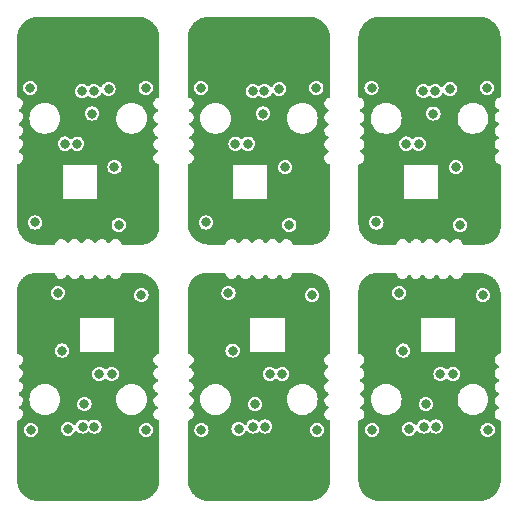
<source format=gbr>
%TF.GenerationSoftware,KiCad,Pcbnew,6.0.9-8da3e8f707~116~ubuntu20.04.1*%
%TF.CreationDate,2022-11-17T11:37:03+01:00*%
%TF.ProjectId,panel_sensor,70616e65-6c5f-4736-956e-736f722e6b69,rev?*%
%TF.SameCoordinates,Original*%
%TF.FileFunction,Copper,L3,Inr*%
%TF.FilePolarity,Positive*%
%FSLAX46Y46*%
G04 Gerber Fmt 4.6, Leading zero omitted, Abs format (unit mm)*
G04 Created by KiCad (PCBNEW 6.0.9-8da3e8f707~116~ubuntu20.04.1) date 2022-11-17 11:37:03*
%MOMM*%
%LPD*%
G01*
G04 APERTURE LIST*
%TA.AperFunction,ViaPad*%
%ADD10C,0.800000*%
%TD*%
G04 APERTURE END LIST*
D10*
%TO.N,Board_0-+3V3*%
X24340000Y-25960000D03*
X27450000Y-21310000D03*
X27410000Y-33600000D03*
X34090000Y-17510000D03*
X24310000Y-17500000D03*
X31875000Y-31275000D03*
%TO.N,Board_0-GND*%
X24725000Y-32625000D03*
X31804000Y-32824000D03*
X31450000Y-27930000D03*
X29550000Y-23400000D03*
X30950000Y-21300000D03*
%TO.N,Board_0-SCL*%
X34090000Y-21230000D03*
X29700000Y-21500000D03*
X28300000Y-25950000D03*
%TO.N,Board_0-SDA*%
X28700000Y-21500000D03*
X24310000Y-21230000D03*
X27244696Y-25945350D03*
%TO.N,Board_1-+3V3*%
X38790000Y-25960000D03*
X41900000Y-21310000D03*
X41860000Y-33600000D03*
X48540000Y-17510000D03*
X38760000Y-17500000D03*
X46325000Y-31275000D03*
%TO.N,Board_1-GND*%
X39175000Y-32625000D03*
X46254000Y-32824000D03*
X45900000Y-27930000D03*
X44000000Y-23400000D03*
X45400000Y-21300000D03*
%TO.N,Board_1-SCL*%
X48540000Y-21230000D03*
X44150000Y-21500000D03*
X42750000Y-25950000D03*
%TO.N,Board_1-SDA*%
X43150000Y-21500000D03*
X38760000Y-21230000D03*
X41694696Y-25945350D03*
%TO.N,Board_2-+3V3*%
X53240000Y-25960000D03*
X56350000Y-21310000D03*
X56310000Y-33600000D03*
X62990000Y-17510000D03*
X53210000Y-17500000D03*
X60775000Y-31275000D03*
%TO.N,Board_2-GND*%
X53625000Y-32625000D03*
X60704000Y-32824000D03*
X60350000Y-27930000D03*
X58450000Y-23400000D03*
X59850000Y-21300000D03*
%TO.N,Board_2-SCL*%
X62990000Y-21230000D03*
X58600000Y-21500000D03*
X57200000Y-25950000D03*
%TO.N,Board_2-SDA*%
X57600000Y-21500000D03*
X53210000Y-21230000D03*
X56144696Y-25945350D03*
%TO.N,Board_3-+3V3*%
X34110000Y-45440000D03*
X31000000Y-50090000D03*
X31040000Y-37800000D03*
X24360000Y-53890000D03*
X34140000Y-53900000D03*
X26575000Y-40125000D03*
%TO.N,Board_3-GND*%
X33725000Y-38775000D03*
X26646000Y-38576000D03*
X27000000Y-43470000D03*
X28900000Y-48000000D03*
X27500000Y-50100000D03*
%TO.N,Board_3-SCL*%
X24360000Y-50170000D03*
X28750000Y-49900000D03*
X30150000Y-45450000D03*
%TO.N,Board_3-SDA*%
X29750000Y-49900000D03*
X34140000Y-50170000D03*
X31205304Y-45454650D03*
%TO.N,Board_4-+3V3*%
X48560000Y-45440000D03*
X45450000Y-50090000D03*
X45490000Y-37800000D03*
X38810000Y-53890000D03*
X48590000Y-53900000D03*
X41025000Y-40125000D03*
%TO.N,Board_4-GND*%
X48175000Y-38775000D03*
X41096000Y-38576000D03*
X41450000Y-43470000D03*
X43350000Y-48000000D03*
X41950000Y-50100000D03*
%TO.N,Board_4-SCL*%
X38810000Y-50170000D03*
X43200000Y-49900000D03*
X44600000Y-45450000D03*
%TO.N,Board_4-SDA*%
X44200000Y-49900000D03*
X48590000Y-50170000D03*
X45655304Y-45454650D03*
%TO.N,Board_5-+3V3*%
X63010000Y-45440000D03*
X59900000Y-50090000D03*
X59940000Y-37800000D03*
X53260000Y-53890000D03*
X63040000Y-53900000D03*
X55475000Y-40125000D03*
%TO.N,Board_5-GND*%
X62625000Y-38775000D03*
X55546000Y-38576000D03*
X55900000Y-43470000D03*
X57800000Y-48000000D03*
X56400000Y-50100000D03*
%TO.N,Board_5-SCL*%
X53260000Y-50170000D03*
X57650000Y-49900000D03*
X59050000Y-45450000D03*
%TO.N,Board_5-SDA*%
X58650000Y-49900000D03*
X63040000Y-50170000D03*
X60105304Y-45454650D03*
%TD*%
%TA.AperFunction,Conductor*%
%TO.N,Board_0-+3V3*%
G36*
X33486415Y-15200541D02*
G01*
X33489393Y-15200617D01*
X33503336Y-15200973D01*
X33506548Y-15201096D01*
X33575709Y-15204629D01*
X33578943Y-15204836D01*
X33590592Y-15205732D01*
X33596064Y-15206153D01*
X33599261Y-15206441D01*
X33668070Y-15213525D01*
X33671262Y-15213895D01*
X33688268Y-15216090D01*
X33691380Y-15216532D01*
X33759765Y-15227154D01*
X33762908Y-15227684D01*
X33779779Y-15230752D01*
X33782914Y-15231363D01*
X33843627Y-15244026D01*
X33850675Y-15245496D01*
X33853780Y-15246185D01*
X33870435Y-15250109D01*
X33873485Y-15250870D01*
X33940449Y-15268477D01*
X33943530Y-15269329D01*
X33953732Y-15272296D01*
X33959962Y-15274107D01*
X33963060Y-15275052D01*
X34028972Y-15296068D01*
X34032046Y-15297091D01*
X34039276Y-15299603D01*
X34048174Y-15302695D01*
X34051135Y-15303766D01*
X34115953Y-15328176D01*
X34118916Y-15329336D01*
X34133634Y-15335315D01*
X34134754Y-15335770D01*
X34137749Y-15337032D01*
X34201098Y-15364693D01*
X34204056Y-15366030D01*
X34219537Y-15373270D01*
X34222458Y-15374682D01*
X34247798Y-15387338D01*
X34284341Y-15405590D01*
X34287187Y-15407056D01*
X34295884Y-15411684D01*
X34302299Y-15415097D01*
X34305084Y-15416625D01*
X34365342Y-15450705D01*
X34368076Y-15452299D01*
X34382813Y-15461143D01*
X34385570Y-15462846D01*
X34443895Y-15499922D01*
X34446527Y-15501643D01*
X34460786Y-15511232D01*
X34463377Y-15513023D01*
X34519825Y-15553129D01*
X34522412Y-15555019D01*
X34536074Y-15565266D01*
X34538644Y-15567246D01*
X34592839Y-15610118D01*
X34595358Y-15612163D01*
X34608524Y-15623141D01*
X34610991Y-15625253D01*
X34662943Y-15670892D01*
X34665349Y-15673060D01*
X34677944Y-15684714D01*
X34680241Y-15686896D01*
X34687172Y-15693648D01*
X34729713Y-15735090D01*
X34732005Y-15737380D01*
X34743999Y-15749681D01*
X34746193Y-15751989D01*
X34793242Y-15802802D01*
X34795356Y-15805146D01*
X34806642Y-15817983D01*
X34808753Y-15820447D01*
X34853072Y-15873554D01*
X34855120Y-15876073D01*
X34865722Y-15889464D01*
X34867642Y-15891954D01*
X34909221Y-15947342D01*
X34911087Y-15949897D01*
X34921009Y-15963850D01*
X34922853Y-15966515D01*
X34961481Y-16023907D01*
X34963218Y-16026561D01*
X34972412Y-16041011D01*
X34974080Y-16043709D01*
X35009733Y-16103066D01*
X35011358Y-16105852D01*
X35018395Y-16118282D01*
X35019772Y-16120714D01*
X35021321Y-16123535D01*
X35053842Y-16184599D01*
X35055312Y-16187447D01*
X35062941Y-16202706D01*
X35064355Y-16205628D01*
X35093694Y-16268296D01*
X35095035Y-16271258D01*
X35101870Y-16286896D01*
X35103129Y-16289882D01*
X35129178Y-16353920D01*
X35130362Y-16356941D01*
X35136398Y-16372949D01*
X35137498Y-16375982D01*
X35160236Y-16441337D01*
X35161237Y-16444339D01*
X35165124Y-16456513D01*
X35166442Y-16460641D01*
X35167375Y-16463698D01*
X35186709Y-16530108D01*
X35187573Y-16533226D01*
X35191932Y-16549771D01*
X35192713Y-16552896D01*
X35208603Y-16620218D01*
X35209298Y-16623344D01*
X35212801Y-16640108D01*
X35213422Y-16643286D01*
X35225815Y-16711290D01*
X35226348Y-16714437D01*
X35228989Y-16731390D01*
X35229447Y-16734605D01*
X35238319Y-16803130D01*
X35238691Y-16806325D01*
X35240459Y-16823435D01*
X35240739Y-16826522D01*
X35246093Y-16895707D01*
X35246299Y-16898907D01*
X35247174Y-16915793D01*
X35247299Y-16918997D01*
X35247447Y-16924618D01*
X35249010Y-16983969D01*
X35249341Y-16996555D01*
X35249374Y-16998219D01*
X35249489Y-17006992D01*
X35249500Y-17008644D01*
X35249500Y-21935184D01*
X35229498Y-22003305D01*
X35175842Y-22049798D01*
X35141362Y-22059911D01*
X35116968Y-22063404D01*
X35116965Y-22063405D01*
X35108082Y-22064677D01*
X34977572Y-22124016D01*
X34970768Y-22129878D01*
X34970769Y-22129878D01*
X34875763Y-22211740D01*
X34875760Y-22211743D01*
X34868963Y-22217600D01*
X34790985Y-22337905D01*
X34749907Y-22475261D01*
X34749031Y-22618624D01*
X34788428Y-22756471D01*
X34864930Y-22877720D01*
X34871658Y-22883662D01*
X34871659Y-22883663D01*
X34910778Y-22918211D01*
X34972388Y-22972623D01*
X35018089Y-22994080D01*
X35054223Y-23011045D01*
X35107385Y-23058102D01*
X35126667Y-23126430D01*
X35105947Y-23194336D01*
X35052826Y-23239800D01*
X34977572Y-23274016D01*
X34970768Y-23279878D01*
X34970769Y-23279878D01*
X34875763Y-23361740D01*
X34875760Y-23361743D01*
X34868963Y-23367600D01*
X34790985Y-23487905D01*
X34749907Y-23625261D01*
X34749031Y-23768624D01*
X34788428Y-23906471D01*
X34864930Y-24027720D01*
X34972388Y-24122623D01*
X35004032Y-24137480D01*
X35054223Y-24161045D01*
X35107385Y-24208102D01*
X35126667Y-24276430D01*
X35105947Y-24344336D01*
X35052826Y-24389800D01*
X34977572Y-24424016D01*
X34970768Y-24429878D01*
X34970769Y-24429878D01*
X34875763Y-24511740D01*
X34875760Y-24511743D01*
X34868963Y-24517600D01*
X34790985Y-24637905D01*
X34749907Y-24775261D01*
X34749852Y-24784237D01*
X34749852Y-24784238D01*
X34749736Y-24803206D01*
X34749031Y-24918624D01*
X34788428Y-25056471D01*
X34864930Y-25177720D01*
X34972388Y-25272623D01*
X35004032Y-25287480D01*
X35054223Y-25311045D01*
X35107385Y-25358102D01*
X35126667Y-25426430D01*
X35105947Y-25494336D01*
X35052826Y-25539800D01*
X34977572Y-25574016D01*
X34970768Y-25579878D01*
X34970769Y-25579878D01*
X34875763Y-25661740D01*
X34875760Y-25661743D01*
X34868963Y-25667600D01*
X34790985Y-25787905D01*
X34749907Y-25925261D01*
X34749031Y-26068624D01*
X34788428Y-26206471D01*
X34864930Y-26327720D01*
X34871658Y-26333662D01*
X34871659Y-26333663D01*
X34914710Y-26371684D01*
X34972388Y-26422623D01*
X34989534Y-26430673D01*
X35054223Y-26461045D01*
X35107385Y-26508102D01*
X35126667Y-26576430D01*
X35105947Y-26644336D01*
X35052826Y-26689800D01*
X34977572Y-26724016D01*
X34970768Y-26729878D01*
X34970769Y-26729878D01*
X34875763Y-26811740D01*
X34875760Y-26811743D01*
X34868963Y-26817600D01*
X34790985Y-26937905D01*
X34749907Y-27075261D01*
X34749031Y-27218624D01*
X34788428Y-27356471D01*
X34864930Y-27477720D01*
X34972388Y-27572623D01*
X35102163Y-27633553D01*
X35142884Y-27639893D01*
X35207117Y-27670137D01*
X35244802Y-27730306D01*
X35249500Y-27764393D01*
X35249500Y-32941626D01*
X35249490Y-32943234D01*
X35249382Y-32951694D01*
X35249352Y-32953277D01*
X35247740Y-33016904D01*
X35247618Y-33020099D01*
X35246767Y-33036868D01*
X35246565Y-33040048D01*
X35242370Y-33095146D01*
X35242087Y-33098333D01*
X35240385Y-33115063D01*
X35240023Y-33118227D01*
X35233036Y-33173093D01*
X35232593Y-33176252D01*
X35230043Y-33192901D01*
X35229519Y-33196053D01*
X35219762Y-33250493D01*
X35219159Y-33253629D01*
X35215778Y-33270081D01*
X35215097Y-33273196D01*
X35202578Y-33327139D01*
X35201842Y-33330139D01*
X35200556Y-33335106D01*
X35197621Y-33346439D01*
X35196784Y-33349511D01*
X35181566Y-33402698D01*
X35180648Y-33405759D01*
X35175621Y-33421780D01*
X35174628Y-33424810D01*
X35156740Y-33477145D01*
X35155670Y-33480150D01*
X35149824Y-33495936D01*
X35148706Y-33498841D01*
X35132760Y-33538763D01*
X35128175Y-33550242D01*
X35126953Y-33553191D01*
X35124000Y-33560073D01*
X35120336Y-33568611D01*
X35120303Y-33568687D01*
X35119023Y-33571568D01*
X35095932Y-33621826D01*
X35094575Y-33624684D01*
X35088364Y-33637346D01*
X35087170Y-33639779D01*
X35085763Y-33642559D01*
X35060093Y-33691702D01*
X35058604Y-33694466D01*
X35054678Y-33701539D01*
X35050461Y-33709136D01*
X35048880Y-33711901D01*
X35020800Y-33759604D01*
X35019145Y-33762336D01*
X35010471Y-33776253D01*
X35010253Y-33776602D01*
X35008529Y-33779292D01*
X34978090Y-33825476D01*
X34976305Y-33828111D01*
X34966717Y-33841888D01*
X34964866Y-33844477D01*
X34938257Y-33880714D01*
X34932125Y-33889064D01*
X34930236Y-33891571D01*
X34919926Y-33904891D01*
X34917939Y-33907391D01*
X34882997Y-33950243D01*
X34880952Y-33952687D01*
X34869941Y-33965514D01*
X34867828Y-33967913D01*
X34830823Y-34008871D01*
X34828660Y-34011205D01*
X34817021Y-34023451D01*
X34814785Y-34025745D01*
X34775727Y-34064802D01*
X34773440Y-34067032D01*
X34761237Y-34078631D01*
X34758900Y-34080796D01*
X34717851Y-34117884D01*
X34715469Y-34119982D01*
X34704202Y-34129654D01*
X34702702Y-34130942D01*
X34700269Y-34132978D01*
X34686823Y-34143941D01*
X34657388Y-34167941D01*
X34654900Y-34169918D01*
X34641625Y-34180194D01*
X34639096Y-34182101D01*
X34627759Y-34190426D01*
X34594443Y-34214890D01*
X34591915Y-34216698D01*
X34578098Y-34226315D01*
X34575455Y-34228105D01*
X34529290Y-34258530D01*
X34526620Y-34260241D01*
X34514094Y-34268049D01*
X34512326Y-34269151D01*
X34509597Y-34270804D01*
X34461928Y-34298865D01*
X34459173Y-34300440D01*
X34450857Y-34305056D01*
X34444465Y-34308604D01*
X34441672Y-34310109D01*
X34392636Y-34335723D01*
X34389788Y-34337164D01*
X34374702Y-34344564D01*
X34371820Y-34345933D01*
X34321596Y-34369010D01*
X34318694Y-34370300D01*
X34313718Y-34372435D01*
X34303199Y-34376949D01*
X34300250Y-34378171D01*
X34248891Y-34398686D01*
X34245909Y-34399833D01*
X34230142Y-34405672D01*
X34227139Y-34406741D01*
X34174796Y-34424633D01*
X34171756Y-34425629D01*
X34155760Y-34430647D01*
X34152714Y-34431561D01*
X34099507Y-34446786D01*
X34096441Y-34447621D01*
X34080176Y-34451832D01*
X34077077Y-34452593D01*
X34023208Y-34465093D01*
X34020095Y-34465774D01*
X34003607Y-34469163D01*
X34000467Y-34469767D01*
X33946037Y-34479522D01*
X33942885Y-34480046D01*
X33926236Y-34482596D01*
X33923080Y-34483038D01*
X33910817Y-34484600D01*
X33868263Y-34490020D01*
X33865110Y-34490381D01*
X33848318Y-34492088D01*
X33845141Y-34492370D01*
X33802209Y-34495639D01*
X33790057Y-34496564D01*
X33786881Y-34496766D01*
X33770113Y-34497617D01*
X33766919Y-34497739D01*
X33703264Y-34499352D01*
X33701681Y-34499382D01*
X33694907Y-34499468D01*
X33693212Y-34499490D01*
X33691613Y-34499500D01*
X32140473Y-34499500D01*
X32072352Y-34479498D01*
X32025859Y-34425842D01*
X32019324Y-34408125D01*
X31994357Y-34320768D01*
X31986572Y-34293529D01*
X31910070Y-34172280D01*
X31891210Y-34155623D01*
X31847056Y-34116628D01*
X31802612Y-34077377D01*
X31672837Y-34016447D01*
X31563991Y-33999500D01*
X31489060Y-33999500D01*
X31447661Y-34005429D01*
X31391968Y-34013404D01*
X31391965Y-34013405D01*
X31383082Y-34014677D01*
X31374914Y-34018391D01*
X31374913Y-34018391D01*
X31358739Y-34025745D01*
X31252572Y-34074016D01*
X31241774Y-34083320D01*
X31150763Y-34161740D01*
X31150760Y-34161743D01*
X31143963Y-34167600D01*
X31065985Y-34287905D01*
X31063853Y-34295034D01*
X31017632Y-34347901D01*
X30949423Y-34367601D01*
X30881392Y-34347297D01*
X30837173Y-34295633D01*
X30836572Y-34293529D01*
X30760070Y-34172280D01*
X30741210Y-34155623D01*
X30697056Y-34116628D01*
X30652612Y-34077377D01*
X30522837Y-34016447D01*
X30413991Y-33999500D01*
X30339060Y-33999500D01*
X30297661Y-34005429D01*
X30241968Y-34013404D01*
X30241965Y-34013405D01*
X30233082Y-34014677D01*
X30224914Y-34018391D01*
X30224913Y-34018391D01*
X30208739Y-34025745D01*
X30102572Y-34074016D01*
X30091774Y-34083320D01*
X30000763Y-34161740D01*
X30000760Y-34161743D01*
X29993963Y-34167600D01*
X29915985Y-34287905D01*
X29913853Y-34295034D01*
X29867632Y-34347901D01*
X29799423Y-34367601D01*
X29731392Y-34347297D01*
X29687173Y-34295633D01*
X29686572Y-34293529D01*
X29610070Y-34172280D01*
X29591210Y-34155623D01*
X29547056Y-34116628D01*
X29502612Y-34077377D01*
X29372837Y-34016447D01*
X29263991Y-33999500D01*
X29189060Y-33999500D01*
X29147661Y-34005429D01*
X29091968Y-34013404D01*
X29091965Y-34013405D01*
X29083082Y-34014677D01*
X29074914Y-34018391D01*
X29074913Y-34018391D01*
X29058739Y-34025745D01*
X28952572Y-34074016D01*
X28941774Y-34083320D01*
X28850763Y-34161740D01*
X28850760Y-34161743D01*
X28843963Y-34167600D01*
X28765985Y-34287905D01*
X28763853Y-34295034D01*
X28717632Y-34347901D01*
X28649423Y-34367601D01*
X28581392Y-34347297D01*
X28537173Y-34295633D01*
X28536572Y-34293529D01*
X28460070Y-34172280D01*
X28441210Y-34155623D01*
X28397056Y-34116628D01*
X28352612Y-34077377D01*
X28222837Y-34016447D01*
X28113991Y-33999500D01*
X28039060Y-33999500D01*
X27997661Y-34005429D01*
X27941968Y-34013404D01*
X27941965Y-34013405D01*
X27933082Y-34014677D01*
X27924914Y-34018391D01*
X27924913Y-34018391D01*
X27908739Y-34025745D01*
X27802572Y-34074016D01*
X27791774Y-34083320D01*
X27700763Y-34161740D01*
X27700760Y-34161743D01*
X27693963Y-34167600D01*
X27615985Y-34287905D01*
X27613853Y-34295034D01*
X27567632Y-34347901D01*
X27499423Y-34367601D01*
X27431392Y-34347297D01*
X27387173Y-34295633D01*
X27386572Y-34293529D01*
X27310070Y-34172280D01*
X27291210Y-34155623D01*
X27247056Y-34116628D01*
X27202612Y-34077377D01*
X27072837Y-34016447D01*
X26963991Y-33999500D01*
X26889060Y-33999500D01*
X26847661Y-34005429D01*
X26791968Y-34013404D01*
X26791965Y-34013405D01*
X26783082Y-34014677D01*
X26774914Y-34018391D01*
X26774913Y-34018391D01*
X26758739Y-34025745D01*
X26652572Y-34074016D01*
X26641774Y-34083320D01*
X26550763Y-34161740D01*
X26550760Y-34161743D01*
X26543963Y-34167600D01*
X26465985Y-34287905D01*
X26437512Y-34383114D01*
X26429590Y-34409602D01*
X26390909Y-34469136D01*
X26326181Y-34498306D01*
X26308873Y-34499500D01*
X25008373Y-34499500D01*
X25006776Y-34499490D01*
X25005062Y-34499468D01*
X24998306Y-34499382D01*
X24996723Y-34499352D01*
X24954523Y-34498283D01*
X24920378Y-34497417D01*
X24917257Y-34497298D01*
X24901294Y-34496488D01*
X24900498Y-34496448D01*
X24897316Y-34496246D01*
X24829471Y-34491079D01*
X24826298Y-34490797D01*
X24820048Y-34490161D01*
X24809595Y-34489098D01*
X24806428Y-34488735D01*
X24746944Y-34481159D01*
X24739057Y-34480155D01*
X24735926Y-34479716D01*
X24719257Y-34477163D01*
X24716121Y-34476642D01*
X24649183Y-34464644D01*
X24646094Y-34464051D01*
X24632609Y-34461280D01*
X24629587Y-34460659D01*
X24626471Y-34459977D01*
X24560259Y-34444613D01*
X24557175Y-34443856D01*
X24542851Y-34440146D01*
X24540882Y-34439636D01*
X24537814Y-34438800D01*
X24472457Y-34420100D01*
X24469441Y-34419196D01*
X24453305Y-34414132D01*
X24450291Y-34413144D01*
X24386005Y-34391170D01*
X24383061Y-34390122D01*
X24367234Y-34384260D01*
X24364257Y-34383114D01*
X24301128Y-34357897D01*
X24298177Y-34356675D01*
X24282756Y-34350057D01*
X24279842Y-34348762D01*
X24276654Y-34347297D01*
X24218914Y-34320768D01*
X24218089Y-34320389D01*
X24215206Y-34319020D01*
X24213071Y-34317973D01*
X24200130Y-34311625D01*
X24197297Y-34310191D01*
X24197158Y-34310118D01*
X24136969Y-34278679D01*
X24134185Y-34277179D01*
X24119526Y-34269042D01*
X24116758Y-34267459D01*
X24058144Y-34232955D01*
X24055468Y-34231334D01*
X24041101Y-34222379D01*
X24038519Y-34220724D01*
X23981695Y-34183275D01*
X23979090Y-34181510D01*
X23965266Y-34171888D01*
X23962792Y-34170120D01*
X23907855Y-34129779D01*
X23905311Y-34127860D01*
X23892424Y-34117884D01*
X23892059Y-34117601D01*
X23889583Y-34115633D01*
X23836868Y-34072649D01*
X23834417Y-34070599D01*
X23821651Y-34059639D01*
X23819259Y-34057532D01*
X23793290Y-34034070D01*
X23768822Y-34011964D01*
X23766555Y-34009863D01*
X23754299Y-33998213D01*
X23752052Y-33996022D01*
X23703971Y-33947940D01*
X23701741Y-33945653D01*
X23690173Y-33933483D01*
X23688006Y-33931145D01*
X23686619Y-33929610D01*
X23642401Y-33880667D01*
X23640385Y-33878378D01*
X23629391Y-33865573D01*
X23627375Y-33863162D01*
X23584369Y-33810420D01*
X23582382Y-33807919D01*
X23572112Y-33794651D01*
X23570191Y-33792105D01*
X23529899Y-33737235D01*
X23528082Y-33734692D01*
X23526868Y-33732947D01*
X23518503Y-33720929D01*
X23516713Y-33718287D01*
X23479308Y-33661530D01*
X23477586Y-33658844D01*
X23468687Y-33644567D01*
X23467033Y-33641837D01*
X23456954Y-33624715D01*
X23432547Y-33583255D01*
X23430968Y-33580493D01*
X23424416Y-33568687D01*
X23422807Y-33565789D01*
X23421322Y-33563032D01*
X23389795Y-33502678D01*
X23388382Y-33499886D01*
X23380975Y-33484784D01*
X23379625Y-33481942D01*
X23351222Y-33420123D01*
X23349960Y-33417284D01*
X23343295Y-33401753D01*
X23342096Y-33398857D01*
X23323599Y-33352551D01*
X23316884Y-33335741D01*
X23315740Y-33332768D01*
X23314212Y-33328640D01*
X23311906Y-33322414D01*
X23309884Y-33316954D01*
X23308817Y-33313955D01*
X23289452Y-33257305D01*
X23286848Y-33249686D01*
X23285858Y-33246666D01*
X23280810Y-33230577D01*
X23279893Y-33227520D01*
X23261197Y-33162183D01*
X23260373Y-33159163D01*
X23256149Y-33142846D01*
X23255395Y-33139772D01*
X23250033Y-33116668D01*
X23240004Y-33073450D01*
X23239343Y-33070430D01*
X23235952Y-33053927D01*
X23235357Y-33050836D01*
X23234123Y-33043951D01*
X23223354Y-32983865D01*
X23222837Y-32980749D01*
X23220286Y-32964089D01*
X23219844Y-32960937D01*
X23211264Y-32893570D01*
X23210901Y-32890402D01*
X23210614Y-32887584D01*
X23209199Y-32873672D01*
X23208918Y-32870508D01*
X23207082Y-32846405D01*
X23203749Y-32802631D01*
X23203549Y-32799479D01*
X23203393Y-32796389D01*
X23202703Y-32782771D01*
X23202582Y-32779622D01*
X23202460Y-32774779D01*
X23200647Y-32703261D01*
X23200617Y-32701678D01*
X23200510Y-32693301D01*
X23200500Y-32691692D01*
X23200500Y-32625000D01*
X24119318Y-32625000D01*
X24139956Y-32781762D01*
X24200464Y-32927841D01*
X24254587Y-32998376D01*
X24287585Y-33041379D01*
X24296718Y-33053282D01*
X24422159Y-33149536D01*
X24568238Y-33210044D01*
X24576426Y-33211122D01*
X24600885Y-33214342D01*
X24725000Y-33230682D01*
X24733188Y-33229604D01*
X24873574Y-33211122D01*
X24881762Y-33210044D01*
X25027841Y-33149536D01*
X25153282Y-33053282D01*
X25162416Y-33041379D01*
X25195413Y-32998376D01*
X25249536Y-32927841D01*
X25292548Y-32824000D01*
X31198318Y-32824000D01*
X31218956Y-32980762D01*
X31279464Y-33126841D01*
X31331358Y-33194471D01*
X31356718Y-33227520D01*
X31375718Y-33252282D01*
X31501159Y-33348536D01*
X31647238Y-33409044D01*
X31804000Y-33429682D01*
X31812188Y-33428604D01*
X31845314Y-33424243D01*
X31960762Y-33409044D01*
X32106841Y-33348536D01*
X32232282Y-33252282D01*
X32251283Y-33227520D01*
X32276642Y-33194471D01*
X32328536Y-33126841D01*
X32389044Y-32980762D01*
X32409682Y-32824000D01*
X32397486Y-32731358D01*
X32390122Y-32675426D01*
X32389044Y-32667238D01*
X32328536Y-32521159D01*
X32232282Y-32395718D01*
X32106841Y-32299464D01*
X31960762Y-32238956D01*
X31804000Y-32218318D01*
X31647238Y-32238956D01*
X31501159Y-32299464D01*
X31375718Y-32395718D01*
X31279464Y-32521159D01*
X31218956Y-32667238D01*
X31217878Y-32675426D01*
X31210514Y-32731358D01*
X31198318Y-32824000D01*
X25292548Y-32824000D01*
X25310044Y-32781762D01*
X25330682Y-32625000D01*
X25310044Y-32468238D01*
X25249536Y-32322159D01*
X25153282Y-32196718D01*
X25027841Y-32100464D01*
X24881762Y-32039956D01*
X24725000Y-32019318D01*
X24568238Y-32039956D01*
X24422159Y-32100464D01*
X24296718Y-32196718D01*
X24200464Y-32322159D01*
X24139956Y-32468238D01*
X24119318Y-32625000D01*
X23200500Y-32625000D01*
X23200500Y-30650000D01*
X27050000Y-30650000D01*
X29950000Y-30650000D01*
X29950000Y-27930000D01*
X30844318Y-27930000D01*
X30864956Y-28086762D01*
X30925464Y-28232841D01*
X31021718Y-28358282D01*
X31147159Y-28454536D01*
X31293238Y-28515044D01*
X31450000Y-28535682D01*
X31458188Y-28534604D01*
X31598574Y-28516122D01*
X31606762Y-28515044D01*
X31752841Y-28454536D01*
X31878282Y-28358282D01*
X31974536Y-28232841D01*
X32035044Y-28086762D01*
X32055682Y-27930000D01*
X32035044Y-27773238D01*
X32031556Y-27764816D01*
X31984204Y-27650500D01*
X31974536Y-27627159D01*
X31878282Y-27501718D01*
X31752841Y-27405464D01*
X31606762Y-27344956D01*
X31450000Y-27324318D01*
X31293238Y-27344956D01*
X31147159Y-27405464D01*
X31021718Y-27501718D01*
X30925464Y-27627159D01*
X30915796Y-27650500D01*
X30868445Y-27764816D01*
X30864956Y-27773238D01*
X30844318Y-27930000D01*
X29950000Y-27930000D01*
X29950000Y-27800000D01*
X27050000Y-27800000D01*
X27050000Y-30650000D01*
X23200500Y-30650000D01*
X23200500Y-27764816D01*
X23220502Y-27696695D01*
X23274158Y-27650202D01*
X23308638Y-27640089D01*
X23333032Y-27636596D01*
X23333035Y-27636595D01*
X23341918Y-27635323D01*
X23472428Y-27575984D01*
X23551021Y-27508264D01*
X23574237Y-27488260D01*
X23574240Y-27488257D01*
X23581037Y-27482400D01*
X23659015Y-27362095D01*
X23700093Y-27224739D01*
X23700969Y-27081376D01*
X23661572Y-26943529D01*
X23585070Y-26822280D01*
X23477612Y-26727377D01*
X23395777Y-26688955D01*
X23342615Y-26641898D01*
X23323333Y-26573570D01*
X23344053Y-26505664D01*
X23397174Y-26460200D01*
X23472428Y-26425984D01*
X23495973Y-26405696D01*
X23574237Y-26338260D01*
X23574240Y-26338257D01*
X23581037Y-26332400D01*
X23659015Y-26212095D01*
X23700093Y-26074739D01*
X23700884Y-25945350D01*
X26639014Y-25945350D01*
X26659652Y-26102112D01*
X26720160Y-26248191D01*
X26816414Y-26373632D01*
X26941855Y-26469886D01*
X27087934Y-26530394D01*
X27096122Y-26531472D01*
X27123254Y-26535044D01*
X27244696Y-26551032D01*
X27252884Y-26549954D01*
X27393270Y-26531472D01*
X27401458Y-26530394D01*
X27547537Y-26469886D01*
X27672978Y-26373632D01*
X27678001Y-26367086D01*
X27681156Y-26363931D01*
X27743468Y-26329905D01*
X27814283Y-26334970D01*
X27858833Y-26367908D01*
X27860850Y-26365891D01*
X27866695Y-26371736D01*
X27871718Y-26378282D01*
X27997159Y-26474536D01*
X28143238Y-26535044D01*
X28151426Y-26536122D01*
X28221619Y-26545363D01*
X28300000Y-26555682D01*
X28308188Y-26554604D01*
X28309723Y-26554402D01*
X28378381Y-26545363D01*
X28448574Y-26536122D01*
X28456762Y-26535044D01*
X28602841Y-26474536D01*
X28728282Y-26378282D01*
X28824536Y-26252841D01*
X28885044Y-26106762D01*
X28905682Y-25950000D01*
X28885044Y-25793238D01*
X28824536Y-25647159D01*
X28728282Y-25521718D01*
X28602841Y-25425464D01*
X28456762Y-25364956D01*
X28445445Y-25363466D01*
X28308188Y-25345396D01*
X28300000Y-25344318D01*
X28291812Y-25345396D01*
X28154556Y-25363466D01*
X28143238Y-25364956D01*
X27997159Y-25425464D01*
X27871718Y-25521718D01*
X27866695Y-25528264D01*
X27863540Y-25531419D01*
X27801228Y-25565445D01*
X27730413Y-25560380D01*
X27685863Y-25527442D01*
X27683846Y-25529459D01*
X27678001Y-25523614D01*
X27672978Y-25517068D01*
X27547537Y-25420814D01*
X27401458Y-25360306D01*
X27244696Y-25339668D01*
X27087934Y-25360306D01*
X26941855Y-25420814D01*
X26816414Y-25517068D01*
X26720160Y-25642509D01*
X26659652Y-25788588D01*
X26639014Y-25945350D01*
X23700884Y-25945350D01*
X23700969Y-25931376D01*
X23661572Y-25793529D01*
X23585070Y-25672280D01*
X23477612Y-25577377D01*
X23395777Y-25538955D01*
X23342615Y-25491898D01*
X23323333Y-25423570D01*
X23344053Y-25355664D01*
X23397174Y-25310200D01*
X23472428Y-25275984D01*
X23524770Y-25230883D01*
X23574237Y-25188260D01*
X23574240Y-25188257D01*
X23581037Y-25182400D01*
X23659015Y-25062095D01*
X23700093Y-24924739D01*
X23700969Y-24781376D01*
X23661572Y-24643529D01*
X23585070Y-24522280D01*
X23477612Y-24427377D01*
X23395777Y-24388955D01*
X23342615Y-24341898D01*
X23323333Y-24273570D01*
X23344053Y-24205664D01*
X23397174Y-24160200D01*
X23472428Y-24125984D01*
X23524770Y-24080883D01*
X23574237Y-24038260D01*
X23574240Y-24038257D01*
X23581037Y-24032400D01*
X23659015Y-23912095D01*
X23692538Y-23800000D01*
X24244532Y-23800000D01*
X24264365Y-24026692D01*
X24265789Y-24032005D01*
X24265789Y-24032007D01*
X24306396Y-24183553D01*
X24323261Y-24246496D01*
X24325583Y-24251476D01*
X24325584Y-24251478D01*
X24413805Y-24440666D01*
X24419432Y-24452734D01*
X24549953Y-24639139D01*
X24710861Y-24800047D01*
X24897266Y-24930568D01*
X24902244Y-24932889D01*
X24902247Y-24932891D01*
X25098522Y-25024416D01*
X25103504Y-25026739D01*
X25108812Y-25028161D01*
X25108814Y-25028162D01*
X25317993Y-25084211D01*
X25317995Y-25084211D01*
X25323308Y-25085635D01*
X25422302Y-25094296D01*
X25490492Y-25100262D01*
X25490499Y-25100262D01*
X25493216Y-25100500D01*
X25606784Y-25100500D01*
X25609501Y-25100262D01*
X25609508Y-25100262D01*
X25677698Y-25094296D01*
X25776692Y-25085635D01*
X25782005Y-25084211D01*
X25782007Y-25084211D01*
X25991186Y-25028162D01*
X25991188Y-25028161D01*
X25996496Y-25026739D01*
X26001478Y-25024416D01*
X26197753Y-24932891D01*
X26197756Y-24932889D01*
X26202734Y-24930568D01*
X26389139Y-24800047D01*
X26550047Y-24639139D01*
X26680568Y-24452734D01*
X26686196Y-24440666D01*
X26774416Y-24251478D01*
X26774417Y-24251476D01*
X26776739Y-24246496D01*
X26793605Y-24183553D01*
X26834211Y-24032007D01*
X26834211Y-24032005D01*
X26835635Y-24026692D01*
X26855468Y-23800000D01*
X26835635Y-23573308D01*
X26826086Y-23537670D01*
X26789198Y-23400000D01*
X28944318Y-23400000D01*
X28947745Y-23426027D01*
X28962443Y-23537670D01*
X28964956Y-23556762D01*
X29025464Y-23702841D01*
X29030491Y-23709392D01*
X29100017Y-23800000D01*
X29121718Y-23828282D01*
X29247159Y-23924536D01*
X29393238Y-23985044D01*
X29550000Y-24005682D01*
X29558188Y-24004604D01*
X29698574Y-23986122D01*
X29706762Y-23985044D01*
X29852841Y-23924536D01*
X29978282Y-23828282D01*
X29999984Y-23800000D01*
X31594532Y-23800000D01*
X31614365Y-24026692D01*
X31615789Y-24032005D01*
X31615789Y-24032007D01*
X31656396Y-24183553D01*
X31673261Y-24246496D01*
X31675583Y-24251476D01*
X31675584Y-24251478D01*
X31763805Y-24440666D01*
X31769432Y-24452734D01*
X31899953Y-24639139D01*
X32060861Y-24800047D01*
X32247266Y-24930568D01*
X32252244Y-24932889D01*
X32252247Y-24932891D01*
X32448522Y-25024416D01*
X32453504Y-25026739D01*
X32458812Y-25028161D01*
X32458814Y-25028162D01*
X32667993Y-25084211D01*
X32667995Y-25084211D01*
X32673308Y-25085635D01*
X32772302Y-25094296D01*
X32840492Y-25100262D01*
X32840499Y-25100262D01*
X32843216Y-25100500D01*
X32956784Y-25100500D01*
X32959501Y-25100262D01*
X32959508Y-25100262D01*
X33027698Y-25094296D01*
X33126692Y-25085635D01*
X33132005Y-25084211D01*
X33132007Y-25084211D01*
X33341186Y-25028162D01*
X33341188Y-25028161D01*
X33346496Y-25026739D01*
X33351478Y-25024416D01*
X33547753Y-24932891D01*
X33547756Y-24932889D01*
X33552734Y-24930568D01*
X33739139Y-24800047D01*
X33900047Y-24639139D01*
X34030568Y-24452734D01*
X34036196Y-24440666D01*
X34124416Y-24251478D01*
X34124417Y-24251476D01*
X34126739Y-24246496D01*
X34143605Y-24183553D01*
X34184211Y-24032007D01*
X34184211Y-24032005D01*
X34185635Y-24026692D01*
X34205468Y-23800000D01*
X34185635Y-23573308D01*
X34176086Y-23537670D01*
X34128162Y-23358814D01*
X34128161Y-23358812D01*
X34126739Y-23353504D01*
X34120653Y-23340452D01*
X34032891Y-23152247D01*
X34032889Y-23152244D01*
X34030568Y-23147266D01*
X33900047Y-22960861D01*
X33739139Y-22799953D01*
X33552734Y-22669432D01*
X33547756Y-22667111D01*
X33547753Y-22667109D01*
X33351478Y-22575584D01*
X33351476Y-22575583D01*
X33346496Y-22573261D01*
X33341188Y-22571839D01*
X33341186Y-22571838D01*
X33132007Y-22515789D01*
X33132005Y-22515789D01*
X33126692Y-22514365D01*
X33027698Y-22505704D01*
X32959508Y-22499738D01*
X32959501Y-22499738D01*
X32956784Y-22499500D01*
X32843216Y-22499500D01*
X32840499Y-22499738D01*
X32840492Y-22499738D01*
X32772302Y-22505704D01*
X32673308Y-22514365D01*
X32667995Y-22515789D01*
X32667993Y-22515789D01*
X32458814Y-22571838D01*
X32458812Y-22571839D01*
X32453504Y-22573261D01*
X32448524Y-22575583D01*
X32448522Y-22575584D01*
X32252247Y-22667109D01*
X32252244Y-22667111D01*
X32247266Y-22669432D01*
X32060861Y-22799953D01*
X31899953Y-22960861D01*
X31769432Y-23147266D01*
X31767111Y-23152244D01*
X31767109Y-23152247D01*
X31679347Y-23340452D01*
X31673261Y-23353504D01*
X31671839Y-23358812D01*
X31671838Y-23358814D01*
X31623914Y-23537670D01*
X31614365Y-23573308D01*
X31594532Y-23800000D01*
X29999984Y-23800000D01*
X30069509Y-23709392D01*
X30074536Y-23702841D01*
X30135044Y-23556762D01*
X30137558Y-23537670D01*
X30152255Y-23426027D01*
X30155682Y-23400000D01*
X30143318Y-23306085D01*
X30136122Y-23251426D01*
X30135044Y-23243238D01*
X30074536Y-23097159D01*
X29978282Y-22971718D01*
X29852841Y-22875464D01*
X29706762Y-22814956D01*
X29550000Y-22794318D01*
X29393238Y-22814956D01*
X29247159Y-22875464D01*
X29121718Y-22971718D01*
X29025464Y-23097159D01*
X28964956Y-23243238D01*
X28963878Y-23251426D01*
X28956682Y-23306085D01*
X28944318Y-23400000D01*
X26789198Y-23400000D01*
X26778162Y-23358814D01*
X26778161Y-23358812D01*
X26776739Y-23353504D01*
X26770653Y-23340452D01*
X26682891Y-23152247D01*
X26682889Y-23152244D01*
X26680568Y-23147266D01*
X26550047Y-22960861D01*
X26389139Y-22799953D01*
X26202734Y-22669432D01*
X26197756Y-22667111D01*
X26197753Y-22667109D01*
X26001478Y-22575584D01*
X26001476Y-22575583D01*
X25996496Y-22573261D01*
X25991188Y-22571839D01*
X25991186Y-22571838D01*
X25782007Y-22515789D01*
X25782005Y-22515789D01*
X25776692Y-22514365D01*
X25677698Y-22505704D01*
X25609508Y-22499738D01*
X25609501Y-22499738D01*
X25606784Y-22499500D01*
X25493216Y-22499500D01*
X25490499Y-22499738D01*
X25490492Y-22499738D01*
X25422302Y-22505704D01*
X25323308Y-22514365D01*
X25317995Y-22515789D01*
X25317993Y-22515789D01*
X25108814Y-22571838D01*
X25108812Y-22571839D01*
X25103504Y-22573261D01*
X25098524Y-22575583D01*
X25098522Y-22575584D01*
X24902247Y-22667109D01*
X24902244Y-22667111D01*
X24897266Y-22669432D01*
X24710861Y-22799953D01*
X24549953Y-22960861D01*
X24419432Y-23147266D01*
X24417111Y-23152244D01*
X24417109Y-23152247D01*
X24329347Y-23340452D01*
X24323261Y-23353504D01*
X24321839Y-23358812D01*
X24321838Y-23358814D01*
X24273914Y-23537670D01*
X24264365Y-23573308D01*
X24244532Y-23800000D01*
X23692538Y-23800000D01*
X23700093Y-23774739D01*
X23700969Y-23631376D01*
X23661572Y-23493529D01*
X23585070Y-23372280D01*
X23571388Y-23360196D01*
X23496656Y-23294196D01*
X23477612Y-23277377D01*
X23395777Y-23238955D01*
X23342615Y-23191898D01*
X23323333Y-23123570D01*
X23344053Y-23055664D01*
X23397174Y-23010200D01*
X23472428Y-22975984D01*
X23508478Y-22944921D01*
X23574237Y-22888260D01*
X23574240Y-22888257D01*
X23581037Y-22882400D01*
X23659015Y-22762095D01*
X23700093Y-22624739D01*
X23700969Y-22481376D01*
X23661572Y-22343529D01*
X23585070Y-22222280D01*
X23477612Y-22127377D01*
X23347837Y-22066447D01*
X23307116Y-22060107D01*
X23242883Y-22029863D01*
X23205198Y-21969694D01*
X23200500Y-21935607D01*
X23200500Y-21230000D01*
X23704318Y-21230000D01*
X23724956Y-21386762D01*
X23785464Y-21532841D01*
X23881718Y-21658282D01*
X24007159Y-21754536D01*
X24153238Y-21815044D01*
X24310000Y-21835682D01*
X24318188Y-21834604D01*
X24458574Y-21816122D01*
X24466762Y-21815044D01*
X24612841Y-21754536D01*
X24738282Y-21658282D01*
X24834536Y-21532841D01*
X24848139Y-21500000D01*
X28094318Y-21500000D01*
X28114956Y-21656762D01*
X28175464Y-21802841D01*
X28271718Y-21928282D01*
X28397159Y-22024536D01*
X28543238Y-22085044D01*
X28700000Y-22105682D01*
X28708188Y-22104604D01*
X28848574Y-22086122D01*
X28856762Y-22085044D01*
X29002841Y-22024536D01*
X29123296Y-21932108D01*
X29189517Y-21906508D01*
X29259065Y-21920773D01*
X29276704Y-21932108D01*
X29397159Y-22024536D01*
X29543238Y-22085044D01*
X29700000Y-22105682D01*
X29708188Y-22104604D01*
X29848574Y-22086122D01*
X29856762Y-22085044D01*
X30002841Y-22024536D01*
X30128282Y-21928282D01*
X30224536Y-21802841D01*
X30265260Y-21704525D01*
X30309807Y-21649245D01*
X30377170Y-21626824D01*
X30445962Y-21644382D01*
X30481630Y-21676040D01*
X30516691Y-21721732D01*
X30516695Y-21721736D01*
X30521718Y-21728282D01*
X30647159Y-21824536D01*
X30793238Y-21885044D01*
X30950000Y-21905682D01*
X30958188Y-21904604D01*
X31098574Y-21886122D01*
X31106762Y-21885044D01*
X31252841Y-21824536D01*
X31378282Y-21728282D01*
X31474536Y-21602841D01*
X31535044Y-21456762D01*
X31555682Y-21300000D01*
X31546466Y-21230000D01*
X33484318Y-21230000D01*
X33504956Y-21386762D01*
X33565464Y-21532841D01*
X33661718Y-21658282D01*
X33787159Y-21754536D01*
X33933238Y-21815044D01*
X34090000Y-21835682D01*
X34098188Y-21834604D01*
X34238574Y-21816122D01*
X34246762Y-21815044D01*
X34392841Y-21754536D01*
X34518282Y-21658282D01*
X34614536Y-21532841D01*
X34675044Y-21386762D01*
X34695682Y-21230000D01*
X34677971Y-21095474D01*
X34676122Y-21081426D01*
X34675044Y-21073238D01*
X34614536Y-20927159D01*
X34518282Y-20801718D01*
X34392841Y-20705464D01*
X34246762Y-20644956D01*
X34090000Y-20624318D01*
X33933238Y-20644956D01*
X33787159Y-20705464D01*
X33661718Y-20801718D01*
X33565464Y-20927159D01*
X33504956Y-21073238D01*
X33503878Y-21081426D01*
X33502029Y-21095474D01*
X33484318Y-21230000D01*
X31546466Y-21230000D01*
X31535044Y-21143238D01*
X31474536Y-20997159D01*
X31378282Y-20871718D01*
X31252841Y-20775464D01*
X31106762Y-20714956D01*
X30950000Y-20694318D01*
X30793238Y-20714956D01*
X30647159Y-20775464D01*
X30521718Y-20871718D01*
X30425464Y-20997159D01*
X30390560Y-21081426D01*
X30384741Y-21095474D01*
X30340193Y-21150755D01*
X30272830Y-21173176D01*
X30204038Y-21155618D01*
X30168370Y-21123960D01*
X30133309Y-21078268D01*
X30133305Y-21078264D01*
X30128282Y-21071718D01*
X30002841Y-20975464D01*
X29856762Y-20914956D01*
X29700000Y-20894318D01*
X29543238Y-20914956D01*
X29397159Y-20975464D01*
X29358942Y-21004789D01*
X29276704Y-21067892D01*
X29210483Y-21093492D01*
X29140935Y-21079227D01*
X29123296Y-21067892D01*
X29041058Y-21004789D01*
X29002841Y-20975464D01*
X28856762Y-20914956D01*
X28700000Y-20894318D01*
X28543238Y-20914956D01*
X28397159Y-20975464D01*
X28271718Y-21071718D01*
X28175464Y-21197159D01*
X28114956Y-21343238D01*
X28094318Y-21500000D01*
X24848139Y-21500000D01*
X24895044Y-21386762D01*
X24915682Y-21230000D01*
X24897971Y-21095474D01*
X24896122Y-21081426D01*
X24895044Y-21073238D01*
X24834536Y-20927159D01*
X24738282Y-20801718D01*
X24612841Y-20705464D01*
X24466762Y-20644956D01*
X24310000Y-20624318D01*
X24153238Y-20644956D01*
X24007159Y-20705464D01*
X23881718Y-20801718D01*
X23785464Y-20927159D01*
X23724956Y-21073238D01*
X23723878Y-21081426D01*
X23722029Y-21095474D01*
X23704318Y-21230000D01*
X23200500Y-21230000D01*
X23200500Y-17008294D01*
X23200510Y-17006685D01*
X23200617Y-16998308D01*
X23200647Y-16996725D01*
X23201558Y-16960785D01*
X23202582Y-16920362D01*
X23202701Y-16917266D01*
X23203551Y-16900491D01*
X23203753Y-16897308D01*
X23208916Y-16829513D01*
X23209199Y-16826332D01*
X23210903Y-16809577D01*
X23211266Y-16806407D01*
X23219842Y-16739073D01*
X23220284Y-16735918D01*
X23222833Y-16719274D01*
X23223358Y-16716117D01*
X23235357Y-16649175D01*
X23235958Y-16646049D01*
X23239335Y-16629612D01*
X23240018Y-16626488D01*
X23254286Y-16565003D01*
X23255387Y-16560259D01*
X23256146Y-16557165D01*
X23257464Y-16552076D01*
X23260368Y-16540857D01*
X23261193Y-16537832D01*
X23279894Y-16472475D01*
X23280809Y-16469424D01*
X23285487Y-16454515D01*
X23285882Y-16453256D01*
X23286829Y-16450366D01*
X23308823Y-16386021D01*
X23309880Y-16383053D01*
X23315752Y-16367200D01*
X23316883Y-16364261D01*
X23342098Y-16301137D01*
X23343318Y-16298191D01*
X23345483Y-16293146D01*
X23349954Y-16282727D01*
X23351237Y-16279838D01*
X23354561Y-16272604D01*
X23379642Y-16218020D01*
X23380982Y-16215200D01*
X23388391Y-16200096D01*
X23389805Y-16197301D01*
X23421329Y-16136953D01*
X23422807Y-16134210D01*
X23430968Y-16119508D01*
X23432549Y-16116742D01*
X23463797Y-16063658D01*
X23467040Y-16058149D01*
X23468686Y-16055433D01*
X23477579Y-16041166D01*
X23479300Y-16038482D01*
X23516722Y-15981699D01*
X23518488Y-15979091D01*
X23528089Y-15965297D01*
X23529925Y-15962730D01*
X23570204Y-15907878D01*
X23572125Y-15905330D01*
X23582385Y-15892075D01*
X23584372Y-15889575D01*
X23627383Y-15836827D01*
X23629399Y-15834416D01*
X23640373Y-15821634D01*
X23642433Y-15819295D01*
X23643309Y-15818326D01*
X23649018Y-15812007D01*
X23688033Y-15768825D01*
X23690199Y-15766488D01*
X23701748Y-15754338D01*
X23703979Y-15752051D01*
X23752042Y-15703988D01*
X23754326Y-15701761D01*
X23766513Y-15690176D01*
X23768855Y-15688005D01*
X23771326Y-15685773D01*
X23819293Y-15642436D01*
X23821622Y-15640384D01*
X23834427Y-15629391D01*
X23836837Y-15627374D01*
X23889575Y-15584372D01*
X23892069Y-15582391D01*
X23905339Y-15572118D01*
X23907874Y-15570206D01*
X23962729Y-15529925D01*
X23965307Y-15528082D01*
X23979070Y-15518503D01*
X23981712Y-15516713D01*
X24038470Y-15479307D01*
X24041155Y-15477586D01*
X24055438Y-15468683D01*
X24058170Y-15467028D01*
X24116730Y-15432556D01*
X24119504Y-15430970D01*
X24134192Y-15422818D01*
X24136998Y-15421306D01*
X24157748Y-15410467D01*
X24197285Y-15389814D01*
X24200126Y-15388376D01*
X24215199Y-15380983D01*
X24218079Y-15379615D01*
X24279853Y-15351232D01*
X24282770Y-15349936D01*
X24298217Y-15343308D01*
X24301150Y-15342093D01*
X24364246Y-15316889D01*
X24367198Y-15315752D01*
X24383041Y-15309885D01*
X24386033Y-15308820D01*
X24450329Y-15286842D01*
X24453311Y-15285864D01*
X24469442Y-15280803D01*
X24472441Y-15279904D01*
X24537843Y-15261190D01*
X24540826Y-15260377D01*
X24557170Y-15256145D01*
X24560244Y-15255391D01*
X24589868Y-15248516D01*
X24626473Y-15240021D01*
X24629569Y-15239344D01*
X24646071Y-15235953D01*
X24649205Y-15235350D01*
X24716115Y-15223358D01*
X24719264Y-15222835D01*
X24727123Y-15221631D01*
X24735872Y-15220291D01*
X24739024Y-15219849D01*
X24806409Y-15211266D01*
X24809581Y-15210903D01*
X24826337Y-15209199D01*
X24829504Y-15208917D01*
X24897309Y-15203753D01*
X24900488Y-15203551D01*
X24917234Y-15202703D01*
X24920413Y-15202582D01*
X24996736Y-15200647D01*
X24998320Y-15200617D01*
X25005047Y-15200531D01*
X25006709Y-15200510D01*
X25008306Y-15200500D01*
X33483201Y-15200500D01*
X33486415Y-15200541D01*
G37*
%TD.AperFunction*%
%TD*%
%TA.AperFunction,Conductor*%
%TO.N,Board_1-+3V3*%
G36*
X47936415Y-15200541D02*
G01*
X47939393Y-15200617D01*
X47953336Y-15200973D01*
X47956548Y-15201096D01*
X48025709Y-15204629D01*
X48028943Y-15204836D01*
X48040592Y-15205732D01*
X48046064Y-15206153D01*
X48049261Y-15206441D01*
X48118070Y-15213525D01*
X48121262Y-15213895D01*
X48138268Y-15216090D01*
X48141380Y-15216532D01*
X48209765Y-15227154D01*
X48212908Y-15227684D01*
X48229779Y-15230752D01*
X48232914Y-15231363D01*
X48293627Y-15244026D01*
X48300675Y-15245496D01*
X48303780Y-15246185D01*
X48320435Y-15250109D01*
X48323485Y-15250870D01*
X48390449Y-15268477D01*
X48393530Y-15269329D01*
X48403732Y-15272296D01*
X48409962Y-15274107D01*
X48413060Y-15275052D01*
X48478972Y-15296068D01*
X48482046Y-15297091D01*
X48489276Y-15299603D01*
X48498174Y-15302695D01*
X48501135Y-15303766D01*
X48565953Y-15328176D01*
X48568916Y-15329336D01*
X48583634Y-15335315D01*
X48584754Y-15335770D01*
X48587749Y-15337032D01*
X48651098Y-15364693D01*
X48654056Y-15366030D01*
X48669537Y-15373270D01*
X48672458Y-15374682D01*
X48697798Y-15387338D01*
X48734341Y-15405590D01*
X48737187Y-15407056D01*
X48745884Y-15411684D01*
X48752299Y-15415097D01*
X48755084Y-15416625D01*
X48815342Y-15450705D01*
X48818076Y-15452299D01*
X48832813Y-15461143D01*
X48835570Y-15462846D01*
X48893895Y-15499922D01*
X48896527Y-15501643D01*
X48910786Y-15511232D01*
X48913377Y-15513023D01*
X48969825Y-15553129D01*
X48972412Y-15555019D01*
X48986074Y-15565266D01*
X48988644Y-15567246D01*
X49042839Y-15610118D01*
X49045358Y-15612163D01*
X49058524Y-15623141D01*
X49060991Y-15625253D01*
X49112943Y-15670892D01*
X49115349Y-15673060D01*
X49127944Y-15684714D01*
X49130241Y-15686896D01*
X49137172Y-15693648D01*
X49179713Y-15735090D01*
X49182005Y-15737380D01*
X49193999Y-15749681D01*
X49196193Y-15751989D01*
X49243242Y-15802802D01*
X49245356Y-15805146D01*
X49256642Y-15817983D01*
X49258753Y-15820447D01*
X49303072Y-15873554D01*
X49305120Y-15876073D01*
X49315722Y-15889464D01*
X49317642Y-15891954D01*
X49359221Y-15947342D01*
X49361087Y-15949897D01*
X49371009Y-15963850D01*
X49372853Y-15966515D01*
X49411481Y-16023907D01*
X49413218Y-16026561D01*
X49422412Y-16041011D01*
X49424080Y-16043709D01*
X49459733Y-16103066D01*
X49461358Y-16105852D01*
X49468395Y-16118282D01*
X49469772Y-16120714D01*
X49471321Y-16123535D01*
X49503842Y-16184599D01*
X49505312Y-16187447D01*
X49512941Y-16202706D01*
X49514355Y-16205628D01*
X49543694Y-16268296D01*
X49545035Y-16271258D01*
X49551870Y-16286896D01*
X49553129Y-16289882D01*
X49579178Y-16353920D01*
X49580362Y-16356941D01*
X49586398Y-16372949D01*
X49587498Y-16375982D01*
X49610236Y-16441337D01*
X49611237Y-16444339D01*
X49615124Y-16456513D01*
X49616442Y-16460641D01*
X49617375Y-16463698D01*
X49636709Y-16530108D01*
X49637573Y-16533226D01*
X49641932Y-16549771D01*
X49642713Y-16552896D01*
X49658603Y-16620218D01*
X49659298Y-16623344D01*
X49662801Y-16640108D01*
X49663422Y-16643286D01*
X49675815Y-16711290D01*
X49676348Y-16714437D01*
X49678989Y-16731390D01*
X49679447Y-16734605D01*
X49688319Y-16803130D01*
X49688691Y-16806325D01*
X49690459Y-16823435D01*
X49690739Y-16826522D01*
X49696093Y-16895707D01*
X49696299Y-16898907D01*
X49697174Y-16915793D01*
X49697299Y-16918997D01*
X49697447Y-16924618D01*
X49699010Y-16983969D01*
X49699341Y-16996555D01*
X49699374Y-16998219D01*
X49699489Y-17006992D01*
X49699500Y-17008644D01*
X49699500Y-21935184D01*
X49679498Y-22003305D01*
X49625842Y-22049798D01*
X49591362Y-22059911D01*
X49566968Y-22063404D01*
X49566965Y-22063405D01*
X49558082Y-22064677D01*
X49427572Y-22124016D01*
X49420768Y-22129878D01*
X49420769Y-22129878D01*
X49325763Y-22211740D01*
X49325760Y-22211743D01*
X49318963Y-22217600D01*
X49240985Y-22337905D01*
X49199907Y-22475261D01*
X49199031Y-22618624D01*
X49238428Y-22756471D01*
X49314930Y-22877720D01*
X49321658Y-22883662D01*
X49321659Y-22883663D01*
X49360778Y-22918211D01*
X49422388Y-22972623D01*
X49468089Y-22994080D01*
X49504223Y-23011045D01*
X49557385Y-23058102D01*
X49576667Y-23126430D01*
X49555947Y-23194336D01*
X49502826Y-23239800D01*
X49427572Y-23274016D01*
X49420768Y-23279878D01*
X49420769Y-23279878D01*
X49325763Y-23361740D01*
X49325760Y-23361743D01*
X49318963Y-23367600D01*
X49240985Y-23487905D01*
X49199907Y-23625261D01*
X49199031Y-23768624D01*
X49238428Y-23906471D01*
X49314930Y-24027720D01*
X49422388Y-24122623D01*
X49454032Y-24137480D01*
X49504223Y-24161045D01*
X49557385Y-24208102D01*
X49576667Y-24276430D01*
X49555947Y-24344336D01*
X49502826Y-24389800D01*
X49427572Y-24424016D01*
X49420768Y-24429878D01*
X49420769Y-24429878D01*
X49325763Y-24511740D01*
X49325760Y-24511743D01*
X49318963Y-24517600D01*
X49240985Y-24637905D01*
X49199907Y-24775261D01*
X49199852Y-24784237D01*
X49199852Y-24784238D01*
X49199736Y-24803206D01*
X49199031Y-24918624D01*
X49238428Y-25056471D01*
X49314930Y-25177720D01*
X49422388Y-25272623D01*
X49454032Y-25287480D01*
X49504223Y-25311045D01*
X49557385Y-25358102D01*
X49576667Y-25426430D01*
X49555947Y-25494336D01*
X49502826Y-25539800D01*
X49427572Y-25574016D01*
X49420768Y-25579878D01*
X49420769Y-25579878D01*
X49325763Y-25661740D01*
X49325760Y-25661743D01*
X49318963Y-25667600D01*
X49240985Y-25787905D01*
X49199907Y-25925261D01*
X49199031Y-26068624D01*
X49238428Y-26206471D01*
X49314930Y-26327720D01*
X49321658Y-26333662D01*
X49321659Y-26333663D01*
X49364710Y-26371684D01*
X49422388Y-26422623D01*
X49439534Y-26430673D01*
X49504223Y-26461045D01*
X49557385Y-26508102D01*
X49576667Y-26576430D01*
X49555947Y-26644336D01*
X49502826Y-26689800D01*
X49427572Y-26724016D01*
X49420768Y-26729878D01*
X49420769Y-26729878D01*
X49325763Y-26811740D01*
X49325760Y-26811743D01*
X49318963Y-26817600D01*
X49240985Y-26937905D01*
X49199907Y-27075261D01*
X49199031Y-27218624D01*
X49238428Y-27356471D01*
X49314930Y-27477720D01*
X49422388Y-27572623D01*
X49552163Y-27633553D01*
X49592884Y-27639893D01*
X49657117Y-27670137D01*
X49694802Y-27730306D01*
X49699500Y-27764393D01*
X49699500Y-32941626D01*
X49699490Y-32943234D01*
X49699382Y-32951694D01*
X49699352Y-32953277D01*
X49697740Y-33016904D01*
X49697618Y-33020099D01*
X49696767Y-33036868D01*
X49696565Y-33040048D01*
X49692370Y-33095146D01*
X49692087Y-33098333D01*
X49690385Y-33115063D01*
X49690023Y-33118227D01*
X49683036Y-33173093D01*
X49682593Y-33176252D01*
X49680043Y-33192901D01*
X49679519Y-33196053D01*
X49669762Y-33250493D01*
X49669159Y-33253629D01*
X49665778Y-33270081D01*
X49665097Y-33273196D01*
X49652578Y-33327139D01*
X49651842Y-33330139D01*
X49650556Y-33335106D01*
X49647621Y-33346439D01*
X49646784Y-33349511D01*
X49631566Y-33402698D01*
X49630648Y-33405759D01*
X49625621Y-33421780D01*
X49624628Y-33424810D01*
X49606740Y-33477145D01*
X49605670Y-33480150D01*
X49599824Y-33495936D01*
X49598706Y-33498841D01*
X49582760Y-33538763D01*
X49578175Y-33550242D01*
X49576953Y-33553191D01*
X49574000Y-33560073D01*
X49570336Y-33568611D01*
X49570303Y-33568687D01*
X49569023Y-33571568D01*
X49545932Y-33621826D01*
X49544575Y-33624684D01*
X49538364Y-33637346D01*
X49537170Y-33639779D01*
X49535763Y-33642559D01*
X49510093Y-33691702D01*
X49508604Y-33694466D01*
X49504678Y-33701539D01*
X49500461Y-33709136D01*
X49498880Y-33711901D01*
X49470800Y-33759604D01*
X49469145Y-33762336D01*
X49460471Y-33776253D01*
X49460253Y-33776602D01*
X49458529Y-33779292D01*
X49428090Y-33825476D01*
X49426305Y-33828111D01*
X49416717Y-33841888D01*
X49414866Y-33844477D01*
X49388257Y-33880714D01*
X49382125Y-33889064D01*
X49380236Y-33891571D01*
X49369926Y-33904891D01*
X49367939Y-33907391D01*
X49332997Y-33950243D01*
X49330952Y-33952687D01*
X49319941Y-33965514D01*
X49317828Y-33967913D01*
X49280823Y-34008871D01*
X49278660Y-34011205D01*
X49267021Y-34023451D01*
X49264785Y-34025745D01*
X49225727Y-34064802D01*
X49223440Y-34067032D01*
X49211237Y-34078631D01*
X49208900Y-34080796D01*
X49167851Y-34117884D01*
X49165469Y-34119982D01*
X49154202Y-34129654D01*
X49152702Y-34130942D01*
X49150269Y-34132978D01*
X49136823Y-34143941D01*
X49107388Y-34167941D01*
X49104900Y-34169918D01*
X49091625Y-34180194D01*
X49089096Y-34182101D01*
X49077759Y-34190426D01*
X49044443Y-34214890D01*
X49041915Y-34216698D01*
X49028098Y-34226315D01*
X49025455Y-34228105D01*
X48979290Y-34258530D01*
X48976620Y-34260241D01*
X48964094Y-34268049D01*
X48962326Y-34269151D01*
X48959597Y-34270804D01*
X48911928Y-34298865D01*
X48909173Y-34300440D01*
X48900857Y-34305056D01*
X48894465Y-34308604D01*
X48891672Y-34310109D01*
X48842636Y-34335723D01*
X48839788Y-34337164D01*
X48824702Y-34344564D01*
X48821820Y-34345933D01*
X48771596Y-34369010D01*
X48768694Y-34370300D01*
X48763718Y-34372435D01*
X48753199Y-34376949D01*
X48750250Y-34378171D01*
X48698891Y-34398686D01*
X48695909Y-34399833D01*
X48680142Y-34405672D01*
X48677139Y-34406741D01*
X48624796Y-34424633D01*
X48621756Y-34425629D01*
X48605760Y-34430647D01*
X48602714Y-34431561D01*
X48549507Y-34446786D01*
X48546441Y-34447621D01*
X48530176Y-34451832D01*
X48527077Y-34452593D01*
X48473208Y-34465093D01*
X48470095Y-34465774D01*
X48453607Y-34469163D01*
X48450467Y-34469767D01*
X48396037Y-34479522D01*
X48392885Y-34480046D01*
X48376236Y-34482596D01*
X48373080Y-34483038D01*
X48360817Y-34484600D01*
X48318263Y-34490020D01*
X48315110Y-34490381D01*
X48298318Y-34492088D01*
X48295141Y-34492370D01*
X48252209Y-34495639D01*
X48240057Y-34496564D01*
X48236881Y-34496766D01*
X48220113Y-34497617D01*
X48216919Y-34497739D01*
X48155286Y-34499301D01*
X48152094Y-34499341D01*
X48133602Y-34499341D01*
X48133138Y-34499447D01*
X48132190Y-34499500D01*
X46590473Y-34499500D01*
X46522352Y-34479498D01*
X46475859Y-34425842D01*
X46469324Y-34408125D01*
X46444357Y-34320768D01*
X46436572Y-34293529D01*
X46360070Y-34172280D01*
X46341210Y-34155623D01*
X46297056Y-34116628D01*
X46252612Y-34077377D01*
X46122837Y-34016447D01*
X46013991Y-33999500D01*
X45939060Y-33999500D01*
X45897661Y-34005429D01*
X45841968Y-34013404D01*
X45841965Y-34013405D01*
X45833082Y-34014677D01*
X45824914Y-34018391D01*
X45824913Y-34018391D01*
X45808739Y-34025745D01*
X45702572Y-34074016D01*
X45691774Y-34083320D01*
X45600763Y-34161740D01*
X45600760Y-34161743D01*
X45593963Y-34167600D01*
X45515985Y-34287905D01*
X45513853Y-34295034D01*
X45467632Y-34347901D01*
X45399423Y-34367601D01*
X45331392Y-34347297D01*
X45287173Y-34295633D01*
X45286572Y-34293529D01*
X45210070Y-34172280D01*
X45191210Y-34155623D01*
X45147056Y-34116628D01*
X45102612Y-34077377D01*
X44972837Y-34016447D01*
X44863991Y-33999500D01*
X44789060Y-33999500D01*
X44747661Y-34005429D01*
X44691968Y-34013404D01*
X44691965Y-34013405D01*
X44683082Y-34014677D01*
X44674914Y-34018391D01*
X44674913Y-34018391D01*
X44658739Y-34025745D01*
X44552572Y-34074016D01*
X44541774Y-34083320D01*
X44450763Y-34161740D01*
X44450760Y-34161743D01*
X44443963Y-34167600D01*
X44365985Y-34287905D01*
X44363853Y-34295034D01*
X44317632Y-34347901D01*
X44249423Y-34367601D01*
X44181392Y-34347297D01*
X44137173Y-34295633D01*
X44136572Y-34293529D01*
X44060070Y-34172280D01*
X44041210Y-34155623D01*
X43997056Y-34116628D01*
X43952612Y-34077377D01*
X43822837Y-34016447D01*
X43713991Y-33999500D01*
X43639060Y-33999500D01*
X43597661Y-34005429D01*
X43541968Y-34013404D01*
X43541965Y-34013405D01*
X43533082Y-34014677D01*
X43524914Y-34018391D01*
X43524913Y-34018391D01*
X43508739Y-34025745D01*
X43402572Y-34074016D01*
X43391774Y-34083320D01*
X43300763Y-34161740D01*
X43300760Y-34161743D01*
X43293963Y-34167600D01*
X43215985Y-34287905D01*
X43213853Y-34295034D01*
X43167632Y-34347901D01*
X43099423Y-34367601D01*
X43031392Y-34347297D01*
X42987173Y-34295633D01*
X42986572Y-34293529D01*
X42910070Y-34172280D01*
X42891210Y-34155623D01*
X42847056Y-34116628D01*
X42802612Y-34077377D01*
X42672837Y-34016447D01*
X42563991Y-33999500D01*
X42489060Y-33999500D01*
X42447661Y-34005429D01*
X42391968Y-34013404D01*
X42391965Y-34013405D01*
X42383082Y-34014677D01*
X42374914Y-34018391D01*
X42374913Y-34018391D01*
X42358739Y-34025745D01*
X42252572Y-34074016D01*
X42241774Y-34083320D01*
X42150763Y-34161740D01*
X42150760Y-34161743D01*
X42143963Y-34167600D01*
X42065985Y-34287905D01*
X42063853Y-34295034D01*
X42017632Y-34347901D01*
X41949423Y-34367601D01*
X41881392Y-34347297D01*
X41837173Y-34295633D01*
X41836572Y-34293529D01*
X41760070Y-34172280D01*
X41741210Y-34155623D01*
X41697056Y-34116628D01*
X41652612Y-34077377D01*
X41522837Y-34016447D01*
X41413991Y-33999500D01*
X41339060Y-33999500D01*
X41297661Y-34005429D01*
X41241968Y-34013404D01*
X41241965Y-34013405D01*
X41233082Y-34014677D01*
X41224914Y-34018391D01*
X41224913Y-34018391D01*
X41208739Y-34025745D01*
X41102572Y-34074016D01*
X41091774Y-34083320D01*
X41000763Y-34161740D01*
X41000760Y-34161743D01*
X40993963Y-34167600D01*
X40915985Y-34287905D01*
X40887512Y-34383114D01*
X40879590Y-34409602D01*
X40840909Y-34469136D01*
X40776181Y-34498306D01*
X40758873Y-34499500D01*
X39458373Y-34499500D01*
X39456776Y-34499490D01*
X39455062Y-34499468D01*
X39448306Y-34499382D01*
X39446723Y-34499352D01*
X39404523Y-34498283D01*
X39370378Y-34497417D01*
X39367257Y-34497298D01*
X39351294Y-34496488D01*
X39350498Y-34496448D01*
X39347316Y-34496246D01*
X39279471Y-34491079D01*
X39276298Y-34490797D01*
X39270048Y-34490161D01*
X39259595Y-34489098D01*
X39256428Y-34488735D01*
X39196944Y-34481159D01*
X39189057Y-34480155D01*
X39185926Y-34479716D01*
X39169257Y-34477163D01*
X39166121Y-34476642D01*
X39099183Y-34464644D01*
X39096094Y-34464051D01*
X39082609Y-34461280D01*
X39079587Y-34460659D01*
X39076471Y-34459977D01*
X39010259Y-34444613D01*
X39007175Y-34443856D01*
X38992851Y-34440146D01*
X38990882Y-34439636D01*
X38987814Y-34438800D01*
X38922457Y-34420100D01*
X38919441Y-34419196D01*
X38903305Y-34414132D01*
X38900291Y-34413144D01*
X38836005Y-34391170D01*
X38833061Y-34390122D01*
X38817234Y-34384260D01*
X38814257Y-34383114D01*
X38751128Y-34357897D01*
X38748177Y-34356675D01*
X38732756Y-34350057D01*
X38729842Y-34348762D01*
X38726654Y-34347297D01*
X38668914Y-34320768D01*
X38668089Y-34320389D01*
X38665206Y-34319020D01*
X38663071Y-34317973D01*
X38650130Y-34311625D01*
X38647297Y-34310191D01*
X38647158Y-34310118D01*
X38586969Y-34278679D01*
X38584185Y-34277179D01*
X38569526Y-34269042D01*
X38566758Y-34267459D01*
X38508144Y-34232955D01*
X38505468Y-34231334D01*
X38491101Y-34222379D01*
X38488519Y-34220724D01*
X38431695Y-34183275D01*
X38429090Y-34181510D01*
X38415266Y-34171888D01*
X38412792Y-34170120D01*
X38357855Y-34129779D01*
X38355311Y-34127860D01*
X38342424Y-34117884D01*
X38342059Y-34117601D01*
X38339583Y-34115633D01*
X38286868Y-34072649D01*
X38284417Y-34070599D01*
X38271651Y-34059639D01*
X38269259Y-34057532D01*
X38243290Y-34034070D01*
X38218822Y-34011964D01*
X38216555Y-34009863D01*
X38204299Y-33998213D01*
X38202052Y-33996022D01*
X38153971Y-33947940D01*
X38151741Y-33945653D01*
X38140173Y-33933483D01*
X38138006Y-33931145D01*
X38136619Y-33929610D01*
X38092401Y-33880667D01*
X38090385Y-33878378D01*
X38079391Y-33865573D01*
X38077375Y-33863162D01*
X38034369Y-33810420D01*
X38032382Y-33807919D01*
X38022112Y-33794651D01*
X38020191Y-33792105D01*
X37979899Y-33737235D01*
X37978082Y-33734692D01*
X37976868Y-33732947D01*
X37968503Y-33720929D01*
X37966713Y-33718287D01*
X37929308Y-33661530D01*
X37927586Y-33658844D01*
X37918687Y-33644567D01*
X37917033Y-33641837D01*
X37906954Y-33624715D01*
X37882547Y-33583255D01*
X37880968Y-33580493D01*
X37874416Y-33568687D01*
X37872807Y-33565789D01*
X37871322Y-33563032D01*
X37839795Y-33502678D01*
X37838382Y-33499886D01*
X37830975Y-33484784D01*
X37829625Y-33481942D01*
X37801222Y-33420123D01*
X37799960Y-33417284D01*
X37793295Y-33401753D01*
X37792096Y-33398857D01*
X37773599Y-33352551D01*
X37766884Y-33335741D01*
X37765740Y-33332768D01*
X37764212Y-33328640D01*
X37761906Y-33322414D01*
X37759884Y-33316954D01*
X37758817Y-33313955D01*
X37739452Y-33257305D01*
X37736848Y-33249686D01*
X37735858Y-33246666D01*
X37730810Y-33230577D01*
X37729893Y-33227520D01*
X37711197Y-33162183D01*
X37710373Y-33159163D01*
X37706149Y-33142846D01*
X37705395Y-33139772D01*
X37700033Y-33116668D01*
X37690004Y-33073450D01*
X37689343Y-33070430D01*
X37685952Y-33053927D01*
X37685357Y-33050836D01*
X37684123Y-33043951D01*
X37673354Y-32983865D01*
X37672837Y-32980749D01*
X37670286Y-32964089D01*
X37669844Y-32960937D01*
X37661264Y-32893570D01*
X37660901Y-32890402D01*
X37660614Y-32887584D01*
X37659199Y-32873672D01*
X37658918Y-32870508D01*
X37657082Y-32846405D01*
X37653749Y-32802631D01*
X37653549Y-32799479D01*
X37653393Y-32796389D01*
X37652703Y-32782771D01*
X37652582Y-32779622D01*
X37652460Y-32774779D01*
X37650647Y-32703261D01*
X37650617Y-32701678D01*
X37650510Y-32693301D01*
X37650500Y-32691692D01*
X37650500Y-32625000D01*
X38569318Y-32625000D01*
X38589956Y-32781762D01*
X38650464Y-32927841D01*
X38704587Y-32998376D01*
X38737585Y-33041379D01*
X38746718Y-33053282D01*
X38872159Y-33149536D01*
X39018238Y-33210044D01*
X39026426Y-33211122D01*
X39050885Y-33214342D01*
X39175000Y-33230682D01*
X39183188Y-33229604D01*
X39323574Y-33211122D01*
X39331762Y-33210044D01*
X39477841Y-33149536D01*
X39603282Y-33053282D01*
X39612416Y-33041379D01*
X39645413Y-32998376D01*
X39699536Y-32927841D01*
X39742548Y-32824000D01*
X45648318Y-32824000D01*
X45668956Y-32980762D01*
X45729464Y-33126841D01*
X45781358Y-33194471D01*
X45806718Y-33227520D01*
X45825718Y-33252282D01*
X45951159Y-33348536D01*
X46097238Y-33409044D01*
X46254000Y-33429682D01*
X46262188Y-33428604D01*
X46295314Y-33424243D01*
X46410762Y-33409044D01*
X46556841Y-33348536D01*
X46682282Y-33252282D01*
X46701283Y-33227520D01*
X46726642Y-33194471D01*
X46778536Y-33126841D01*
X46839044Y-32980762D01*
X46859682Y-32824000D01*
X46847486Y-32731358D01*
X46840122Y-32675426D01*
X46839044Y-32667238D01*
X46778536Y-32521159D01*
X46682282Y-32395718D01*
X46556841Y-32299464D01*
X46410762Y-32238956D01*
X46254000Y-32218318D01*
X46097238Y-32238956D01*
X45951159Y-32299464D01*
X45825718Y-32395718D01*
X45729464Y-32521159D01*
X45668956Y-32667238D01*
X45667878Y-32675426D01*
X45660514Y-32731358D01*
X45648318Y-32824000D01*
X39742548Y-32824000D01*
X39760044Y-32781762D01*
X39780682Y-32625000D01*
X39760044Y-32468238D01*
X39699536Y-32322159D01*
X39603282Y-32196718D01*
X39477841Y-32100464D01*
X39331762Y-32039956D01*
X39175000Y-32019318D01*
X39018238Y-32039956D01*
X38872159Y-32100464D01*
X38746718Y-32196718D01*
X38650464Y-32322159D01*
X38589956Y-32468238D01*
X38569318Y-32625000D01*
X37650500Y-32625000D01*
X37650500Y-30650000D01*
X41500000Y-30650000D01*
X44400000Y-30650000D01*
X44400000Y-27930000D01*
X45294318Y-27930000D01*
X45314956Y-28086762D01*
X45375464Y-28232841D01*
X45471718Y-28358282D01*
X45597159Y-28454536D01*
X45743238Y-28515044D01*
X45900000Y-28535682D01*
X45908188Y-28534604D01*
X46048574Y-28516122D01*
X46056762Y-28515044D01*
X46202841Y-28454536D01*
X46328282Y-28358282D01*
X46424536Y-28232841D01*
X46485044Y-28086762D01*
X46505682Y-27930000D01*
X46485044Y-27773238D01*
X46481556Y-27764816D01*
X46434204Y-27650500D01*
X46424536Y-27627159D01*
X46328282Y-27501718D01*
X46202841Y-27405464D01*
X46056762Y-27344956D01*
X45900000Y-27324318D01*
X45743238Y-27344956D01*
X45597159Y-27405464D01*
X45471718Y-27501718D01*
X45375464Y-27627159D01*
X45365796Y-27650500D01*
X45318445Y-27764816D01*
X45314956Y-27773238D01*
X45294318Y-27930000D01*
X44400000Y-27930000D01*
X44400000Y-27800000D01*
X41500000Y-27800000D01*
X41500000Y-30650000D01*
X37650500Y-30650000D01*
X37650500Y-27764816D01*
X37670502Y-27696695D01*
X37724158Y-27650202D01*
X37758638Y-27640089D01*
X37783032Y-27636596D01*
X37783035Y-27636595D01*
X37791918Y-27635323D01*
X37922428Y-27575984D01*
X38001021Y-27508264D01*
X38024237Y-27488260D01*
X38024240Y-27488257D01*
X38031037Y-27482400D01*
X38109015Y-27362095D01*
X38150093Y-27224739D01*
X38150969Y-27081376D01*
X38111572Y-26943529D01*
X38035070Y-26822280D01*
X37927612Y-26727377D01*
X37845777Y-26688955D01*
X37792615Y-26641898D01*
X37773333Y-26573570D01*
X37794053Y-26505664D01*
X37847174Y-26460200D01*
X37922428Y-26425984D01*
X37945973Y-26405696D01*
X38024237Y-26338260D01*
X38024240Y-26338257D01*
X38031037Y-26332400D01*
X38109015Y-26212095D01*
X38150093Y-26074739D01*
X38150884Y-25945350D01*
X41089014Y-25945350D01*
X41109652Y-26102112D01*
X41170160Y-26248191D01*
X41266414Y-26373632D01*
X41391855Y-26469886D01*
X41537934Y-26530394D01*
X41546122Y-26531472D01*
X41573254Y-26535044D01*
X41694696Y-26551032D01*
X41702884Y-26549954D01*
X41843270Y-26531472D01*
X41851458Y-26530394D01*
X41997537Y-26469886D01*
X42122978Y-26373632D01*
X42128001Y-26367086D01*
X42131156Y-26363931D01*
X42193468Y-26329905D01*
X42264283Y-26334970D01*
X42308833Y-26367908D01*
X42310850Y-26365891D01*
X42316695Y-26371736D01*
X42321718Y-26378282D01*
X42447159Y-26474536D01*
X42593238Y-26535044D01*
X42601426Y-26536122D01*
X42671619Y-26545363D01*
X42750000Y-26555682D01*
X42758188Y-26554604D01*
X42759723Y-26554402D01*
X42828381Y-26545363D01*
X42898574Y-26536122D01*
X42906762Y-26535044D01*
X43052841Y-26474536D01*
X43178282Y-26378282D01*
X43274536Y-26252841D01*
X43335044Y-26106762D01*
X43355682Y-25950000D01*
X43335044Y-25793238D01*
X43274536Y-25647159D01*
X43178282Y-25521718D01*
X43052841Y-25425464D01*
X42906762Y-25364956D01*
X42895445Y-25363466D01*
X42758188Y-25345396D01*
X42750000Y-25344318D01*
X42741812Y-25345396D01*
X42604556Y-25363466D01*
X42593238Y-25364956D01*
X42447159Y-25425464D01*
X42321718Y-25521718D01*
X42316695Y-25528264D01*
X42313540Y-25531419D01*
X42251228Y-25565445D01*
X42180413Y-25560380D01*
X42135863Y-25527442D01*
X42133846Y-25529459D01*
X42128001Y-25523614D01*
X42122978Y-25517068D01*
X41997537Y-25420814D01*
X41851458Y-25360306D01*
X41694696Y-25339668D01*
X41537934Y-25360306D01*
X41391855Y-25420814D01*
X41266414Y-25517068D01*
X41170160Y-25642509D01*
X41109652Y-25788588D01*
X41089014Y-25945350D01*
X38150884Y-25945350D01*
X38150969Y-25931376D01*
X38111572Y-25793529D01*
X38035070Y-25672280D01*
X37927612Y-25577377D01*
X37845777Y-25538955D01*
X37792615Y-25491898D01*
X37773333Y-25423570D01*
X37794053Y-25355664D01*
X37847174Y-25310200D01*
X37922428Y-25275984D01*
X37974770Y-25230883D01*
X38024237Y-25188260D01*
X38024240Y-25188257D01*
X38031037Y-25182400D01*
X38109015Y-25062095D01*
X38150093Y-24924739D01*
X38150969Y-24781376D01*
X38111572Y-24643529D01*
X38035070Y-24522280D01*
X37927612Y-24427377D01*
X37845777Y-24388955D01*
X37792615Y-24341898D01*
X37773333Y-24273570D01*
X37794053Y-24205664D01*
X37847174Y-24160200D01*
X37922428Y-24125984D01*
X37974770Y-24080883D01*
X38024237Y-24038260D01*
X38024240Y-24038257D01*
X38031037Y-24032400D01*
X38109015Y-23912095D01*
X38142538Y-23800000D01*
X38694532Y-23800000D01*
X38714365Y-24026692D01*
X38715789Y-24032005D01*
X38715789Y-24032007D01*
X38756396Y-24183553D01*
X38773261Y-24246496D01*
X38775583Y-24251476D01*
X38775584Y-24251478D01*
X38863805Y-24440666D01*
X38869432Y-24452734D01*
X38999953Y-24639139D01*
X39160861Y-24800047D01*
X39347266Y-24930568D01*
X39352244Y-24932889D01*
X39352247Y-24932891D01*
X39548522Y-25024416D01*
X39553504Y-25026739D01*
X39558812Y-25028161D01*
X39558814Y-25028162D01*
X39767993Y-25084211D01*
X39767995Y-25084211D01*
X39773308Y-25085635D01*
X39872302Y-25094296D01*
X39940492Y-25100262D01*
X39940499Y-25100262D01*
X39943216Y-25100500D01*
X40056784Y-25100500D01*
X40059501Y-25100262D01*
X40059508Y-25100262D01*
X40127698Y-25094296D01*
X40226692Y-25085635D01*
X40232005Y-25084211D01*
X40232007Y-25084211D01*
X40441186Y-25028162D01*
X40441188Y-25028161D01*
X40446496Y-25026739D01*
X40451478Y-25024416D01*
X40647753Y-24932891D01*
X40647756Y-24932889D01*
X40652734Y-24930568D01*
X40839139Y-24800047D01*
X41000047Y-24639139D01*
X41130568Y-24452734D01*
X41136196Y-24440666D01*
X41224416Y-24251478D01*
X41224417Y-24251476D01*
X41226739Y-24246496D01*
X41243605Y-24183553D01*
X41284211Y-24032007D01*
X41284211Y-24032005D01*
X41285635Y-24026692D01*
X41305468Y-23800000D01*
X41285635Y-23573308D01*
X41276086Y-23537670D01*
X41239198Y-23400000D01*
X43394318Y-23400000D01*
X43397745Y-23426027D01*
X43412443Y-23537670D01*
X43414956Y-23556762D01*
X43475464Y-23702841D01*
X43480491Y-23709392D01*
X43550017Y-23800000D01*
X43571718Y-23828282D01*
X43697159Y-23924536D01*
X43843238Y-23985044D01*
X44000000Y-24005682D01*
X44008188Y-24004604D01*
X44148574Y-23986122D01*
X44156762Y-23985044D01*
X44302841Y-23924536D01*
X44428282Y-23828282D01*
X44449984Y-23800000D01*
X46044532Y-23800000D01*
X46064365Y-24026692D01*
X46065789Y-24032005D01*
X46065789Y-24032007D01*
X46106396Y-24183553D01*
X46123261Y-24246496D01*
X46125583Y-24251476D01*
X46125584Y-24251478D01*
X46213805Y-24440666D01*
X46219432Y-24452734D01*
X46349953Y-24639139D01*
X46510861Y-24800047D01*
X46697266Y-24930568D01*
X46702244Y-24932889D01*
X46702247Y-24932891D01*
X46898522Y-25024416D01*
X46903504Y-25026739D01*
X46908812Y-25028161D01*
X46908814Y-25028162D01*
X47117993Y-25084211D01*
X47117995Y-25084211D01*
X47123308Y-25085635D01*
X47222302Y-25094296D01*
X47290492Y-25100262D01*
X47290499Y-25100262D01*
X47293216Y-25100500D01*
X47406784Y-25100500D01*
X47409501Y-25100262D01*
X47409508Y-25100262D01*
X47477698Y-25094296D01*
X47576692Y-25085635D01*
X47582005Y-25084211D01*
X47582007Y-25084211D01*
X47791186Y-25028162D01*
X47791188Y-25028161D01*
X47796496Y-25026739D01*
X47801478Y-25024416D01*
X47997753Y-24932891D01*
X47997756Y-24932889D01*
X48002734Y-24930568D01*
X48189139Y-24800047D01*
X48350047Y-24639139D01*
X48480568Y-24452734D01*
X48486196Y-24440666D01*
X48574416Y-24251478D01*
X48574417Y-24251476D01*
X48576739Y-24246496D01*
X48593605Y-24183553D01*
X48634211Y-24032007D01*
X48634211Y-24032005D01*
X48635635Y-24026692D01*
X48655468Y-23800000D01*
X48635635Y-23573308D01*
X48626086Y-23537670D01*
X48578162Y-23358814D01*
X48578161Y-23358812D01*
X48576739Y-23353504D01*
X48570653Y-23340452D01*
X48482891Y-23152247D01*
X48482889Y-23152244D01*
X48480568Y-23147266D01*
X48350047Y-22960861D01*
X48189139Y-22799953D01*
X48002734Y-22669432D01*
X47997756Y-22667111D01*
X47997753Y-22667109D01*
X47801478Y-22575584D01*
X47801476Y-22575583D01*
X47796496Y-22573261D01*
X47791188Y-22571839D01*
X47791186Y-22571838D01*
X47582007Y-22515789D01*
X47582005Y-22515789D01*
X47576692Y-22514365D01*
X47477698Y-22505704D01*
X47409508Y-22499738D01*
X47409501Y-22499738D01*
X47406784Y-22499500D01*
X47293216Y-22499500D01*
X47290499Y-22499738D01*
X47290492Y-22499738D01*
X47222302Y-22505704D01*
X47123308Y-22514365D01*
X47117995Y-22515789D01*
X47117993Y-22515789D01*
X46908814Y-22571838D01*
X46908812Y-22571839D01*
X46903504Y-22573261D01*
X46898524Y-22575583D01*
X46898522Y-22575584D01*
X46702247Y-22667109D01*
X46702244Y-22667111D01*
X46697266Y-22669432D01*
X46510861Y-22799953D01*
X46349953Y-22960861D01*
X46219432Y-23147266D01*
X46217111Y-23152244D01*
X46217109Y-23152247D01*
X46129347Y-23340452D01*
X46123261Y-23353504D01*
X46121839Y-23358812D01*
X46121838Y-23358814D01*
X46073914Y-23537670D01*
X46064365Y-23573308D01*
X46044532Y-23800000D01*
X44449984Y-23800000D01*
X44519509Y-23709392D01*
X44524536Y-23702841D01*
X44585044Y-23556762D01*
X44587558Y-23537670D01*
X44602255Y-23426027D01*
X44605682Y-23400000D01*
X44593318Y-23306085D01*
X44586122Y-23251426D01*
X44585044Y-23243238D01*
X44524536Y-23097159D01*
X44428282Y-22971718D01*
X44302841Y-22875464D01*
X44156762Y-22814956D01*
X44000000Y-22794318D01*
X43843238Y-22814956D01*
X43697159Y-22875464D01*
X43571718Y-22971718D01*
X43475464Y-23097159D01*
X43414956Y-23243238D01*
X43413878Y-23251426D01*
X43406682Y-23306085D01*
X43394318Y-23400000D01*
X41239198Y-23400000D01*
X41228162Y-23358814D01*
X41228161Y-23358812D01*
X41226739Y-23353504D01*
X41220653Y-23340452D01*
X41132891Y-23152247D01*
X41132889Y-23152244D01*
X41130568Y-23147266D01*
X41000047Y-22960861D01*
X40839139Y-22799953D01*
X40652734Y-22669432D01*
X40647756Y-22667111D01*
X40647753Y-22667109D01*
X40451478Y-22575584D01*
X40451476Y-22575583D01*
X40446496Y-22573261D01*
X40441188Y-22571839D01*
X40441186Y-22571838D01*
X40232007Y-22515789D01*
X40232005Y-22515789D01*
X40226692Y-22514365D01*
X40127698Y-22505704D01*
X40059508Y-22499738D01*
X40059501Y-22499738D01*
X40056784Y-22499500D01*
X39943216Y-22499500D01*
X39940499Y-22499738D01*
X39940492Y-22499738D01*
X39872302Y-22505704D01*
X39773308Y-22514365D01*
X39767995Y-22515789D01*
X39767993Y-22515789D01*
X39558814Y-22571838D01*
X39558812Y-22571839D01*
X39553504Y-22573261D01*
X39548524Y-22575583D01*
X39548522Y-22575584D01*
X39352247Y-22667109D01*
X39352244Y-22667111D01*
X39347266Y-22669432D01*
X39160861Y-22799953D01*
X38999953Y-22960861D01*
X38869432Y-23147266D01*
X38867111Y-23152244D01*
X38867109Y-23152247D01*
X38779347Y-23340452D01*
X38773261Y-23353504D01*
X38771839Y-23358812D01*
X38771838Y-23358814D01*
X38723914Y-23537670D01*
X38714365Y-23573308D01*
X38694532Y-23800000D01*
X38142538Y-23800000D01*
X38150093Y-23774739D01*
X38150969Y-23631376D01*
X38111572Y-23493529D01*
X38035070Y-23372280D01*
X38021388Y-23360196D01*
X37946656Y-23294196D01*
X37927612Y-23277377D01*
X37845777Y-23238955D01*
X37792615Y-23191898D01*
X37773333Y-23123570D01*
X37794053Y-23055664D01*
X37847174Y-23010200D01*
X37922428Y-22975984D01*
X37958478Y-22944921D01*
X38024237Y-22888260D01*
X38024240Y-22888257D01*
X38031037Y-22882400D01*
X38109015Y-22762095D01*
X38150093Y-22624739D01*
X38150969Y-22481376D01*
X38111572Y-22343529D01*
X38035070Y-22222280D01*
X37927612Y-22127377D01*
X37797837Y-22066447D01*
X37757116Y-22060107D01*
X37692883Y-22029863D01*
X37655198Y-21969694D01*
X37650500Y-21935607D01*
X37650500Y-21230000D01*
X38154318Y-21230000D01*
X38174956Y-21386762D01*
X38235464Y-21532841D01*
X38331718Y-21658282D01*
X38457159Y-21754536D01*
X38603238Y-21815044D01*
X38760000Y-21835682D01*
X38768188Y-21834604D01*
X38908574Y-21816122D01*
X38916762Y-21815044D01*
X39062841Y-21754536D01*
X39188282Y-21658282D01*
X39284536Y-21532841D01*
X39298139Y-21500000D01*
X42544318Y-21500000D01*
X42564956Y-21656762D01*
X42625464Y-21802841D01*
X42721718Y-21928282D01*
X42847159Y-22024536D01*
X42993238Y-22085044D01*
X43150000Y-22105682D01*
X43158188Y-22104604D01*
X43298574Y-22086122D01*
X43306762Y-22085044D01*
X43452841Y-22024536D01*
X43573296Y-21932108D01*
X43639517Y-21906508D01*
X43709065Y-21920773D01*
X43726704Y-21932108D01*
X43847159Y-22024536D01*
X43993238Y-22085044D01*
X44150000Y-22105682D01*
X44158188Y-22104604D01*
X44298574Y-22086122D01*
X44306762Y-22085044D01*
X44452841Y-22024536D01*
X44578282Y-21928282D01*
X44674536Y-21802841D01*
X44715260Y-21704525D01*
X44759807Y-21649245D01*
X44827170Y-21626824D01*
X44895962Y-21644382D01*
X44931630Y-21676040D01*
X44966691Y-21721732D01*
X44966695Y-21721736D01*
X44971718Y-21728282D01*
X45097159Y-21824536D01*
X45243238Y-21885044D01*
X45400000Y-21905682D01*
X45408188Y-21904604D01*
X45548574Y-21886122D01*
X45556762Y-21885044D01*
X45702841Y-21824536D01*
X45828282Y-21728282D01*
X45924536Y-21602841D01*
X45985044Y-21456762D01*
X46005682Y-21300000D01*
X45996466Y-21230000D01*
X47934318Y-21230000D01*
X47954956Y-21386762D01*
X48015464Y-21532841D01*
X48111718Y-21658282D01*
X48237159Y-21754536D01*
X48383238Y-21815044D01*
X48540000Y-21835682D01*
X48548188Y-21834604D01*
X48688574Y-21816122D01*
X48696762Y-21815044D01*
X48842841Y-21754536D01*
X48968282Y-21658282D01*
X49064536Y-21532841D01*
X49125044Y-21386762D01*
X49145682Y-21230000D01*
X49127971Y-21095474D01*
X49126122Y-21081426D01*
X49125044Y-21073238D01*
X49064536Y-20927159D01*
X48968282Y-20801718D01*
X48842841Y-20705464D01*
X48696762Y-20644956D01*
X48540000Y-20624318D01*
X48383238Y-20644956D01*
X48237159Y-20705464D01*
X48111718Y-20801718D01*
X48015464Y-20927159D01*
X47954956Y-21073238D01*
X47953878Y-21081426D01*
X47952029Y-21095474D01*
X47934318Y-21230000D01*
X45996466Y-21230000D01*
X45985044Y-21143238D01*
X45924536Y-20997159D01*
X45828282Y-20871718D01*
X45702841Y-20775464D01*
X45556762Y-20714956D01*
X45400000Y-20694318D01*
X45243238Y-20714956D01*
X45097159Y-20775464D01*
X44971718Y-20871718D01*
X44875464Y-20997159D01*
X44840560Y-21081426D01*
X44834741Y-21095474D01*
X44790193Y-21150755D01*
X44722830Y-21173176D01*
X44654038Y-21155618D01*
X44618370Y-21123960D01*
X44583309Y-21078268D01*
X44583305Y-21078264D01*
X44578282Y-21071718D01*
X44452841Y-20975464D01*
X44306762Y-20914956D01*
X44150000Y-20894318D01*
X43993238Y-20914956D01*
X43847159Y-20975464D01*
X43808942Y-21004789D01*
X43726704Y-21067892D01*
X43660483Y-21093492D01*
X43590935Y-21079227D01*
X43573296Y-21067892D01*
X43491058Y-21004789D01*
X43452841Y-20975464D01*
X43306762Y-20914956D01*
X43150000Y-20894318D01*
X42993238Y-20914956D01*
X42847159Y-20975464D01*
X42721718Y-21071718D01*
X42625464Y-21197159D01*
X42564956Y-21343238D01*
X42544318Y-21500000D01*
X39298139Y-21500000D01*
X39345044Y-21386762D01*
X39365682Y-21230000D01*
X39347971Y-21095474D01*
X39346122Y-21081426D01*
X39345044Y-21073238D01*
X39284536Y-20927159D01*
X39188282Y-20801718D01*
X39062841Y-20705464D01*
X38916762Y-20644956D01*
X38760000Y-20624318D01*
X38603238Y-20644956D01*
X38457159Y-20705464D01*
X38331718Y-20801718D01*
X38235464Y-20927159D01*
X38174956Y-21073238D01*
X38173878Y-21081426D01*
X38172029Y-21095474D01*
X38154318Y-21230000D01*
X37650500Y-21230000D01*
X37650500Y-17008294D01*
X37650510Y-17006685D01*
X37650617Y-16998308D01*
X37650647Y-16996725D01*
X37651558Y-16960785D01*
X37652582Y-16920362D01*
X37652701Y-16917266D01*
X37653551Y-16900491D01*
X37653753Y-16897308D01*
X37658916Y-16829513D01*
X37659199Y-16826332D01*
X37660903Y-16809577D01*
X37661266Y-16806407D01*
X37669842Y-16739073D01*
X37670284Y-16735918D01*
X37672833Y-16719274D01*
X37673358Y-16716117D01*
X37685357Y-16649175D01*
X37685958Y-16646049D01*
X37689335Y-16629612D01*
X37690018Y-16626488D01*
X37704286Y-16565003D01*
X37705387Y-16560259D01*
X37706146Y-16557165D01*
X37707464Y-16552076D01*
X37710368Y-16540857D01*
X37711193Y-16537832D01*
X37729894Y-16472475D01*
X37730809Y-16469424D01*
X37735487Y-16454515D01*
X37735882Y-16453256D01*
X37736829Y-16450366D01*
X37758823Y-16386021D01*
X37759880Y-16383053D01*
X37765752Y-16367200D01*
X37766883Y-16364261D01*
X37792098Y-16301137D01*
X37793318Y-16298191D01*
X37795483Y-16293146D01*
X37799954Y-16282727D01*
X37801237Y-16279838D01*
X37804561Y-16272604D01*
X37829642Y-16218020D01*
X37830982Y-16215200D01*
X37838391Y-16200096D01*
X37839805Y-16197301D01*
X37871329Y-16136953D01*
X37872807Y-16134210D01*
X37880968Y-16119508D01*
X37882549Y-16116742D01*
X37913797Y-16063658D01*
X37917040Y-16058149D01*
X37918686Y-16055433D01*
X37927579Y-16041166D01*
X37929300Y-16038482D01*
X37966722Y-15981699D01*
X37968488Y-15979091D01*
X37978089Y-15965297D01*
X37979925Y-15962730D01*
X38020204Y-15907878D01*
X38022125Y-15905330D01*
X38032385Y-15892075D01*
X38034372Y-15889575D01*
X38077383Y-15836827D01*
X38079399Y-15834416D01*
X38090373Y-15821634D01*
X38092433Y-15819295D01*
X38093309Y-15818326D01*
X38099018Y-15812007D01*
X38138033Y-15768825D01*
X38140199Y-15766488D01*
X38151748Y-15754338D01*
X38153979Y-15752051D01*
X38202042Y-15703988D01*
X38204326Y-15701761D01*
X38216513Y-15690176D01*
X38218855Y-15688005D01*
X38221326Y-15685773D01*
X38269293Y-15642436D01*
X38271622Y-15640384D01*
X38284427Y-15629391D01*
X38286837Y-15627374D01*
X38339575Y-15584372D01*
X38342069Y-15582391D01*
X38355339Y-15572118D01*
X38357874Y-15570206D01*
X38412729Y-15529925D01*
X38415307Y-15528082D01*
X38429070Y-15518503D01*
X38431712Y-15516713D01*
X38488470Y-15479307D01*
X38491155Y-15477586D01*
X38505438Y-15468683D01*
X38508170Y-15467028D01*
X38566730Y-15432556D01*
X38569504Y-15430970D01*
X38584192Y-15422818D01*
X38586998Y-15421306D01*
X38607748Y-15410467D01*
X38647285Y-15389814D01*
X38650126Y-15388376D01*
X38665199Y-15380983D01*
X38668079Y-15379615D01*
X38729853Y-15351232D01*
X38732770Y-15349936D01*
X38748217Y-15343308D01*
X38751150Y-15342093D01*
X38814246Y-15316889D01*
X38817198Y-15315752D01*
X38833041Y-15309885D01*
X38836033Y-15308820D01*
X38900329Y-15286842D01*
X38903311Y-15285864D01*
X38919442Y-15280803D01*
X38922441Y-15279904D01*
X38987843Y-15261190D01*
X38990826Y-15260377D01*
X39007170Y-15256145D01*
X39010244Y-15255391D01*
X39039868Y-15248516D01*
X39076473Y-15240021D01*
X39079569Y-15239344D01*
X39096071Y-15235953D01*
X39099205Y-15235350D01*
X39166115Y-15223358D01*
X39169264Y-15222835D01*
X39177123Y-15221631D01*
X39185872Y-15220291D01*
X39189024Y-15219849D01*
X39256409Y-15211266D01*
X39259581Y-15210903D01*
X39276337Y-15209199D01*
X39279504Y-15208917D01*
X39347309Y-15203753D01*
X39350488Y-15203551D01*
X39367234Y-15202703D01*
X39370413Y-15202582D01*
X39446736Y-15200647D01*
X39448320Y-15200617D01*
X39455047Y-15200531D01*
X39456709Y-15200510D01*
X39458306Y-15200500D01*
X47933201Y-15200500D01*
X47936415Y-15200541D01*
G37*
%TD.AperFunction*%
%TD*%
%TA.AperFunction,Conductor*%
%TO.N,Board_2-+3V3*%
G36*
X62386415Y-15200541D02*
G01*
X62389393Y-15200617D01*
X62403336Y-15200973D01*
X62406548Y-15201096D01*
X62475709Y-15204629D01*
X62478943Y-15204836D01*
X62490592Y-15205732D01*
X62496064Y-15206153D01*
X62499261Y-15206441D01*
X62568070Y-15213525D01*
X62571262Y-15213895D01*
X62588268Y-15216090D01*
X62591380Y-15216532D01*
X62659765Y-15227154D01*
X62662908Y-15227684D01*
X62679779Y-15230752D01*
X62682914Y-15231363D01*
X62743627Y-15244026D01*
X62750675Y-15245496D01*
X62753780Y-15246185D01*
X62770435Y-15250109D01*
X62773485Y-15250870D01*
X62840449Y-15268477D01*
X62843530Y-15269329D01*
X62853732Y-15272296D01*
X62859962Y-15274107D01*
X62863060Y-15275052D01*
X62928972Y-15296068D01*
X62932046Y-15297091D01*
X62939276Y-15299603D01*
X62948174Y-15302695D01*
X62951135Y-15303766D01*
X63015953Y-15328176D01*
X63018916Y-15329336D01*
X63033634Y-15335315D01*
X63034754Y-15335770D01*
X63037749Y-15337032D01*
X63101098Y-15364693D01*
X63104056Y-15366030D01*
X63119537Y-15373270D01*
X63122458Y-15374682D01*
X63147798Y-15387338D01*
X63184341Y-15405590D01*
X63187187Y-15407056D01*
X63195884Y-15411684D01*
X63202299Y-15415097D01*
X63205084Y-15416625D01*
X63265342Y-15450705D01*
X63268076Y-15452299D01*
X63282813Y-15461143D01*
X63285570Y-15462846D01*
X63343895Y-15499922D01*
X63346527Y-15501643D01*
X63360786Y-15511232D01*
X63363377Y-15513023D01*
X63419825Y-15553129D01*
X63422412Y-15555019D01*
X63436074Y-15565266D01*
X63438644Y-15567246D01*
X63492839Y-15610118D01*
X63495358Y-15612163D01*
X63508524Y-15623141D01*
X63510991Y-15625253D01*
X63562943Y-15670892D01*
X63565349Y-15673060D01*
X63577944Y-15684714D01*
X63580241Y-15686896D01*
X63587172Y-15693648D01*
X63629713Y-15735090D01*
X63632005Y-15737380D01*
X63643999Y-15749681D01*
X63646193Y-15751989D01*
X63693242Y-15802802D01*
X63695356Y-15805146D01*
X63706642Y-15817983D01*
X63708753Y-15820447D01*
X63753072Y-15873554D01*
X63755120Y-15876073D01*
X63765722Y-15889464D01*
X63767642Y-15891954D01*
X63809221Y-15947342D01*
X63811087Y-15949897D01*
X63821009Y-15963850D01*
X63822853Y-15966515D01*
X63861481Y-16023907D01*
X63863218Y-16026561D01*
X63872412Y-16041011D01*
X63874080Y-16043709D01*
X63909733Y-16103066D01*
X63911358Y-16105852D01*
X63918395Y-16118282D01*
X63919772Y-16120714D01*
X63921321Y-16123535D01*
X63953842Y-16184599D01*
X63955312Y-16187447D01*
X63962941Y-16202706D01*
X63964355Y-16205628D01*
X63993694Y-16268296D01*
X63995035Y-16271258D01*
X64001870Y-16286896D01*
X64003129Y-16289882D01*
X64029178Y-16353920D01*
X64030362Y-16356941D01*
X64036398Y-16372949D01*
X64037498Y-16375982D01*
X64060236Y-16441337D01*
X64061237Y-16444339D01*
X64065124Y-16456513D01*
X64066442Y-16460641D01*
X64067375Y-16463698D01*
X64086709Y-16530108D01*
X64087573Y-16533226D01*
X64091932Y-16549771D01*
X64092713Y-16552896D01*
X64108603Y-16620218D01*
X64109298Y-16623344D01*
X64112801Y-16640108D01*
X64113422Y-16643286D01*
X64125815Y-16711290D01*
X64126348Y-16714437D01*
X64128989Y-16731390D01*
X64129447Y-16734605D01*
X64138319Y-16803130D01*
X64138691Y-16806325D01*
X64140459Y-16823435D01*
X64140739Y-16826522D01*
X64146093Y-16895707D01*
X64146299Y-16898907D01*
X64147174Y-16915793D01*
X64147299Y-16918997D01*
X64147447Y-16924618D01*
X64149010Y-16983969D01*
X64149341Y-16996555D01*
X64149374Y-16998219D01*
X64149489Y-17006992D01*
X64149500Y-17008644D01*
X64149500Y-21935184D01*
X64129498Y-22003305D01*
X64075842Y-22049798D01*
X64041362Y-22059911D01*
X64016968Y-22063404D01*
X64016965Y-22063405D01*
X64008082Y-22064677D01*
X63877572Y-22124016D01*
X63870768Y-22129878D01*
X63870769Y-22129878D01*
X63775763Y-22211740D01*
X63775760Y-22211743D01*
X63768963Y-22217600D01*
X63690985Y-22337905D01*
X63649907Y-22475261D01*
X63649031Y-22618624D01*
X63688428Y-22756471D01*
X63764930Y-22877720D01*
X63771658Y-22883662D01*
X63771659Y-22883663D01*
X63810778Y-22918211D01*
X63872388Y-22972623D01*
X63918089Y-22994080D01*
X63954223Y-23011045D01*
X64007385Y-23058102D01*
X64026667Y-23126430D01*
X64005947Y-23194336D01*
X63952826Y-23239800D01*
X63877572Y-23274016D01*
X63870768Y-23279878D01*
X63870769Y-23279878D01*
X63775763Y-23361740D01*
X63775760Y-23361743D01*
X63768963Y-23367600D01*
X63690985Y-23487905D01*
X63649907Y-23625261D01*
X63649031Y-23768624D01*
X63688428Y-23906471D01*
X63764930Y-24027720D01*
X63872388Y-24122623D01*
X63904032Y-24137480D01*
X63954223Y-24161045D01*
X64007385Y-24208102D01*
X64026667Y-24276430D01*
X64005947Y-24344336D01*
X63952826Y-24389800D01*
X63877572Y-24424016D01*
X63870768Y-24429878D01*
X63870769Y-24429878D01*
X63775763Y-24511740D01*
X63775760Y-24511743D01*
X63768963Y-24517600D01*
X63690985Y-24637905D01*
X63649907Y-24775261D01*
X63649852Y-24784237D01*
X63649852Y-24784238D01*
X63649736Y-24803206D01*
X63649031Y-24918624D01*
X63688428Y-25056471D01*
X63764930Y-25177720D01*
X63872388Y-25272623D01*
X63904032Y-25287480D01*
X63954223Y-25311045D01*
X64007385Y-25358102D01*
X64026667Y-25426430D01*
X64005947Y-25494336D01*
X63952826Y-25539800D01*
X63877572Y-25574016D01*
X63870768Y-25579878D01*
X63870769Y-25579878D01*
X63775763Y-25661740D01*
X63775760Y-25661743D01*
X63768963Y-25667600D01*
X63690985Y-25787905D01*
X63649907Y-25925261D01*
X63649031Y-26068624D01*
X63688428Y-26206471D01*
X63764930Y-26327720D01*
X63771658Y-26333662D01*
X63771659Y-26333663D01*
X63814710Y-26371684D01*
X63872388Y-26422623D01*
X63889534Y-26430673D01*
X63954223Y-26461045D01*
X64007385Y-26508102D01*
X64026667Y-26576430D01*
X64005947Y-26644336D01*
X63952826Y-26689800D01*
X63877572Y-26724016D01*
X63870768Y-26729878D01*
X63870769Y-26729878D01*
X63775763Y-26811740D01*
X63775760Y-26811743D01*
X63768963Y-26817600D01*
X63690985Y-26937905D01*
X63649907Y-27075261D01*
X63649031Y-27218624D01*
X63688428Y-27356471D01*
X63764930Y-27477720D01*
X63872388Y-27572623D01*
X64002163Y-27633553D01*
X64042884Y-27639893D01*
X64107117Y-27670137D01*
X64144802Y-27730306D01*
X64149500Y-27764393D01*
X64149500Y-32941626D01*
X64149490Y-32943234D01*
X64149382Y-32951694D01*
X64149352Y-32953277D01*
X64147740Y-33016904D01*
X64147618Y-33020099D01*
X64146767Y-33036868D01*
X64146565Y-33040048D01*
X64142370Y-33095146D01*
X64142087Y-33098333D01*
X64140385Y-33115063D01*
X64140023Y-33118227D01*
X64133036Y-33173093D01*
X64132593Y-33176252D01*
X64130043Y-33192901D01*
X64129519Y-33196053D01*
X64119762Y-33250493D01*
X64119159Y-33253629D01*
X64115778Y-33270081D01*
X64115097Y-33273196D01*
X64102578Y-33327139D01*
X64101842Y-33330139D01*
X64100556Y-33335106D01*
X64097621Y-33346439D01*
X64096784Y-33349511D01*
X64081566Y-33402698D01*
X64080648Y-33405759D01*
X64075621Y-33421780D01*
X64074628Y-33424810D01*
X64056740Y-33477145D01*
X64055670Y-33480150D01*
X64049824Y-33495936D01*
X64048706Y-33498841D01*
X64032760Y-33538763D01*
X64028175Y-33550242D01*
X64026953Y-33553191D01*
X64024000Y-33560073D01*
X64020336Y-33568611D01*
X64020303Y-33568687D01*
X64019023Y-33571568D01*
X63995932Y-33621826D01*
X63994575Y-33624684D01*
X63988364Y-33637346D01*
X63987170Y-33639779D01*
X63985763Y-33642559D01*
X63960093Y-33691702D01*
X63958604Y-33694466D01*
X63954678Y-33701539D01*
X63950461Y-33709136D01*
X63948880Y-33711901D01*
X63920800Y-33759604D01*
X63919145Y-33762336D01*
X63910471Y-33776253D01*
X63910253Y-33776602D01*
X63908529Y-33779292D01*
X63878090Y-33825476D01*
X63876305Y-33828111D01*
X63866717Y-33841888D01*
X63864866Y-33844477D01*
X63838257Y-33880714D01*
X63832125Y-33889064D01*
X63830236Y-33891571D01*
X63819926Y-33904891D01*
X63817939Y-33907391D01*
X63782997Y-33950243D01*
X63780952Y-33952687D01*
X63769941Y-33965514D01*
X63767828Y-33967913D01*
X63730823Y-34008871D01*
X63728660Y-34011205D01*
X63717021Y-34023451D01*
X63714785Y-34025745D01*
X63675727Y-34064802D01*
X63673440Y-34067032D01*
X63661237Y-34078631D01*
X63658900Y-34080796D01*
X63617851Y-34117884D01*
X63615469Y-34119982D01*
X63604202Y-34129654D01*
X63602702Y-34130942D01*
X63600269Y-34132978D01*
X63586823Y-34143941D01*
X63557388Y-34167941D01*
X63554900Y-34169918D01*
X63541625Y-34180194D01*
X63539096Y-34182101D01*
X63527759Y-34190426D01*
X63494443Y-34214890D01*
X63491915Y-34216698D01*
X63478098Y-34226315D01*
X63475455Y-34228105D01*
X63429290Y-34258530D01*
X63426620Y-34260241D01*
X63414094Y-34268049D01*
X63412326Y-34269151D01*
X63409597Y-34270804D01*
X63361928Y-34298865D01*
X63359173Y-34300440D01*
X63350857Y-34305056D01*
X63344465Y-34308604D01*
X63341672Y-34310109D01*
X63292636Y-34335723D01*
X63289788Y-34337164D01*
X63274702Y-34344564D01*
X63271820Y-34345933D01*
X63221596Y-34369010D01*
X63218694Y-34370300D01*
X63213718Y-34372435D01*
X63203199Y-34376949D01*
X63200250Y-34378171D01*
X63148891Y-34398686D01*
X63145909Y-34399833D01*
X63130142Y-34405672D01*
X63127139Y-34406741D01*
X63074796Y-34424633D01*
X63071756Y-34425629D01*
X63055760Y-34430647D01*
X63052714Y-34431561D01*
X62999507Y-34446786D01*
X62996441Y-34447621D01*
X62980176Y-34451832D01*
X62977077Y-34452593D01*
X62923208Y-34465093D01*
X62920095Y-34465774D01*
X62903607Y-34469163D01*
X62900467Y-34469767D01*
X62846037Y-34479522D01*
X62842885Y-34480046D01*
X62826236Y-34482596D01*
X62823080Y-34483038D01*
X62810817Y-34484600D01*
X62768263Y-34490020D01*
X62765110Y-34490381D01*
X62748318Y-34492088D01*
X62745141Y-34492370D01*
X62702209Y-34495639D01*
X62690057Y-34496564D01*
X62686881Y-34496766D01*
X62670113Y-34497617D01*
X62666919Y-34497739D01*
X62603264Y-34499352D01*
X62601681Y-34499382D01*
X62594907Y-34499468D01*
X62593212Y-34499490D01*
X62591613Y-34499500D01*
X61040473Y-34499500D01*
X60972352Y-34479498D01*
X60925859Y-34425842D01*
X60919324Y-34408125D01*
X60894357Y-34320768D01*
X60886572Y-34293529D01*
X60810070Y-34172280D01*
X60791210Y-34155623D01*
X60747056Y-34116628D01*
X60702612Y-34077377D01*
X60572837Y-34016447D01*
X60463991Y-33999500D01*
X60389060Y-33999500D01*
X60347661Y-34005429D01*
X60291968Y-34013404D01*
X60291965Y-34013405D01*
X60283082Y-34014677D01*
X60274914Y-34018391D01*
X60274913Y-34018391D01*
X60258739Y-34025745D01*
X60152572Y-34074016D01*
X60141774Y-34083320D01*
X60050763Y-34161740D01*
X60050760Y-34161743D01*
X60043963Y-34167600D01*
X59965985Y-34287905D01*
X59963853Y-34295034D01*
X59917632Y-34347901D01*
X59849423Y-34367601D01*
X59781392Y-34347297D01*
X59737173Y-34295633D01*
X59736572Y-34293529D01*
X59660070Y-34172280D01*
X59641210Y-34155623D01*
X59597056Y-34116628D01*
X59552612Y-34077377D01*
X59422837Y-34016447D01*
X59313991Y-33999500D01*
X59239060Y-33999500D01*
X59197661Y-34005429D01*
X59141968Y-34013404D01*
X59141965Y-34013405D01*
X59133082Y-34014677D01*
X59124914Y-34018391D01*
X59124913Y-34018391D01*
X59108739Y-34025745D01*
X59002572Y-34074016D01*
X58991774Y-34083320D01*
X58900763Y-34161740D01*
X58900760Y-34161743D01*
X58893963Y-34167600D01*
X58815985Y-34287905D01*
X58813853Y-34295034D01*
X58767632Y-34347901D01*
X58699423Y-34367601D01*
X58631392Y-34347297D01*
X58587173Y-34295633D01*
X58586572Y-34293529D01*
X58510070Y-34172280D01*
X58491210Y-34155623D01*
X58447056Y-34116628D01*
X58402612Y-34077377D01*
X58272837Y-34016447D01*
X58163991Y-33999500D01*
X58089060Y-33999500D01*
X58047661Y-34005429D01*
X57991968Y-34013404D01*
X57991965Y-34013405D01*
X57983082Y-34014677D01*
X57974914Y-34018391D01*
X57974913Y-34018391D01*
X57958739Y-34025745D01*
X57852572Y-34074016D01*
X57841774Y-34083320D01*
X57750763Y-34161740D01*
X57750760Y-34161743D01*
X57743963Y-34167600D01*
X57665985Y-34287905D01*
X57663853Y-34295034D01*
X57617632Y-34347901D01*
X57549423Y-34367601D01*
X57481392Y-34347297D01*
X57437173Y-34295633D01*
X57436572Y-34293529D01*
X57360070Y-34172280D01*
X57341210Y-34155623D01*
X57297056Y-34116628D01*
X57252612Y-34077377D01*
X57122837Y-34016447D01*
X57013991Y-33999500D01*
X56939060Y-33999500D01*
X56897661Y-34005429D01*
X56841968Y-34013404D01*
X56841965Y-34013405D01*
X56833082Y-34014677D01*
X56824914Y-34018391D01*
X56824913Y-34018391D01*
X56808739Y-34025745D01*
X56702572Y-34074016D01*
X56691774Y-34083320D01*
X56600763Y-34161740D01*
X56600760Y-34161743D01*
X56593963Y-34167600D01*
X56515985Y-34287905D01*
X56513853Y-34295034D01*
X56467632Y-34347901D01*
X56399423Y-34367601D01*
X56331392Y-34347297D01*
X56287173Y-34295633D01*
X56286572Y-34293529D01*
X56210070Y-34172280D01*
X56191210Y-34155623D01*
X56147056Y-34116628D01*
X56102612Y-34077377D01*
X55972837Y-34016447D01*
X55863991Y-33999500D01*
X55789060Y-33999500D01*
X55747661Y-34005429D01*
X55691968Y-34013404D01*
X55691965Y-34013405D01*
X55683082Y-34014677D01*
X55674914Y-34018391D01*
X55674913Y-34018391D01*
X55658739Y-34025745D01*
X55552572Y-34074016D01*
X55541774Y-34083320D01*
X55450763Y-34161740D01*
X55450760Y-34161743D01*
X55443963Y-34167600D01*
X55365985Y-34287905D01*
X55337512Y-34383114D01*
X55329590Y-34409602D01*
X55290909Y-34469136D01*
X55226181Y-34498306D01*
X55208873Y-34499500D01*
X53908373Y-34499500D01*
X53906776Y-34499490D01*
X53905062Y-34499468D01*
X53898306Y-34499382D01*
X53896723Y-34499352D01*
X53854523Y-34498283D01*
X53820378Y-34497417D01*
X53817257Y-34497298D01*
X53801294Y-34496488D01*
X53800498Y-34496448D01*
X53797316Y-34496246D01*
X53729471Y-34491079D01*
X53726298Y-34490797D01*
X53720048Y-34490161D01*
X53709595Y-34489098D01*
X53706428Y-34488735D01*
X53646944Y-34481159D01*
X53639057Y-34480155D01*
X53635926Y-34479716D01*
X53619257Y-34477163D01*
X53616121Y-34476642D01*
X53549183Y-34464644D01*
X53546094Y-34464051D01*
X53532609Y-34461280D01*
X53529587Y-34460659D01*
X53526471Y-34459977D01*
X53460259Y-34444613D01*
X53457175Y-34443856D01*
X53442851Y-34440146D01*
X53440882Y-34439636D01*
X53437814Y-34438800D01*
X53372457Y-34420100D01*
X53369441Y-34419196D01*
X53353305Y-34414132D01*
X53350291Y-34413144D01*
X53286005Y-34391170D01*
X53283061Y-34390122D01*
X53267234Y-34384260D01*
X53264257Y-34383114D01*
X53201128Y-34357897D01*
X53198177Y-34356675D01*
X53182756Y-34350057D01*
X53179842Y-34348762D01*
X53176654Y-34347297D01*
X53118914Y-34320768D01*
X53118089Y-34320389D01*
X53115206Y-34319020D01*
X53113071Y-34317973D01*
X53100130Y-34311625D01*
X53097297Y-34310191D01*
X53097158Y-34310118D01*
X53036969Y-34278679D01*
X53034185Y-34277179D01*
X53019526Y-34269042D01*
X53016758Y-34267459D01*
X52958144Y-34232955D01*
X52955468Y-34231334D01*
X52941101Y-34222379D01*
X52938519Y-34220724D01*
X52881695Y-34183275D01*
X52879090Y-34181510D01*
X52865266Y-34171888D01*
X52862792Y-34170120D01*
X52807855Y-34129779D01*
X52805311Y-34127860D01*
X52792424Y-34117884D01*
X52792059Y-34117601D01*
X52789583Y-34115633D01*
X52736868Y-34072649D01*
X52734417Y-34070599D01*
X52721651Y-34059639D01*
X52719259Y-34057532D01*
X52693290Y-34034070D01*
X52668822Y-34011964D01*
X52666555Y-34009863D01*
X52654299Y-33998213D01*
X52652052Y-33996022D01*
X52603971Y-33947940D01*
X52601741Y-33945653D01*
X52590173Y-33933483D01*
X52588006Y-33931145D01*
X52586619Y-33929610D01*
X52542401Y-33880667D01*
X52540385Y-33878378D01*
X52529391Y-33865573D01*
X52527375Y-33863162D01*
X52484369Y-33810420D01*
X52482382Y-33807919D01*
X52472112Y-33794651D01*
X52470191Y-33792105D01*
X52429899Y-33737235D01*
X52428082Y-33734692D01*
X52426868Y-33732947D01*
X52418503Y-33720929D01*
X52416713Y-33718287D01*
X52379308Y-33661530D01*
X52377586Y-33658844D01*
X52368687Y-33644567D01*
X52367033Y-33641837D01*
X52356954Y-33624715D01*
X52332547Y-33583255D01*
X52330968Y-33580493D01*
X52324416Y-33568687D01*
X52322807Y-33565789D01*
X52321322Y-33563032D01*
X52289795Y-33502678D01*
X52288382Y-33499886D01*
X52280975Y-33484784D01*
X52279625Y-33481942D01*
X52251222Y-33420123D01*
X52249960Y-33417284D01*
X52243295Y-33401753D01*
X52242096Y-33398857D01*
X52223599Y-33352551D01*
X52216884Y-33335741D01*
X52215740Y-33332768D01*
X52214212Y-33328640D01*
X52211906Y-33322414D01*
X52209884Y-33316954D01*
X52208817Y-33313955D01*
X52189452Y-33257305D01*
X52186848Y-33249686D01*
X52185858Y-33246666D01*
X52180810Y-33230577D01*
X52179893Y-33227520D01*
X52161197Y-33162183D01*
X52160373Y-33159163D01*
X52156149Y-33142846D01*
X52155395Y-33139772D01*
X52150033Y-33116668D01*
X52140004Y-33073450D01*
X52139343Y-33070430D01*
X52135952Y-33053927D01*
X52135357Y-33050836D01*
X52134123Y-33043951D01*
X52123354Y-32983865D01*
X52122837Y-32980749D01*
X52120286Y-32964089D01*
X52119844Y-32960937D01*
X52111264Y-32893570D01*
X52110901Y-32890402D01*
X52110614Y-32887584D01*
X52109199Y-32873672D01*
X52108918Y-32870508D01*
X52107082Y-32846405D01*
X52103749Y-32802631D01*
X52103549Y-32799479D01*
X52103393Y-32796389D01*
X52102703Y-32782771D01*
X52102582Y-32779622D01*
X52102460Y-32774779D01*
X52100647Y-32703261D01*
X52100617Y-32701678D01*
X52100510Y-32693301D01*
X52100500Y-32691692D01*
X52100500Y-32625000D01*
X53019318Y-32625000D01*
X53039956Y-32781762D01*
X53100464Y-32927841D01*
X53154587Y-32998376D01*
X53187585Y-33041379D01*
X53196718Y-33053282D01*
X53322159Y-33149536D01*
X53468238Y-33210044D01*
X53476426Y-33211122D01*
X53500885Y-33214342D01*
X53625000Y-33230682D01*
X53633188Y-33229604D01*
X53773574Y-33211122D01*
X53781762Y-33210044D01*
X53927841Y-33149536D01*
X54053282Y-33053282D01*
X54062416Y-33041379D01*
X54095413Y-32998376D01*
X54149536Y-32927841D01*
X54192548Y-32824000D01*
X60098318Y-32824000D01*
X60118956Y-32980762D01*
X60179464Y-33126841D01*
X60231358Y-33194471D01*
X60256718Y-33227520D01*
X60275718Y-33252282D01*
X60401159Y-33348536D01*
X60547238Y-33409044D01*
X60704000Y-33429682D01*
X60712188Y-33428604D01*
X60745314Y-33424243D01*
X60860762Y-33409044D01*
X61006841Y-33348536D01*
X61132282Y-33252282D01*
X61151283Y-33227520D01*
X61176642Y-33194471D01*
X61228536Y-33126841D01*
X61289044Y-32980762D01*
X61309682Y-32824000D01*
X61297486Y-32731358D01*
X61290122Y-32675426D01*
X61289044Y-32667238D01*
X61228536Y-32521159D01*
X61132282Y-32395718D01*
X61006841Y-32299464D01*
X60860762Y-32238956D01*
X60704000Y-32218318D01*
X60547238Y-32238956D01*
X60401159Y-32299464D01*
X60275718Y-32395718D01*
X60179464Y-32521159D01*
X60118956Y-32667238D01*
X60117878Y-32675426D01*
X60110514Y-32731358D01*
X60098318Y-32824000D01*
X54192548Y-32824000D01*
X54210044Y-32781762D01*
X54230682Y-32625000D01*
X54210044Y-32468238D01*
X54149536Y-32322159D01*
X54053282Y-32196718D01*
X53927841Y-32100464D01*
X53781762Y-32039956D01*
X53625000Y-32019318D01*
X53468238Y-32039956D01*
X53322159Y-32100464D01*
X53196718Y-32196718D01*
X53100464Y-32322159D01*
X53039956Y-32468238D01*
X53019318Y-32625000D01*
X52100500Y-32625000D01*
X52100500Y-30650000D01*
X55950000Y-30650000D01*
X58850000Y-30650000D01*
X58850000Y-27930000D01*
X59744318Y-27930000D01*
X59764956Y-28086762D01*
X59825464Y-28232841D01*
X59921718Y-28358282D01*
X60047159Y-28454536D01*
X60193238Y-28515044D01*
X60350000Y-28535682D01*
X60358188Y-28534604D01*
X60498574Y-28516122D01*
X60506762Y-28515044D01*
X60652841Y-28454536D01*
X60778282Y-28358282D01*
X60874536Y-28232841D01*
X60935044Y-28086762D01*
X60955682Y-27930000D01*
X60935044Y-27773238D01*
X60931556Y-27764816D01*
X60884204Y-27650500D01*
X60874536Y-27627159D01*
X60778282Y-27501718D01*
X60652841Y-27405464D01*
X60506762Y-27344956D01*
X60350000Y-27324318D01*
X60193238Y-27344956D01*
X60047159Y-27405464D01*
X59921718Y-27501718D01*
X59825464Y-27627159D01*
X59815796Y-27650500D01*
X59768445Y-27764816D01*
X59764956Y-27773238D01*
X59744318Y-27930000D01*
X58850000Y-27930000D01*
X58850000Y-27800000D01*
X55950000Y-27800000D01*
X55950000Y-30650000D01*
X52100500Y-30650000D01*
X52100500Y-27764816D01*
X52120502Y-27696695D01*
X52174158Y-27650202D01*
X52208638Y-27640089D01*
X52233032Y-27636596D01*
X52233035Y-27636595D01*
X52241918Y-27635323D01*
X52372428Y-27575984D01*
X52451021Y-27508264D01*
X52474237Y-27488260D01*
X52474240Y-27488257D01*
X52481037Y-27482400D01*
X52559015Y-27362095D01*
X52600093Y-27224739D01*
X52600969Y-27081376D01*
X52561572Y-26943529D01*
X52485070Y-26822280D01*
X52377612Y-26727377D01*
X52295777Y-26688955D01*
X52242615Y-26641898D01*
X52223333Y-26573570D01*
X52244053Y-26505664D01*
X52297174Y-26460200D01*
X52372428Y-26425984D01*
X52395973Y-26405696D01*
X52474237Y-26338260D01*
X52474240Y-26338257D01*
X52481037Y-26332400D01*
X52559015Y-26212095D01*
X52600093Y-26074739D01*
X52600884Y-25945350D01*
X55539014Y-25945350D01*
X55559652Y-26102112D01*
X55620160Y-26248191D01*
X55716414Y-26373632D01*
X55841855Y-26469886D01*
X55987934Y-26530394D01*
X55996122Y-26531472D01*
X56023254Y-26535044D01*
X56144696Y-26551032D01*
X56152884Y-26549954D01*
X56293270Y-26531472D01*
X56301458Y-26530394D01*
X56447537Y-26469886D01*
X56572978Y-26373632D01*
X56578001Y-26367086D01*
X56581156Y-26363931D01*
X56643468Y-26329905D01*
X56714283Y-26334970D01*
X56758833Y-26367908D01*
X56760850Y-26365891D01*
X56766695Y-26371736D01*
X56771718Y-26378282D01*
X56897159Y-26474536D01*
X57043238Y-26535044D01*
X57051426Y-26536122D01*
X57121619Y-26545363D01*
X57200000Y-26555682D01*
X57208188Y-26554604D01*
X57209723Y-26554402D01*
X57278381Y-26545363D01*
X57348574Y-26536122D01*
X57356762Y-26535044D01*
X57502841Y-26474536D01*
X57628282Y-26378282D01*
X57724536Y-26252841D01*
X57785044Y-26106762D01*
X57805682Y-25950000D01*
X57785044Y-25793238D01*
X57724536Y-25647159D01*
X57628282Y-25521718D01*
X57502841Y-25425464D01*
X57356762Y-25364956D01*
X57345445Y-25363466D01*
X57208188Y-25345396D01*
X57200000Y-25344318D01*
X57191812Y-25345396D01*
X57054556Y-25363466D01*
X57043238Y-25364956D01*
X56897159Y-25425464D01*
X56771718Y-25521718D01*
X56766695Y-25528264D01*
X56763540Y-25531419D01*
X56701228Y-25565445D01*
X56630413Y-25560380D01*
X56585863Y-25527442D01*
X56583846Y-25529459D01*
X56578001Y-25523614D01*
X56572978Y-25517068D01*
X56447537Y-25420814D01*
X56301458Y-25360306D01*
X56144696Y-25339668D01*
X55987934Y-25360306D01*
X55841855Y-25420814D01*
X55716414Y-25517068D01*
X55620160Y-25642509D01*
X55559652Y-25788588D01*
X55539014Y-25945350D01*
X52600884Y-25945350D01*
X52600969Y-25931376D01*
X52561572Y-25793529D01*
X52485070Y-25672280D01*
X52377612Y-25577377D01*
X52295777Y-25538955D01*
X52242615Y-25491898D01*
X52223333Y-25423570D01*
X52244053Y-25355664D01*
X52297174Y-25310200D01*
X52372428Y-25275984D01*
X52424770Y-25230883D01*
X52474237Y-25188260D01*
X52474240Y-25188257D01*
X52481037Y-25182400D01*
X52559015Y-25062095D01*
X52600093Y-24924739D01*
X52600969Y-24781376D01*
X52561572Y-24643529D01*
X52485070Y-24522280D01*
X52377612Y-24427377D01*
X52295777Y-24388955D01*
X52242615Y-24341898D01*
X52223333Y-24273570D01*
X52244053Y-24205664D01*
X52297174Y-24160200D01*
X52372428Y-24125984D01*
X52424770Y-24080883D01*
X52474237Y-24038260D01*
X52474240Y-24038257D01*
X52481037Y-24032400D01*
X52559015Y-23912095D01*
X52592538Y-23800000D01*
X53144532Y-23800000D01*
X53164365Y-24026692D01*
X53165789Y-24032005D01*
X53165789Y-24032007D01*
X53206396Y-24183553D01*
X53223261Y-24246496D01*
X53225583Y-24251476D01*
X53225584Y-24251478D01*
X53313805Y-24440666D01*
X53319432Y-24452734D01*
X53449953Y-24639139D01*
X53610861Y-24800047D01*
X53797266Y-24930568D01*
X53802244Y-24932889D01*
X53802247Y-24932891D01*
X53998522Y-25024416D01*
X54003504Y-25026739D01*
X54008812Y-25028161D01*
X54008814Y-25028162D01*
X54217993Y-25084211D01*
X54217995Y-25084211D01*
X54223308Y-25085635D01*
X54322302Y-25094296D01*
X54390492Y-25100262D01*
X54390499Y-25100262D01*
X54393216Y-25100500D01*
X54506784Y-25100500D01*
X54509501Y-25100262D01*
X54509508Y-25100262D01*
X54577698Y-25094296D01*
X54676692Y-25085635D01*
X54682005Y-25084211D01*
X54682007Y-25084211D01*
X54891186Y-25028162D01*
X54891188Y-25028161D01*
X54896496Y-25026739D01*
X54901478Y-25024416D01*
X55097753Y-24932891D01*
X55097756Y-24932889D01*
X55102734Y-24930568D01*
X55289139Y-24800047D01*
X55450047Y-24639139D01*
X55580568Y-24452734D01*
X55586196Y-24440666D01*
X55674416Y-24251478D01*
X55674417Y-24251476D01*
X55676739Y-24246496D01*
X55693605Y-24183553D01*
X55734211Y-24032007D01*
X55734211Y-24032005D01*
X55735635Y-24026692D01*
X55755468Y-23800000D01*
X55735635Y-23573308D01*
X55726086Y-23537670D01*
X55689198Y-23400000D01*
X57844318Y-23400000D01*
X57847745Y-23426027D01*
X57862443Y-23537670D01*
X57864956Y-23556762D01*
X57925464Y-23702841D01*
X57930491Y-23709392D01*
X58000017Y-23800000D01*
X58021718Y-23828282D01*
X58147159Y-23924536D01*
X58293238Y-23985044D01*
X58450000Y-24005682D01*
X58458188Y-24004604D01*
X58598574Y-23986122D01*
X58606762Y-23985044D01*
X58752841Y-23924536D01*
X58878282Y-23828282D01*
X58899984Y-23800000D01*
X60494532Y-23800000D01*
X60514365Y-24026692D01*
X60515789Y-24032005D01*
X60515789Y-24032007D01*
X60556396Y-24183553D01*
X60573261Y-24246496D01*
X60575583Y-24251476D01*
X60575584Y-24251478D01*
X60663805Y-24440666D01*
X60669432Y-24452734D01*
X60799953Y-24639139D01*
X60960861Y-24800047D01*
X61147266Y-24930568D01*
X61152244Y-24932889D01*
X61152247Y-24932891D01*
X61348522Y-25024416D01*
X61353504Y-25026739D01*
X61358812Y-25028161D01*
X61358814Y-25028162D01*
X61567993Y-25084211D01*
X61567995Y-25084211D01*
X61573308Y-25085635D01*
X61672302Y-25094296D01*
X61740492Y-25100262D01*
X61740499Y-25100262D01*
X61743216Y-25100500D01*
X61856784Y-25100500D01*
X61859501Y-25100262D01*
X61859508Y-25100262D01*
X61927698Y-25094296D01*
X62026692Y-25085635D01*
X62032005Y-25084211D01*
X62032007Y-25084211D01*
X62241186Y-25028162D01*
X62241188Y-25028161D01*
X62246496Y-25026739D01*
X62251478Y-25024416D01*
X62447753Y-24932891D01*
X62447756Y-24932889D01*
X62452734Y-24930568D01*
X62639139Y-24800047D01*
X62800047Y-24639139D01*
X62930568Y-24452734D01*
X62936196Y-24440666D01*
X63024416Y-24251478D01*
X63024417Y-24251476D01*
X63026739Y-24246496D01*
X63043605Y-24183553D01*
X63084211Y-24032007D01*
X63084211Y-24032005D01*
X63085635Y-24026692D01*
X63105468Y-23800000D01*
X63085635Y-23573308D01*
X63076086Y-23537670D01*
X63028162Y-23358814D01*
X63028161Y-23358812D01*
X63026739Y-23353504D01*
X63020653Y-23340452D01*
X62932891Y-23152247D01*
X62932889Y-23152244D01*
X62930568Y-23147266D01*
X62800047Y-22960861D01*
X62639139Y-22799953D01*
X62452734Y-22669432D01*
X62447756Y-22667111D01*
X62447753Y-22667109D01*
X62251478Y-22575584D01*
X62251476Y-22575583D01*
X62246496Y-22573261D01*
X62241188Y-22571839D01*
X62241186Y-22571838D01*
X62032007Y-22515789D01*
X62032005Y-22515789D01*
X62026692Y-22514365D01*
X61927698Y-22505704D01*
X61859508Y-22499738D01*
X61859501Y-22499738D01*
X61856784Y-22499500D01*
X61743216Y-22499500D01*
X61740499Y-22499738D01*
X61740492Y-22499738D01*
X61672302Y-22505704D01*
X61573308Y-22514365D01*
X61567995Y-22515789D01*
X61567993Y-22515789D01*
X61358814Y-22571838D01*
X61358812Y-22571839D01*
X61353504Y-22573261D01*
X61348524Y-22575583D01*
X61348522Y-22575584D01*
X61152247Y-22667109D01*
X61152244Y-22667111D01*
X61147266Y-22669432D01*
X60960861Y-22799953D01*
X60799953Y-22960861D01*
X60669432Y-23147266D01*
X60667111Y-23152244D01*
X60667109Y-23152247D01*
X60579347Y-23340452D01*
X60573261Y-23353504D01*
X60571839Y-23358812D01*
X60571838Y-23358814D01*
X60523914Y-23537670D01*
X60514365Y-23573308D01*
X60494532Y-23800000D01*
X58899984Y-23800000D01*
X58969509Y-23709392D01*
X58974536Y-23702841D01*
X59035044Y-23556762D01*
X59037558Y-23537670D01*
X59052255Y-23426027D01*
X59055682Y-23400000D01*
X59043318Y-23306085D01*
X59036122Y-23251426D01*
X59035044Y-23243238D01*
X58974536Y-23097159D01*
X58878282Y-22971718D01*
X58752841Y-22875464D01*
X58606762Y-22814956D01*
X58450000Y-22794318D01*
X58293238Y-22814956D01*
X58147159Y-22875464D01*
X58021718Y-22971718D01*
X57925464Y-23097159D01*
X57864956Y-23243238D01*
X57863878Y-23251426D01*
X57856682Y-23306085D01*
X57844318Y-23400000D01*
X55689198Y-23400000D01*
X55678162Y-23358814D01*
X55678161Y-23358812D01*
X55676739Y-23353504D01*
X55670653Y-23340452D01*
X55582891Y-23152247D01*
X55582889Y-23152244D01*
X55580568Y-23147266D01*
X55450047Y-22960861D01*
X55289139Y-22799953D01*
X55102734Y-22669432D01*
X55097756Y-22667111D01*
X55097753Y-22667109D01*
X54901478Y-22575584D01*
X54901476Y-22575583D01*
X54896496Y-22573261D01*
X54891188Y-22571839D01*
X54891186Y-22571838D01*
X54682007Y-22515789D01*
X54682005Y-22515789D01*
X54676692Y-22514365D01*
X54577698Y-22505704D01*
X54509508Y-22499738D01*
X54509501Y-22499738D01*
X54506784Y-22499500D01*
X54393216Y-22499500D01*
X54390499Y-22499738D01*
X54390492Y-22499738D01*
X54322302Y-22505704D01*
X54223308Y-22514365D01*
X54217995Y-22515789D01*
X54217993Y-22515789D01*
X54008814Y-22571838D01*
X54008812Y-22571839D01*
X54003504Y-22573261D01*
X53998524Y-22575583D01*
X53998522Y-22575584D01*
X53802247Y-22667109D01*
X53802244Y-22667111D01*
X53797266Y-22669432D01*
X53610861Y-22799953D01*
X53449953Y-22960861D01*
X53319432Y-23147266D01*
X53317111Y-23152244D01*
X53317109Y-23152247D01*
X53229347Y-23340452D01*
X53223261Y-23353504D01*
X53221839Y-23358812D01*
X53221838Y-23358814D01*
X53173914Y-23537670D01*
X53164365Y-23573308D01*
X53144532Y-23800000D01*
X52592538Y-23800000D01*
X52600093Y-23774739D01*
X52600969Y-23631376D01*
X52561572Y-23493529D01*
X52485070Y-23372280D01*
X52471388Y-23360196D01*
X52396656Y-23294196D01*
X52377612Y-23277377D01*
X52295777Y-23238955D01*
X52242615Y-23191898D01*
X52223333Y-23123570D01*
X52244053Y-23055664D01*
X52297174Y-23010200D01*
X52372428Y-22975984D01*
X52408478Y-22944921D01*
X52474237Y-22888260D01*
X52474240Y-22888257D01*
X52481037Y-22882400D01*
X52559015Y-22762095D01*
X52600093Y-22624739D01*
X52600969Y-22481376D01*
X52561572Y-22343529D01*
X52485070Y-22222280D01*
X52377612Y-22127377D01*
X52247837Y-22066447D01*
X52207116Y-22060107D01*
X52142883Y-22029863D01*
X52105198Y-21969694D01*
X52100500Y-21935607D01*
X52100500Y-21230000D01*
X52604318Y-21230000D01*
X52624956Y-21386762D01*
X52685464Y-21532841D01*
X52781718Y-21658282D01*
X52907159Y-21754536D01*
X53053238Y-21815044D01*
X53210000Y-21835682D01*
X53218188Y-21834604D01*
X53358574Y-21816122D01*
X53366762Y-21815044D01*
X53512841Y-21754536D01*
X53638282Y-21658282D01*
X53734536Y-21532841D01*
X53748139Y-21500000D01*
X56994318Y-21500000D01*
X57014956Y-21656762D01*
X57075464Y-21802841D01*
X57171718Y-21928282D01*
X57297159Y-22024536D01*
X57443238Y-22085044D01*
X57600000Y-22105682D01*
X57608188Y-22104604D01*
X57748574Y-22086122D01*
X57756762Y-22085044D01*
X57902841Y-22024536D01*
X58023296Y-21932108D01*
X58089517Y-21906508D01*
X58159065Y-21920773D01*
X58176704Y-21932108D01*
X58297159Y-22024536D01*
X58443238Y-22085044D01*
X58600000Y-22105682D01*
X58608188Y-22104604D01*
X58748574Y-22086122D01*
X58756762Y-22085044D01*
X58902841Y-22024536D01*
X59028282Y-21928282D01*
X59124536Y-21802841D01*
X59165260Y-21704525D01*
X59209807Y-21649245D01*
X59277170Y-21626824D01*
X59345962Y-21644382D01*
X59381630Y-21676040D01*
X59416691Y-21721732D01*
X59416695Y-21721736D01*
X59421718Y-21728282D01*
X59547159Y-21824536D01*
X59693238Y-21885044D01*
X59850000Y-21905682D01*
X59858188Y-21904604D01*
X59998574Y-21886122D01*
X60006762Y-21885044D01*
X60152841Y-21824536D01*
X60278282Y-21728282D01*
X60374536Y-21602841D01*
X60435044Y-21456762D01*
X60455682Y-21300000D01*
X60446466Y-21230000D01*
X62384318Y-21230000D01*
X62404956Y-21386762D01*
X62465464Y-21532841D01*
X62561718Y-21658282D01*
X62687159Y-21754536D01*
X62833238Y-21815044D01*
X62990000Y-21835682D01*
X62998188Y-21834604D01*
X63138574Y-21816122D01*
X63146762Y-21815044D01*
X63292841Y-21754536D01*
X63418282Y-21658282D01*
X63514536Y-21532841D01*
X63575044Y-21386762D01*
X63595682Y-21230000D01*
X63577971Y-21095474D01*
X63576122Y-21081426D01*
X63575044Y-21073238D01*
X63514536Y-20927159D01*
X63418282Y-20801718D01*
X63292841Y-20705464D01*
X63146762Y-20644956D01*
X62990000Y-20624318D01*
X62833238Y-20644956D01*
X62687159Y-20705464D01*
X62561718Y-20801718D01*
X62465464Y-20927159D01*
X62404956Y-21073238D01*
X62403878Y-21081426D01*
X62402029Y-21095474D01*
X62384318Y-21230000D01*
X60446466Y-21230000D01*
X60435044Y-21143238D01*
X60374536Y-20997159D01*
X60278282Y-20871718D01*
X60152841Y-20775464D01*
X60006762Y-20714956D01*
X59850000Y-20694318D01*
X59693238Y-20714956D01*
X59547159Y-20775464D01*
X59421718Y-20871718D01*
X59325464Y-20997159D01*
X59290560Y-21081426D01*
X59284741Y-21095474D01*
X59240193Y-21150755D01*
X59172830Y-21173176D01*
X59104038Y-21155618D01*
X59068370Y-21123960D01*
X59033309Y-21078268D01*
X59033305Y-21078264D01*
X59028282Y-21071718D01*
X58902841Y-20975464D01*
X58756762Y-20914956D01*
X58600000Y-20894318D01*
X58443238Y-20914956D01*
X58297159Y-20975464D01*
X58258942Y-21004789D01*
X58176704Y-21067892D01*
X58110483Y-21093492D01*
X58040935Y-21079227D01*
X58023296Y-21067892D01*
X57941058Y-21004789D01*
X57902841Y-20975464D01*
X57756762Y-20914956D01*
X57600000Y-20894318D01*
X57443238Y-20914956D01*
X57297159Y-20975464D01*
X57171718Y-21071718D01*
X57075464Y-21197159D01*
X57014956Y-21343238D01*
X56994318Y-21500000D01*
X53748139Y-21500000D01*
X53795044Y-21386762D01*
X53815682Y-21230000D01*
X53797971Y-21095474D01*
X53796122Y-21081426D01*
X53795044Y-21073238D01*
X53734536Y-20927159D01*
X53638282Y-20801718D01*
X53512841Y-20705464D01*
X53366762Y-20644956D01*
X53210000Y-20624318D01*
X53053238Y-20644956D01*
X52907159Y-20705464D01*
X52781718Y-20801718D01*
X52685464Y-20927159D01*
X52624956Y-21073238D01*
X52623878Y-21081426D01*
X52622029Y-21095474D01*
X52604318Y-21230000D01*
X52100500Y-21230000D01*
X52100500Y-17008294D01*
X52100510Y-17006685D01*
X52100617Y-16998308D01*
X52100647Y-16996725D01*
X52101558Y-16960785D01*
X52102582Y-16920362D01*
X52102701Y-16917266D01*
X52103551Y-16900491D01*
X52103753Y-16897308D01*
X52108916Y-16829513D01*
X52109199Y-16826332D01*
X52110903Y-16809577D01*
X52111266Y-16806407D01*
X52119842Y-16739073D01*
X52120284Y-16735918D01*
X52122833Y-16719274D01*
X52123358Y-16716117D01*
X52135357Y-16649175D01*
X52135958Y-16646049D01*
X52139335Y-16629612D01*
X52140018Y-16626488D01*
X52154286Y-16565003D01*
X52155387Y-16560259D01*
X52156146Y-16557165D01*
X52157464Y-16552076D01*
X52160368Y-16540857D01*
X52161193Y-16537832D01*
X52179894Y-16472475D01*
X52180809Y-16469424D01*
X52185487Y-16454515D01*
X52185882Y-16453256D01*
X52186829Y-16450366D01*
X52208823Y-16386021D01*
X52209880Y-16383053D01*
X52215752Y-16367200D01*
X52216883Y-16364261D01*
X52242098Y-16301137D01*
X52243318Y-16298191D01*
X52245483Y-16293146D01*
X52249954Y-16282727D01*
X52251237Y-16279838D01*
X52254561Y-16272604D01*
X52279642Y-16218020D01*
X52280982Y-16215200D01*
X52288391Y-16200096D01*
X52289805Y-16197301D01*
X52321329Y-16136953D01*
X52322807Y-16134210D01*
X52330968Y-16119508D01*
X52332549Y-16116742D01*
X52363797Y-16063658D01*
X52367040Y-16058149D01*
X52368686Y-16055433D01*
X52377579Y-16041166D01*
X52379300Y-16038482D01*
X52416722Y-15981699D01*
X52418488Y-15979091D01*
X52428089Y-15965297D01*
X52429925Y-15962730D01*
X52470204Y-15907878D01*
X52472125Y-15905330D01*
X52482385Y-15892075D01*
X52484372Y-15889575D01*
X52527383Y-15836827D01*
X52529399Y-15834416D01*
X52540373Y-15821634D01*
X52542433Y-15819295D01*
X52543309Y-15818326D01*
X52549018Y-15812007D01*
X52588033Y-15768825D01*
X52590199Y-15766488D01*
X52601748Y-15754338D01*
X52603979Y-15752051D01*
X52652042Y-15703988D01*
X52654326Y-15701761D01*
X52666513Y-15690176D01*
X52668855Y-15688005D01*
X52671326Y-15685773D01*
X52719293Y-15642436D01*
X52721622Y-15640384D01*
X52734427Y-15629391D01*
X52736837Y-15627374D01*
X52789575Y-15584372D01*
X52792069Y-15582391D01*
X52805339Y-15572118D01*
X52807874Y-15570206D01*
X52862729Y-15529925D01*
X52865307Y-15528082D01*
X52879070Y-15518503D01*
X52881712Y-15516713D01*
X52938470Y-15479307D01*
X52941155Y-15477586D01*
X52955438Y-15468683D01*
X52958170Y-15467028D01*
X53016730Y-15432556D01*
X53019504Y-15430970D01*
X53034192Y-15422818D01*
X53036998Y-15421306D01*
X53057748Y-15410467D01*
X53097285Y-15389814D01*
X53100126Y-15388376D01*
X53115199Y-15380983D01*
X53118079Y-15379615D01*
X53179853Y-15351232D01*
X53182770Y-15349936D01*
X53198217Y-15343308D01*
X53201150Y-15342093D01*
X53264246Y-15316889D01*
X53267198Y-15315752D01*
X53283041Y-15309885D01*
X53286033Y-15308820D01*
X53350329Y-15286842D01*
X53353311Y-15285864D01*
X53369442Y-15280803D01*
X53372441Y-15279904D01*
X53437843Y-15261190D01*
X53440826Y-15260377D01*
X53457170Y-15256145D01*
X53460244Y-15255391D01*
X53489868Y-15248516D01*
X53526473Y-15240021D01*
X53529569Y-15239344D01*
X53546071Y-15235953D01*
X53549205Y-15235350D01*
X53616115Y-15223358D01*
X53619264Y-15222835D01*
X53627123Y-15221631D01*
X53635872Y-15220291D01*
X53639024Y-15219849D01*
X53706409Y-15211266D01*
X53709581Y-15210903D01*
X53726337Y-15209199D01*
X53729504Y-15208917D01*
X53797309Y-15203753D01*
X53800488Y-15203551D01*
X53817234Y-15202703D01*
X53820413Y-15202582D01*
X53896736Y-15200647D01*
X53898320Y-15200617D01*
X53905047Y-15200531D01*
X53906709Y-15200510D01*
X53908306Y-15200500D01*
X62383201Y-15200500D01*
X62386415Y-15200541D01*
G37*
%TD.AperFunction*%
%TD*%
%TA.AperFunction,Conductor*%
%TO.N,Board_3-+3V3*%
G36*
X26377648Y-36920502D02*
G01*
X26424141Y-36974158D01*
X26430676Y-36991875D01*
X26438944Y-37020804D01*
X26463428Y-37106471D01*
X26539930Y-37227720D01*
X26546658Y-37233662D01*
X26546659Y-37233663D01*
X26578522Y-37261803D01*
X26647388Y-37322623D01*
X26777163Y-37383553D01*
X26886009Y-37400500D01*
X26960940Y-37400500D01*
X27002339Y-37394571D01*
X27058032Y-37386596D01*
X27058035Y-37386595D01*
X27066918Y-37385323D01*
X27076253Y-37381079D01*
X27126781Y-37358105D01*
X27197428Y-37325984D01*
X27233368Y-37295016D01*
X27299237Y-37238260D01*
X27299240Y-37238257D01*
X27306037Y-37232400D01*
X27384015Y-37112095D01*
X27386147Y-37104966D01*
X27432368Y-37052099D01*
X27500577Y-37032399D01*
X27568608Y-37052703D01*
X27612827Y-37104367D01*
X27613428Y-37106471D01*
X27689930Y-37227720D01*
X27696658Y-37233662D01*
X27696659Y-37233663D01*
X27728522Y-37261803D01*
X27797388Y-37322623D01*
X27927163Y-37383553D01*
X28036009Y-37400500D01*
X28110940Y-37400500D01*
X28152339Y-37394571D01*
X28208032Y-37386596D01*
X28208035Y-37386595D01*
X28216918Y-37385323D01*
X28226253Y-37381079D01*
X28276781Y-37358105D01*
X28347428Y-37325984D01*
X28383368Y-37295016D01*
X28449237Y-37238260D01*
X28449240Y-37238257D01*
X28456037Y-37232400D01*
X28534015Y-37112095D01*
X28536147Y-37104966D01*
X28582368Y-37052099D01*
X28650577Y-37032399D01*
X28718608Y-37052703D01*
X28762827Y-37104367D01*
X28763428Y-37106471D01*
X28839930Y-37227720D01*
X28846658Y-37233662D01*
X28846659Y-37233663D01*
X28878522Y-37261803D01*
X28947388Y-37322623D01*
X29077163Y-37383553D01*
X29186009Y-37400500D01*
X29260940Y-37400500D01*
X29302339Y-37394571D01*
X29358032Y-37386596D01*
X29358035Y-37386595D01*
X29366918Y-37385323D01*
X29376253Y-37381079D01*
X29426781Y-37358105D01*
X29497428Y-37325984D01*
X29533368Y-37295016D01*
X29599237Y-37238260D01*
X29599240Y-37238257D01*
X29606037Y-37232400D01*
X29684015Y-37112095D01*
X29686147Y-37104966D01*
X29732368Y-37052099D01*
X29800577Y-37032399D01*
X29868608Y-37052703D01*
X29912827Y-37104367D01*
X29913428Y-37106471D01*
X29989930Y-37227720D01*
X29996658Y-37233662D01*
X29996659Y-37233663D01*
X30028522Y-37261803D01*
X30097388Y-37322623D01*
X30227163Y-37383553D01*
X30336009Y-37400500D01*
X30410940Y-37400500D01*
X30452339Y-37394571D01*
X30508032Y-37386596D01*
X30508035Y-37386595D01*
X30516918Y-37385323D01*
X30526253Y-37381079D01*
X30576781Y-37358105D01*
X30647428Y-37325984D01*
X30683368Y-37295016D01*
X30749237Y-37238260D01*
X30749240Y-37238257D01*
X30756037Y-37232400D01*
X30834015Y-37112095D01*
X30836147Y-37104966D01*
X30882368Y-37052099D01*
X30950577Y-37032399D01*
X31018608Y-37052703D01*
X31062827Y-37104367D01*
X31063428Y-37106471D01*
X31139930Y-37227720D01*
X31146658Y-37233662D01*
X31146659Y-37233663D01*
X31178522Y-37261803D01*
X31247388Y-37322623D01*
X31377163Y-37383553D01*
X31486009Y-37400500D01*
X31560940Y-37400500D01*
X31602339Y-37394571D01*
X31658032Y-37386596D01*
X31658035Y-37386595D01*
X31666918Y-37385323D01*
X31676253Y-37381079D01*
X31726781Y-37358105D01*
X31797428Y-37325984D01*
X31833368Y-37295016D01*
X31899237Y-37238260D01*
X31899240Y-37238257D01*
X31906037Y-37232400D01*
X31984015Y-37112095D01*
X32020410Y-36990398D01*
X32059091Y-36930864D01*
X32123819Y-36901694D01*
X32141127Y-36900500D01*
X33441705Y-36900500D01*
X33443302Y-36900510D01*
X33445031Y-36900532D01*
X33451691Y-36900617D01*
X33453274Y-36900647D01*
X33489214Y-36901558D01*
X33529637Y-36902582D01*
X33532733Y-36902701D01*
X33548452Y-36903497D01*
X33549508Y-36903551D01*
X33552691Y-36903753D01*
X33620486Y-36908916D01*
X33623667Y-36909199D01*
X33640422Y-36910903D01*
X33643592Y-36911266D01*
X33710926Y-36919842D01*
X33714081Y-36920284D01*
X33720582Y-36921280D01*
X33730763Y-36922839D01*
X33733882Y-36923358D01*
X33800824Y-36935357D01*
X33803950Y-36935958D01*
X33820387Y-36939335D01*
X33823511Y-36940018D01*
X33855142Y-36947358D01*
X33889006Y-36955216D01*
X33889734Y-36955385D01*
X33892830Y-36956145D01*
X33907152Y-36959853D01*
X33909133Y-36960366D01*
X33912167Y-36961193D01*
X33977520Y-36979893D01*
X33980575Y-36980809D01*
X33996743Y-36985882D01*
X33999633Y-36986829D01*
X34063978Y-37008823D01*
X34066915Y-37009869D01*
X34082799Y-37015752D01*
X34085738Y-37016883D01*
X34148862Y-37042098D01*
X34151783Y-37043308D01*
X34167272Y-37049954D01*
X34170132Y-37051224D01*
X34231979Y-37079642D01*
X34234799Y-37080982D01*
X34249903Y-37088391D01*
X34252698Y-37089805D01*
X34313046Y-37121329D01*
X34315789Y-37122807D01*
X34330491Y-37130968D01*
X34333257Y-37132549D01*
X34358923Y-37147658D01*
X34377798Y-37158768D01*
X34391833Y-37167030D01*
X34394566Y-37168686D01*
X34408833Y-37177579D01*
X34411517Y-37179300D01*
X34468300Y-37216722D01*
X34470908Y-37218488D01*
X34484702Y-37228089D01*
X34487269Y-37229925D01*
X34542121Y-37270204D01*
X34544669Y-37272125D01*
X34557924Y-37282385D01*
X34560424Y-37284372D01*
X34613172Y-37327383D01*
X34615583Y-37329399D01*
X34628365Y-37340373D01*
X34630704Y-37342433D01*
X34681174Y-37388033D01*
X34683511Y-37390199D01*
X34695661Y-37401748D01*
X34697948Y-37403979D01*
X34746011Y-37452042D01*
X34748238Y-37454326D01*
X34759823Y-37466513D01*
X34761980Y-37468840D01*
X34798016Y-37508726D01*
X34807557Y-37519286D01*
X34809615Y-37521622D01*
X34820608Y-37534427D01*
X34822625Y-37536837D01*
X34865627Y-37589575D01*
X34867608Y-37592069D01*
X34877881Y-37605339D01*
X34879793Y-37607874D01*
X34909693Y-37648591D01*
X34920059Y-37662708D01*
X34921905Y-37665290D01*
X34926706Y-37672188D01*
X34931496Y-37679070D01*
X34933271Y-37681688D01*
X34970712Y-37738500D01*
X34972406Y-37741144D01*
X34981323Y-37755450D01*
X34982976Y-37758176D01*
X34991444Y-37772561D01*
X35017444Y-37816730D01*
X35019029Y-37819504D01*
X35027181Y-37834192D01*
X35028692Y-37836996D01*
X35035361Y-37849762D01*
X35060179Y-37897273D01*
X35061623Y-37900126D01*
X35069016Y-37915199D01*
X35070384Y-37918079D01*
X35098767Y-37979853D01*
X35100063Y-37982770D01*
X35106685Y-37998201D01*
X35107906Y-38001150D01*
X35130357Y-38057353D01*
X35133110Y-38064246D01*
X35134247Y-38067198D01*
X35138587Y-38078918D01*
X35140110Y-38083030D01*
X35141179Y-38086033D01*
X35161797Y-38146349D01*
X35163157Y-38150329D01*
X35164118Y-38153259D01*
X35169196Y-38169442D01*
X35170095Y-38172441D01*
X35188809Y-38237843D01*
X35189622Y-38240826D01*
X35193810Y-38257001D01*
X35193850Y-38257154D01*
X35194608Y-38260244D01*
X35209972Y-38326446D01*
X35210655Y-38329569D01*
X35214046Y-38346071D01*
X35214649Y-38349205D01*
X35226641Y-38416115D01*
X35227164Y-38419264D01*
X35229707Y-38435865D01*
X35230150Y-38439024D01*
X35238733Y-38506409D01*
X35239096Y-38509581D01*
X35240800Y-38526337D01*
X35241082Y-38529504D01*
X35245961Y-38593558D01*
X35246245Y-38597291D01*
X35246448Y-38600488D01*
X35247296Y-38617234D01*
X35247416Y-38620411D01*
X35249292Y-38694373D01*
X35249333Y-38697645D01*
X35249296Y-38739357D01*
X35249447Y-38739671D01*
X35249500Y-38740145D01*
X35249500Y-43635184D01*
X35229498Y-43703305D01*
X35175842Y-43749798D01*
X35141362Y-43759911D01*
X35116968Y-43763404D01*
X35116965Y-43763405D01*
X35108082Y-43764677D01*
X34977572Y-43824016D01*
X34970768Y-43829878D01*
X34970769Y-43829878D01*
X34875763Y-43911740D01*
X34875760Y-43911743D01*
X34868963Y-43917600D01*
X34790985Y-44037905D01*
X34749907Y-44175261D01*
X34749031Y-44318624D01*
X34788428Y-44456471D01*
X34864930Y-44577720D01*
X34871658Y-44583662D01*
X34871659Y-44583663D01*
X34910778Y-44618211D01*
X34972388Y-44672623D01*
X35018089Y-44694080D01*
X35054223Y-44711045D01*
X35107385Y-44758102D01*
X35126667Y-44826430D01*
X35105947Y-44894336D01*
X35052826Y-44939800D01*
X34977572Y-44974016D01*
X34970768Y-44979878D01*
X34970769Y-44979878D01*
X34875763Y-45061740D01*
X34875760Y-45061743D01*
X34868963Y-45067600D01*
X34790985Y-45187905D01*
X34749907Y-45325261D01*
X34749031Y-45468624D01*
X34788428Y-45606471D01*
X34864930Y-45727720D01*
X34972388Y-45822623D01*
X35008590Y-45839620D01*
X35054223Y-45861045D01*
X35107385Y-45908102D01*
X35126667Y-45976430D01*
X35105947Y-46044336D01*
X35052826Y-46089800D01*
X34977572Y-46124016D01*
X34970768Y-46129878D01*
X34970769Y-46129878D01*
X34875763Y-46211740D01*
X34875760Y-46211743D01*
X34868963Y-46217600D01*
X34790985Y-46337905D01*
X34749907Y-46475261D01*
X34749031Y-46618624D01*
X34788428Y-46756471D01*
X34864930Y-46877720D01*
X34972388Y-46972623D01*
X35035826Y-47002407D01*
X35054223Y-47011045D01*
X35107385Y-47058102D01*
X35126667Y-47126430D01*
X35105947Y-47194336D01*
X35052826Y-47239800D01*
X34977572Y-47274016D01*
X34970768Y-47279878D01*
X34970769Y-47279878D01*
X34875763Y-47361740D01*
X34875760Y-47361743D01*
X34868963Y-47367600D01*
X34790985Y-47487905D01*
X34749907Y-47625261D01*
X34749031Y-47768624D01*
X34788428Y-47906471D01*
X34864930Y-48027720D01*
X34871658Y-48033662D01*
X34871659Y-48033663D01*
X34914305Y-48071326D01*
X34972388Y-48122623D01*
X34989534Y-48130673D01*
X35054223Y-48161045D01*
X35107385Y-48208102D01*
X35126667Y-48276430D01*
X35105947Y-48344336D01*
X35052826Y-48389800D01*
X34977572Y-48424016D01*
X34970768Y-48429878D01*
X34970769Y-48429878D01*
X34875763Y-48511740D01*
X34875760Y-48511743D01*
X34868963Y-48517600D01*
X34790985Y-48637905D01*
X34749907Y-48775261D01*
X34749031Y-48918624D01*
X34788428Y-49056471D01*
X34864930Y-49177720D01*
X34972388Y-49272623D01*
X35102163Y-49333553D01*
X35142884Y-49339893D01*
X35207117Y-49370137D01*
X35244802Y-49430306D01*
X35249500Y-49464393D01*
X35249500Y-54391626D01*
X35249490Y-54393235D01*
X35249382Y-54401693D01*
X35249352Y-54403276D01*
X35248975Y-54418164D01*
X35247536Y-54474958D01*
X35247418Y-54479596D01*
X35247298Y-54482742D01*
X35247225Y-54484183D01*
X35246448Y-54499501D01*
X35246246Y-54502683D01*
X35241079Y-54570528D01*
X35240797Y-54573701D01*
X35240161Y-54579951D01*
X35239098Y-54590404D01*
X35238735Y-54593571D01*
X35230156Y-54660934D01*
X35229716Y-54664073D01*
X35229501Y-54665482D01*
X35227167Y-54680721D01*
X35226642Y-54683878D01*
X35214644Y-54750816D01*
X35214051Y-54753905D01*
X35213478Y-54756695D01*
X35210659Y-54770412D01*
X35209977Y-54773528D01*
X35194613Y-54839740D01*
X35193856Y-54842824D01*
X35191941Y-54850216D01*
X35189636Y-54859117D01*
X35188800Y-54862185D01*
X35170100Y-54927542D01*
X35169196Y-54930558D01*
X35165139Y-54943486D01*
X35164134Y-54946688D01*
X35163148Y-54949697D01*
X35141170Y-55013994D01*
X35140122Y-55016938D01*
X35134260Y-55032765D01*
X35133114Y-55035742D01*
X35107897Y-55098871D01*
X35106675Y-55101822D01*
X35100057Y-55117243D01*
X35098762Y-55120157D01*
X35070389Y-55181910D01*
X35069020Y-55184793D01*
X35062889Y-55197293D01*
X35061633Y-55199853D01*
X35060199Y-55202687D01*
X35029901Y-55260690D01*
X35028685Y-55263018D01*
X35027169Y-55265832D01*
X35019042Y-55280473D01*
X35017459Y-55283241D01*
X34982955Y-55341855D01*
X34981334Y-55344531D01*
X34972379Y-55358898D01*
X34970724Y-55361480D01*
X34934971Y-55415730D01*
X34933277Y-55418301D01*
X34931510Y-55420909D01*
X34921888Y-55434733D01*
X34920120Y-55437207D01*
X34881753Y-55489456D01*
X34879784Y-55492137D01*
X34877860Y-55494688D01*
X34867617Y-55507920D01*
X34865633Y-55510416D01*
X34822649Y-55563131D01*
X34820599Y-55565582D01*
X34809639Y-55578348D01*
X34807532Y-55580740D01*
X34800982Y-55587990D01*
X34761964Y-55631177D01*
X34759863Y-55633444D01*
X34748213Y-55645700D01*
X34746022Y-55647947D01*
X34697940Y-55696028D01*
X34695653Y-55698258D01*
X34683483Y-55709826D01*
X34681156Y-55711983D01*
X34630667Y-55757598D01*
X34628378Y-55759614D01*
X34615573Y-55770608D01*
X34613162Y-55772624D01*
X34560420Y-55815630D01*
X34557919Y-55817617D01*
X34544651Y-55827887D01*
X34542134Y-55829786D01*
X34487235Y-55870100D01*
X34484692Y-55871917D01*
X34470929Y-55881496D01*
X34468287Y-55883286D01*
X34411530Y-55920691D01*
X34408844Y-55922413D01*
X34394539Y-55931329D01*
X34391836Y-55932966D01*
X34333648Y-55967221D01*
X34333267Y-55967445D01*
X34330493Y-55969031D01*
X34315798Y-55977187D01*
X34313032Y-55978677D01*
X34252678Y-56010204D01*
X34249886Y-56011617D01*
X34234784Y-56019024D01*
X34231942Y-56020374D01*
X34170123Y-56048777D01*
X34167284Y-56050039D01*
X34151753Y-56056704D01*
X34148858Y-56057903D01*
X34107318Y-56074496D01*
X34085753Y-56083110D01*
X34082790Y-56084250D01*
X34077248Y-56086303D01*
X34066954Y-56090115D01*
X34063955Y-56091182D01*
X34028102Y-56103438D01*
X33999686Y-56113151D01*
X33996666Y-56114141D01*
X33980577Y-56119189D01*
X33977520Y-56120106D01*
X33958841Y-56125451D01*
X33912166Y-56138807D01*
X33909163Y-56139626D01*
X33892846Y-56143850D01*
X33889772Y-56144604D01*
X33870593Y-56149055D01*
X33823525Y-56159978D01*
X33820432Y-56160655D01*
X33803936Y-56164045D01*
X33800815Y-56164646D01*
X33733865Y-56176645D01*
X33730749Y-56177162D01*
X33714089Y-56179713D01*
X33710937Y-56180155D01*
X33643570Y-56188735D01*
X33640409Y-56189097D01*
X33623672Y-56190800D01*
X33620518Y-56191080D01*
X33552631Y-56196250D01*
X33549518Y-56196448D01*
X33532771Y-56197296D01*
X33529657Y-56197416D01*
X33489277Y-56198439D01*
X33453261Y-56199352D01*
X33451678Y-56199382D01*
X33444807Y-56199470D01*
X33443291Y-56199489D01*
X33441692Y-56199499D01*
X24966799Y-56199499D01*
X24963584Y-56199458D01*
X24960215Y-56199372D01*
X24946667Y-56199026D01*
X24943455Y-56198903D01*
X24886697Y-56196003D01*
X24874263Y-56195368D01*
X24871063Y-56195163D01*
X24859191Y-56194250D01*
X24853989Y-56193850D01*
X24850750Y-56193559D01*
X24781929Y-56186474D01*
X24778708Y-56186100D01*
X24761774Y-56183915D01*
X24758558Y-56183458D01*
X24756846Y-56183192D01*
X24690235Y-56172845D01*
X24687079Y-56172313D01*
X24670220Y-56169247D01*
X24667086Y-56168636D01*
X24599327Y-56154503D01*
X24596206Y-56153811D01*
X24586265Y-56151469D01*
X24579618Y-56149903D01*
X24576469Y-56149118D01*
X24509555Y-56131523D01*
X24506421Y-56130655D01*
X24490066Y-56125900D01*
X24487004Y-56124968D01*
X24420968Y-56103914D01*
X24417992Y-56102922D01*
X24401820Y-56097303D01*
X24398825Y-56096218D01*
X24334093Y-56071840D01*
X24331081Y-56070661D01*
X24315232Y-56064223D01*
X24312285Y-56062982D01*
X24248824Y-56035273D01*
X24245968Y-56033981D01*
X24238197Y-56030347D01*
X24230456Y-56026726D01*
X24227541Y-56025317D01*
X24165673Y-55994417D01*
X24162788Y-55992929D01*
X24147722Y-55984913D01*
X24144878Y-55983353D01*
X24106437Y-55961612D01*
X24084699Y-55949317D01*
X24081915Y-55947695D01*
X24067191Y-55938859D01*
X24064432Y-55937155D01*
X24020012Y-55908918D01*
X24006126Y-55900091D01*
X24003464Y-55898351D01*
X23989186Y-55888749D01*
X23986624Y-55886977D01*
X23961698Y-55869268D01*
X23930208Y-55846893D01*
X23927587Y-55844979D01*
X23913942Y-55834745D01*
X23911372Y-55832766D01*
X23903613Y-55826628D01*
X23857111Y-55789843D01*
X23854620Y-55787819D01*
X23843046Y-55778168D01*
X23841468Y-55776853D01*
X23839004Y-55774744D01*
X23835501Y-55771666D01*
X23787026Y-55729081D01*
X23784619Y-55726911D01*
X23772123Y-55715349D01*
X23769773Y-55713118D01*
X23720267Y-55664891D01*
X23717973Y-55662598D01*
X23705998Y-55650316D01*
X23703761Y-55647961D01*
X23703748Y-55647947D01*
X23656813Y-55597258D01*
X23654650Y-55594861D01*
X23653615Y-55593683D01*
X23643361Y-55582021D01*
X23641256Y-55579563D01*
X23596912Y-55526426D01*
X23594900Y-55523952D01*
X23584268Y-55510523D01*
X23582302Y-55507972D01*
X23540818Y-55452710D01*
X23538903Y-55450089D01*
X23528971Y-55436123D01*
X23527123Y-55433452D01*
X23488543Y-55376129D01*
X23486785Y-55373444D01*
X23477586Y-55358986D01*
X23475906Y-55356267D01*
X23440278Y-55296953D01*
X23438641Y-55294147D01*
X23430218Y-55279268D01*
X23428679Y-55276465D01*
X23396182Y-55215447D01*
X23394698Y-55212572D01*
X23387058Y-55197293D01*
X23385640Y-55194364D01*
X23356307Y-55131707D01*
X23354970Y-55128752D01*
X23351213Y-55120157D01*
X23348118Y-55113077D01*
X23346858Y-55110090D01*
X23320833Y-55046111D01*
X23319650Y-55043094D01*
X23313583Y-55027004D01*
X23312510Y-55024043D01*
X23289761Y-54958657D01*
X23288774Y-54955699D01*
X23283549Y-54939335D01*
X23282614Y-54936269D01*
X23280517Y-54929066D01*
X23263270Y-54869820D01*
X23262424Y-54866771D01*
X23258064Y-54850216D01*
X23257279Y-54847072D01*
X23241400Y-54779795D01*
X23240696Y-54776629D01*
X23240646Y-54776389D01*
X23237186Y-54759834D01*
X23236573Y-54756695D01*
X23236066Y-54753910D01*
X23224182Y-54688704D01*
X23223642Y-54685508D01*
X23223388Y-54683878D01*
X23221005Y-54668577D01*
X23220551Y-54665388D01*
X23211679Y-54596853D01*
X23211304Y-54593637D01*
X23211135Y-54591999D01*
X23209537Y-54576538D01*
X23209252Y-54573378D01*
X23209154Y-54572107D01*
X23203903Y-54504249D01*
X23203704Y-54501175D01*
X23202822Y-54484169D01*
X23202699Y-54480985D01*
X23201401Y-54431686D01*
X23200657Y-54403378D01*
X23200625Y-54401782D01*
X23200511Y-54393082D01*
X23200500Y-54391431D01*
X23200500Y-50170000D01*
X23754318Y-50170000D01*
X23755396Y-50178188D01*
X23772290Y-50306508D01*
X23774956Y-50326762D01*
X23835464Y-50472841D01*
X23931718Y-50598282D01*
X24057159Y-50694536D01*
X24203238Y-50755044D01*
X24360000Y-50775682D01*
X24368188Y-50774604D01*
X24508574Y-50756122D01*
X24516762Y-50755044D01*
X24662841Y-50694536D01*
X24788282Y-50598282D01*
X24884536Y-50472841D01*
X24945044Y-50326762D01*
X24947711Y-50306508D01*
X24964604Y-50178188D01*
X24965682Y-50170000D01*
X24956466Y-50100000D01*
X26894318Y-50100000D01*
X26914956Y-50256762D01*
X26975464Y-50402841D01*
X27071718Y-50528282D01*
X27197159Y-50624536D01*
X27343238Y-50685044D01*
X27500000Y-50705682D01*
X27508188Y-50704604D01*
X27648574Y-50686122D01*
X27656762Y-50685044D01*
X27802841Y-50624536D01*
X27928282Y-50528282D01*
X28024536Y-50402841D01*
X28065260Y-50304525D01*
X28109807Y-50249245D01*
X28177170Y-50226824D01*
X28245962Y-50244382D01*
X28281630Y-50276040D01*
X28316691Y-50321732D01*
X28316695Y-50321736D01*
X28321718Y-50328282D01*
X28447159Y-50424536D01*
X28593238Y-50485044D01*
X28750000Y-50505682D01*
X28758188Y-50504604D01*
X28898574Y-50486122D01*
X28906762Y-50485044D01*
X29052841Y-50424536D01*
X29173296Y-50332108D01*
X29239517Y-50306508D01*
X29309065Y-50320773D01*
X29326704Y-50332108D01*
X29447159Y-50424536D01*
X29593238Y-50485044D01*
X29750000Y-50505682D01*
X29758188Y-50504604D01*
X29898574Y-50486122D01*
X29906762Y-50485044D01*
X30052841Y-50424536D01*
X30178282Y-50328282D01*
X30274536Y-50202841D01*
X30288139Y-50170000D01*
X33534318Y-50170000D01*
X33535396Y-50178188D01*
X33552290Y-50306508D01*
X33554956Y-50326762D01*
X33615464Y-50472841D01*
X33711718Y-50598282D01*
X33837159Y-50694536D01*
X33983238Y-50755044D01*
X34140000Y-50775682D01*
X34148188Y-50774604D01*
X34288574Y-50756122D01*
X34296762Y-50755044D01*
X34442841Y-50694536D01*
X34568282Y-50598282D01*
X34664536Y-50472841D01*
X34725044Y-50326762D01*
X34727711Y-50306508D01*
X34744604Y-50178188D01*
X34745682Y-50170000D01*
X34725044Y-50013238D01*
X34664536Y-49867159D01*
X34568282Y-49741718D01*
X34442841Y-49645464D01*
X34296762Y-49584956D01*
X34140000Y-49564318D01*
X33983238Y-49584956D01*
X33837159Y-49645464D01*
X33711718Y-49741718D01*
X33615464Y-49867159D01*
X33554956Y-50013238D01*
X33534318Y-50170000D01*
X30288139Y-50170000D01*
X30335044Y-50056762D01*
X30355682Y-49900000D01*
X30335044Y-49743238D01*
X30274536Y-49597159D01*
X30178282Y-49471718D01*
X30052841Y-49375464D01*
X29906762Y-49314956D01*
X29750000Y-49294318D01*
X29593238Y-49314956D01*
X29447159Y-49375464D01*
X29440608Y-49380491D01*
X29326704Y-49467892D01*
X29260483Y-49493492D01*
X29190935Y-49479227D01*
X29173296Y-49467892D01*
X29059392Y-49380491D01*
X29052841Y-49375464D01*
X28906762Y-49314956D01*
X28750000Y-49294318D01*
X28593238Y-49314956D01*
X28447159Y-49375464D01*
X28321718Y-49471718D01*
X28225464Y-49597159D01*
X28191868Y-49678268D01*
X28184741Y-49695474D01*
X28140193Y-49750755D01*
X28072830Y-49773176D01*
X28004038Y-49755618D01*
X27968370Y-49723960D01*
X27933309Y-49678268D01*
X27933305Y-49678264D01*
X27928282Y-49671718D01*
X27802841Y-49575464D01*
X27656762Y-49514956D01*
X27500000Y-49494318D01*
X27343238Y-49514956D01*
X27197159Y-49575464D01*
X27071718Y-49671718D01*
X26975464Y-49797159D01*
X26914956Y-49943238D01*
X26894318Y-50100000D01*
X24956466Y-50100000D01*
X24945044Y-50013238D01*
X24884536Y-49867159D01*
X24788282Y-49741718D01*
X24662841Y-49645464D01*
X24516762Y-49584956D01*
X24360000Y-49564318D01*
X24203238Y-49584956D01*
X24057159Y-49645464D01*
X23931718Y-49741718D01*
X23835464Y-49867159D01*
X23774956Y-50013238D01*
X23754318Y-50170000D01*
X23200500Y-50170000D01*
X23200500Y-49464816D01*
X23220502Y-49396695D01*
X23274158Y-49350202D01*
X23308638Y-49340089D01*
X23333032Y-49336596D01*
X23333035Y-49336595D01*
X23341918Y-49335323D01*
X23472428Y-49275984D01*
X23493766Y-49257598D01*
X23574237Y-49188260D01*
X23574240Y-49188257D01*
X23581037Y-49182400D01*
X23659015Y-49062095D01*
X23700093Y-48924739D01*
X23700969Y-48781376D01*
X23661572Y-48643529D01*
X23585070Y-48522280D01*
X23477612Y-48427377D01*
X23395777Y-48388955D01*
X23342615Y-48341898D01*
X23323333Y-48273570D01*
X23344053Y-48205664D01*
X23397174Y-48160200D01*
X23472428Y-48125984D01*
X23495973Y-48105696D01*
X23574237Y-48038260D01*
X23574240Y-48038257D01*
X23581037Y-48032400D01*
X23659015Y-47912095D01*
X23700093Y-47774739D01*
X23700969Y-47631376D01*
X23692002Y-47600000D01*
X24244532Y-47600000D01*
X24264365Y-47826692D01*
X24265789Y-47832005D01*
X24265789Y-47832007D01*
X24319106Y-48030988D01*
X24323261Y-48046496D01*
X24325583Y-48051476D01*
X24325584Y-48051478D01*
X24413713Y-48240469D01*
X24419432Y-48252734D01*
X24549953Y-48439139D01*
X24710861Y-48600047D01*
X24897266Y-48730568D01*
X24902244Y-48732889D01*
X24902247Y-48732891D01*
X25025470Y-48790351D01*
X25103504Y-48826739D01*
X25108812Y-48828161D01*
X25108814Y-48828162D01*
X25317993Y-48884211D01*
X25317995Y-48884211D01*
X25323308Y-48885635D01*
X25422302Y-48894296D01*
X25490492Y-48900262D01*
X25490499Y-48900262D01*
X25493216Y-48900500D01*
X25606784Y-48900500D01*
X25609501Y-48900262D01*
X25609508Y-48900262D01*
X25677698Y-48894296D01*
X25776692Y-48885635D01*
X25782005Y-48884211D01*
X25782007Y-48884211D01*
X25991186Y-48828162D01*
X25991188Y-48828161D01*
X25996496Y-48826739D01*
X26074530Y-48790351D01*
X26197753Y-48732891D01*
X26197756Y-48732889D01*
X26202734Y-48730568D01*
X26389139Y-48600047D01*
X26550047Y-48439139D01*
X26680568Y-48252734D01*
X26686288Y-48240469D01*
X26774416Y-48051478D01*
X26774417Y-48051476D01*
X26776739Y-48046496D01*
X26780895Y-48030988D01*
X26789198Y-48000000D01*
X28294318Y-48000000D01*
X28295396Y-48008188D01*
X28306696Y-48094017D01*
X28314956Y-48156762D01*
X28375464Y-48302841D01*
X28471718Y-48428282D01*
X28478264Y-48433305D01*
X28507918Y-48456059D01*
X28597159Y-48524536D01*
X28743238Y-48585044D01*
X28900000Y-48605682D01*
X28908188Y-48604604D01*
X28932480Y-48601406D01*
X29056762Y-48585044D01*
X29202841Y-48524536D01*
X29292082Y-48456059D01*
X29321736Y-48433305D01*
X29328282Y-48428282D01*
X29424536Y-48302841D01*
X29485044Y-48156762D01*
X29493305Y-48094017D01*
X29504604Y-48008188D01*
X29505682Y-48000000D01*
X29485044Y-47843238D01*
X29424536Y-47697159D01*
X29354185Y-47605475D01*
X29349984Y-47600000D01*
X31594532Y-47600000D01*
X31614365Y-47826692D01*
X31615789Y-47832005D01*
X31615789Y-47832007D01*
X31669106Y-48030988D01*
X31673261Y-48046496D01*
X31675583Y-48051476D01*
X31675584Y-48051478D01*
X31763713Y-48240469D01*
X31769432Y-48252734D01*
X31899953Y-48439139D01*
X32060861Y-48600047D01*
X32247266Y-48730568D01*
X32252244Y-48732889D01*
X32252247Y-48732891D01*
X32375470Y-48790351D01*
X32453504Y-48826739D01*
X32458812Y-48828161D01*
X32458814Y-48828162D01*
X32667993Y-48884211D01*
X32667995Y-48884211D01*
X32673308Y-48885635D01*
X32772302Y-48894296D01*
X32840492Y-48900262D01*
X32840499Y-48900262D01*
X32843216Y-48900500D01*
X32956784Y-48900500D01*
X32959501Y-48900262D01*
X32959508Y-48900262D01*
X33027698Y-48894296D01*
X33126692Y-48885635D01*
X33132005Y-48884211D01*
X33132007Y-48884211D01*
X33341186Y-48828162D01*
X33341188Y-48828161D01*
X33346496Y-48826739D01*
X33424530Y-48790351D01*
X33547753Y-48732891D01*
X33547756Y-48732889D01*
X33552734Y-48730568D01*
X33739139Y-48600047D01*
X33900047Y-48439139D01*
X34030568Y-48252734D01*
X34036288Y-48240469D01*
X34124416Y-48051478D01*
X34124417Y-48051476D01*
X34126739Y-48046496D01*
X34130895Y-48030988D01*
X34184211Y-47832007D01*
X34184211Y-47832005D01*
X34185635Y-47826692D01*
X34205468Y-47600000D01*
X34185635Y-47373308D01*
X34183767Y-47366337D01*
X34128162Y-47158814D01*
X34128161Y-47158812D01*
X34126739Y-47153504D01*
X34114114Y-47126430D01*
X34032891Y-46952247D01*
X34032889Y-46952244D01*
X34030568Y-46947266D01*
X33900047Y-46760861D01*
X33739139Y-46599953D01*
X33552734Y-46469432D01*
X33547756Y-46467111D01*
X33547753Y-46467109D01*
X33351478Y-46375584D01*
X33351476Y-46375583D01*
X33346496Y-46373261D01*
X33341188Y-46371839D01*
X33341186Y-46371838D01*
X33132007Y-46315789D01*
X33132005Y-46315789D01*
X33126692Y-46314365D01*
X33027698Y-46305704D01*
X32959508Y-46299738D01*
X32959501Y-46299738D01*
X32956784Y-46299500D01*
X32843216Y-46299500D01*
X32840499Y-46299738D01*
X32840492Y-46299738D01*
X32772302Y-46305704D01*
X32673308Y-46314365D01*
X32667995Y-46315789D01*
X32667993Y-46315789D01*
X32458814Y-46371838D01*
X32458812Y-46371839D01*
X32453504Y-46373261D01*
X32448524Y-46375583D01*
X32448522Y-46375584D01*
X32252247Y-46467109D01*
X32252244Y-46467111D01*
X32247266Y-46469432D01*
X32060861Y-46599953D01*
X31899953Y-46760861D01*
X31769432Y-46947266D01*
X31767111Y-46952244D01*
X31767109Y-46952247D01*
X31685886Y-47126430D01*
X31673261Y-47153504D01*
X31671839Y-47158812D01*
X31671838Y-47158814D01*
X31616233Y-47366337D01*
X31614365Y-47373308D01*
X31594532Y-47600000D01*
X29349984Y-47600000D01*
X29333305Y-47578264D01*
X29328282Y-47571718D01*
X29202841Y-47475464D01*
X29056762Y-47414956D01*
X28900000Y-47394318D01*
X28743238Y-47414956D01*
X28597159Y-47475464D01*
X28471718Y-47571718D01*
X28466695Y-47578264D01*
X28445815Y-47605475D01*
X28375464Y-47697159D01*
X28314956Y-47843238D01*
X28294318Y-48000000D01*
X26789198Y-48000000D01*
X26834211Y-47832007D01*
X26834211Y-47832005D01*
X26835635Y-47826692D01*
X26855468Y-47600000D01*
X26835635Y-47373308D01*
X26833767Y-47366337D01*
X26778162Y-47158814D01*
X26778161Y-47158812D01*
X26776739Y-47153504D01*
X26764114Y-47126430D01*
X26682891Y-46952247D01*
X26682889Y-46952244D01*
X26680568Y-46947266D01*
X26550047Y-46760861D01*
X26389139Y-46599953D01*
X26202734Y-46469432D01*
X26197756Y-46467111D01*
X26197753Y-46467109D01*
X26001478Y-46375584D01*
X26001476Y-46375583D01*
X25996496Y-46373261D01*
X25991188Y-46371839D01*
X25991186Y-46371838D01*
X25782007Y-46315789D01*
X25782005Y-46315789D01*
X25776692Y-46314365D01*
X25677698Y-46305704D01*
X25609508Y-46299738D01*
X25609501Y-46299738D01*
X25606784Y-46299500D01*
X25493216Y-46299500D01*
X25490499Y-46299738D01*
X25490492Y-46299738D01*
X25422302Y-46305704D01*
X25323308Y-46314365D01*
X25317995Y-46315789D01*
X25317993Y-46315789D01*
X25108814Y-46371838D01*
X25108812Y-46371839D01*
X25103504Y-46373261D01*
X25098524Y-46375583D01*
X25098522Y-46375584D01*
X24902247Y-46467109D01*
X24902244Y-46467111D01*
X24897266Y-46469432D01*
X24710861Y-46599953D01*
X24549953Y-46760861D01*
X24419432Y-46947266D01*
X24417111Y-46952244D01*
X24417109Y-46952247D01*
X24335886Y-47126430D01*
X24323261Y-47153504D01*
X24321839Y-47158812D01*
X24321838Y-47158814D01*
X24266233Y-47366337D01*
X24264365Y-47373308D01*
X24244532Y-47600000D01*
X23692002Y-47600000D01*
X23661572Y-47493529D01*
X23585070Y-47372280D01*
X23477612Y-47277377D01*
X23395777Y-47238955D01*
X23342615Y-47191898D01*
X23323333Y-47123570D01*
X23344053Y-47055664D01*
X23397174Y-47010200D01*
X23472428Y-46975984D01*
X23525773Y-46930019D01*
X23574237Y-46888260D01*
X23574240Y-46888257D01*
X23581037Y-46882400D01*
X23659015Y-46762095D01*
X23700093Y-46624739D01*
X23700245Y-46599953D01*
X23700914Y-46490351D01*
X23700969Y-46481376D01*
X23661572Y-46343529D01*
X23585070Y-46222280D01*
X23477612Y-46127377D01*
X23395777Y-46088955D01*
X23342615Y-46041898D01*
X23323333Y-45973570D01*
X23344053Y-45905664D01*
X23397174Y-45860200D01*
X23472428Y-45825984D01*
X23544315Y-45764042D01*
X23574237Y-45738260D01*
X23574240Y-45738257D01*
X23581037Y-45732400D01*
X23659015Y-45612095D01*
X23700093Y-45474739D01*
X23700244Y-45450000D01*
X29544318Y-45450000D01*
X29564956Y-45606762D01*
X29625464Y-45752841D01*
X29721718Y-45878282D01*
X29847159Y-45974536D01*
X29993238Y-46035044D01*
X30001426Y-46036122D01*
X30063818Y-46044336D01*
X30150000Y-46055682D01*
X30158188Y-46054604D01*
X30298574Y-46036122D01*
X30306762Y-46035044D01*
X30452841Y-45974536D01*
X30578282Y-45878282D01*
X30583305Y-45871736D01*
X30586460Y-45868581D01*
X30648772Y-45834555D01*
X30719587Y-45839620D01*
X30764137Y-45872558D01*
X30766154Y-45870541D01*
X30771999Y-45876386D01*
X30777022Y-45882932D01*
X30902463Y-45979186D01*
X31048542Y-46039694D01*
X31205304Y-46060332D01*
X31213492Y-46059254D01*
X31353878Y-46040772D01*
X31362066Y-46039694D01*
X31508145Y-45979186D01*
X31633586Y-45882932D01*
X31729840Y-45757491D01*
X31790348Y-45611412D01*
X31810986Y-45454650D01*
X31790348Y-45297888D01*
X31729840Y-45151809D01*
X31633586Y-45026368D01*
X31508145Y-44930114D01*
X31362066Y-44869606D01*
X31350749Y-44868116D01*
X31213492Y-44850046D01*
X31205304Y-44848968D01*
X31197116Y-44850046D01*
X31059860Y-44868116D01*
X31048542Y-44869606D01*
X30902463Y-44930114D01*
X30777022Y-45026368D01*
X30771999Y-45032914D01*
X30768844Y-45036069D01*
X30706532Y-45070095D01*
X30635717Y-45065030D01*
X30591167Y-45032092D01*
X30589150Y-45034109D01*
X30583305Y-45028264D01*
X30578282Y-45021718D01*
X30571180Y-45016268D01*
X30523755Y-44979878D01*
X30452841Y-44925464D01*
X30324786Y-44872422D01*
X30314391Y-44868116D01*
X30306762Y-44864956D01*
X30150000Y-44844318D01*
X29993238Y-44864956D01*
X29985609Y-44868116D01*
X29975214Y-44872422D01*
X29847159Y-44925464D01*
X29776245Y-44979878D01*
X29728821Y-45016268D01*
X29721718Y-45021718D01*
X29625464Y-45147159D01*
X29564956Y-45293238D01*
X29544318Y-45450000D01*
X23700244Y-45450000D01*
X23700969Y-45331376D01*
X23661572Y-45193529D01*
X23585070Y-45072280D01*
X23571388Y-45060196D01*
X23496656Y-44994196D01*
X23477612Y-44977377D01*
X23395777Y-44938955D01*
X23342615Y-44891898D01*
X23323333Y-44823570D01*
X23344053Y-44755664D01*
X23397174Y-44710200D01*
X23472428Y-44675984D01*
X23508478Y-44644921D01*
X23574237Y-44588260D01*
X23574240Y-44588257D01*
X23581037Y-44582400D01*
X23659015Y-44462095D01*
X23700093Y-44324739D01*
X23700969Y-44181376D01*
X23661572Y-44043529D01*
X23585070Y-43922280D01*
X23477612Y-43827377D01*
X23347837Y-43766447D01*
X23307116Y-43760107D01*
X23242883Y-43729863D01*
X23205198Y-43669694D01*
X23200500Y-43635607D01*
X23200500Y-43470000D01*
X26394318Y-43470000D01*
X26414956Y-43626762D01*
X26418116Y-43634391D01*
X26418620Y-43635607D01*
X26475464Y-43772841D01*
X26571718Y-43898282D01*
X26697159Y-43994536D01*
X26843238Y-44055044D01*
X27000000Y-44075682D01*
X27008188Y-44074604D01*
X27148574Y-44056122D01*
X27156762Y-44055044D01*
X27302841Y-43994536D01*
X27428282Y-43898282D01*
X27524536Y-43772841D01*
X27581380Y-43635607D01*
X27581884Y-43634391D01*
X27585044Y-43626762D01*
X27588567Y-43600000D01*
X28500000Y-43600000D01*
X31400000Y-43600000D01*
X31400000Y-40750000D01*
X28500000Y-40750000D01*
X28500000Y-43600000D01*
X27588567Y-43600000D01*
X27605682Y-43470000D01*
X27585044Y-43313238D01*
X27524536Y-43167159D01*
X27428282Y-43041718D01*
X27302841Y-42945464D01*
X27156762Y-42884956D01*
X27000000Y-42864318D01*
X26843238Y-42884956D01*
X26697159Y-42945464D01*
X26571718Y-43041718D01*
X26475464Y-43167159D01*
X26414956Y-43313238D01*
X26394318Y-43470000D01*
X23200500Y-43470000D01*
X23200500Y-38576000D01*
X26040318Y-38576000D01*
X26041396Y-38584188D01*
X26058139Y-38711361D01*
X26060956Y-38732762D01*
X26121464Y-38878841D01*
X26217718Y-39004282D01*
X26343159Y-39100536D01*
X26489238Y-39161044D01*
X26646000Y-39181682D01*
X26654188Y-39180604D01*
X26794574Y-39162122D01*
X26802762Y-39161044D01*
X26948841Y-39100536D01*
X27074282Y-39004282D01*
X27170536Y-38878841D01*
X27213548Y-38775000D01*
X33119318Y-38775000D01*
X33139956Y-38931762D01*
X33200464Y-39077841D01*
X33296718Y-39203282D01*
X33422159Y-39299536D01*
X33568238Y-39360044D01*
X33725000Y-39380682D01*
X33733188Y-39379604D01*
X33873574Y-39361122D01*
X33881762Y-39360044D01*
X34027841Y-39299536D01*
X34153282Y-39203282D01*
X34249536Y-39077841D01*
X34310044Y-38931762D01*
X34330682Y-38775000D01*
X34310044Y-38618238D01*
X34249536Y-38472159D01*
X34173321Y-38372833D01*
X34158305Y-38353264D01*
X34153282Y-38346718D01*
X34132612Y-38330857D01*
X34055742Y-38271873D01*
X34027841Y-38250464D01*
X33881762Y-38189956D01*
X33725000Y-38169318D01*
X33568238Y-38189956D01*
X33422159Y-38250464D01*
X33394258Y-38271873D01*
X33317389Y-38330857D01*
X33296718Y-38346718D01*
X33291695Y-38353264D01*
X33276679Y-38372833D01*
X33200464Y-38472159D01*
X33139956Y-38618238D01*
X33119318Y-38775000D01*
X27213548Y-38775000D01*
X27231044Y-38732762D01*
X27233862Y-38711361D01*
X27250604Y-38584188D01*
X27251682Y-38576000D01*
X27231044Y-38419238D01*
X27170536Y-38273159D01*
X27079659Y-38154725D01*
X27079305Y-38154264D01*
X27074282Y-38147718D01*
X26948841Y-38051464D01*
X26802762Y-37990956D01*
X26646000Y-37970318D01*
X26489238Y-37990956D01*
X26343159Y-38051464D01*
X26217718Y-38147718D01*
X26212695Y-38154264D01*
X26212341Y-38154725D01*
X26121464Y-38273159D01*
X26060956Y-38419238D01*
X26040318Y-38576000D01*
X23200500Y-38576000D01*
X23200500Y-38458291D01*
X23200510Y-38456677D01*
X23200618Y-38448244D01*
X23200648Y-38446666D01*
X23202259Y-38383093D01*
X23202381Y-38379898D01*
X23203232Y-38363132D01*
X23203434Y-38359955D01*
X23207629Y-38304849D01*
X23207905Y-38301736D01*
X23209616Y-38284911D01*
X23209976Y-38281772D01*
X23216961Y-38226916D01*
X23217404Y-38223759D01*
X23219954Y-38207106D01*
X23220479Y-38203947D01*
X23230242Y-38149480D01*
X23230844Y-38146349D01*
X23231600Y-38142671D01*
X23234220Y-38129925D01*
X23234893Y-38126848D01*
X23247412Y-38072902D01*
X23248173Y-38069801D01*
X23252377Y-38053565D01*
X23253215Y-38050488D01*
X23268433Y-37997301D01*
X23269351Y-37994242D01*
X23274378Y-37978220D01*
X23275371Y-37975189D01*
X23290427Y-37931138D01*
X23293265Y-37922835D01*
X23294322Y-37919867D01*
X23300169Y-37904080D01*
X23301311Y-37901112D01*
X23321823Y-37849762D01*
X23323044Y-37846814D01*
X23329701Y-37831301D01*
X23330998Y-37828382D01*
X23354073Y-37778162D01*
X23355418Y-37775328D01*
X23362860Y-37760157D01*
X23364288Y-37757338D01*
X23365275Y-37755450D01*
X23389864Y-37708377D01*
X23391378Y-37705565D01*
X23399556Y-37690832D01*
X23401137Y-37688066D01*
X23414534Y-37665307D01*
X23429211Y-37640373D01*
X23430854Y-37637663D01*
X23439746Y-37623397D01*
X23441470Y-37620707D01*
X23471909Y-37574523D01*
X23473697Y-37571884D01*
X23483267Y-37558134D01*
X23485123Y-37555538D01*
X23517888Y-37510916D01*
X23519775Y-37508413D01*
X23530099Y-37495076D01*
X23532055Y-37492614D01*
X23567014Y-37449741D01*
X23569057Y-37447300D01*
X23580033Y-37434513D01*
X23582147Y-37432112D01*
X23583367Y-37430762D01*
X23619201Y-37391099D01*
X23621308Y-37388825D01*
X23633000Y-37376524D01*
X23635195Y-37374274D01*
X23674256Y-37335213D01*
X23676541Y-37332984D01*
X23682433Y-37327383D01*
X23688769Y-37321360D01*
X23691102Y-37319199D01*
X23704563Y-37307038D01*
X23732134Y-37282128D01*
X23734526Y-37280022D01*
X23747289Y-37269065D01*
X23749709Y-37267039D01*
X23792647Y-37232028D01*
X23795077Y-37230098D01*
X23808371Y-37219807D01*
X23810908Y-37217895D01*
X23855540Y-37185121D01*
X23858140Y-37183262D01*
X23871899Y-37173686D01*
X23874539Y-37171898D01*
X23920685Y-37141485D01*
X23923372Y-37139762D01*
X23937718Y-37130820D01*
X23940428Y-37129178D01*
X23988064Y-37101138D01*
X23990761Y-37099596D01*
X24005586Y-37091367D01*
X24008354Y-37089876D01*
X24057375Y-37064270D01*
X24060211Y-37062835D01*
X24075297Y-37055435D01*
X24078156Y-37054076D01*
X24128402Y-37030988D01*
X24131287Y-37029707D01*
X24139645Y-37026120D01*
X24146817Y-37023042D01*
X24149754Y-37021826D01*
X24201110Y-37001313D01*
X24204090Y-37000166D01*
X24219857Y-36994327D01*
X24222860Y-36993258D01*
X24275206Y-36975365D01*
X24278192Y-36974386D01*
X24294298Y-36969333D01*
X24297283Y-36968438D01*
X24303641Y-36966619D01*
X24350512Y-36953208D01*
X24353560Y-36952378D01*
X24369832Y-36948164D01*
X24372858Y-36947421D01*
X24426871Y-36934887D01*
X24429924Y-36934220D01*
X24443023Y-36931528D01*
X24446372Y-36930840D01*
X24449501Y-36930238D01*
X24503959Y-36920478D01*
X24507106Y-36919955D01*
X24523770Y-36917402D01*
X24526918Y-36916961D01*
X24581732Y-36909980D01*
X24584843Y-36909623D01*
X24601690Y-36907910D01*
X24604832Y-36907631D01*
X24659940Y-36903435D01*
X24663118Y-36903233D01*
X24679883Y-36902382D01*
X24683079Y-36902260D01*
X24746734Y-36900647D01*
X24748317Y-36900617D01*
X24754872Y-36900533D01*
X24756709Y-36900510D01*
X24758306Y-36900500D01*
X26309527Y-36900500D01*
X26377648Y-36920502D01*
G37*
%TD.AperFunction*%
%TD*%
%TA.AperFunction,Conductor*%
%TO.N,Board_4-+3V3*%
G36*
X40827648Y-36920502D02*
G01*
X40874141Y-36974158D01*
X40880676Y-36991875D01*
X40888944Y-37020804D01*
X40913428Y-37106471D01*
X40989930Y-37227720D01*
X40996658Y-37233662D01*
X40996659Y-37233663D01*
X41028522Y-37261803D01*
X41097388Y-37322623D01*
X41227163Y-37383553D01*
X41336009Y-37400500D01*
X41410940Y-37400500D01*
X41452339Y-37394571D01*
X41508032Y-37386596D01*
X41508035Y-37386595D01*
X41516918Y-37385323D01*
X41526253Y-37381079D01*
X41576781Y-37358105D01*
X41647428Y-37325984D01*
X41683368Y-37295016D01*
X41749237Y-37238260D01*
X41749240Y-37238257D01*
X41756037Y-37232400D01*
X41834015Y-37112095D01*
X41836147Y-37104966D01*
X41882368Y-37052099D01*
X41950577Y-37032399D01*
X42018608Y-37052703D01*
X42062827Y-37104367D01*
X42063428Y-37106471D01*
X42139930Y-37227720D01*
X42146658Y-37233662D01*
X42146659Y-37233663D01*
X42178522Y-37261803D01*
X42247388Y-37322623D01*
X42377163Y-37383553D01*
X42486009Y-37400500D01*
X42560940Y-37400500D01*
X42602339Y-37394571D01*
X42658032Y-37386596D01*
X42658035Y-37386595D01*
X42666918Y-37385323D01*
X42676253Y-37381079D01*
X42726781Y-37358105D01*
X42797428Y-37325984D01*
X42833368Y-37295016D01*
X42899237Y-37238260D01*
X42899240Y-37238257D01*
X42906037Y-37232400D01*
X42984015Y-37112095D01*
X42986147Y-37104966D01*
X43032368Y-37052099D01*
X43100577Y-37032399D01*
X43168608Y-37052703D01*
X43212827Y-37104367D01*
X43213428Y-37106471D01*
X43289930Y-37227720D01*
X43296658Y-37233662D01*
X43296659Y-37233663D01*
X43328522Y-37261803D01*
X43397388Y-37322623D01*
X43527163Y-37383553D01*
X43636009Y-37400500D01*
X43710940Y-37400500D01*
X43752339Y-37394571D01*
X43808032Y-37386596D01*
X43808035Y-37386595D01*
X43816918Y-37385323D01*
X43826253Y-37381079D01*
X43876781Y-37358105D01*
X43947428Y-37325984D01*
X43983368Y-37295016D01*
X44049237Y-37238260D01*
X44049240Y-37238257D01*
X44056037Y-37232400D01*
X44134015Y-37112095D01*
X44136147Y-37104966D01*
X44182368Y-37052099D01*
X44250577Y-37032399D01*
X44318608Y-37052703D01*
X44362827Y-37104367D01*
X44363428Y-37106471D01*
X44439930Y-37227720D01*
X44446658Y-37233662D01*
X44446659Y-37233663D01*
X44478522Y-37261803D01*
X44547388Y-37322623D01*
X44677163Y-37383553D01*
X44786009Y-37400500D01*
X44860940Y-37400500D01*
X44902339Y-37394571D01*
X44958032Y-37386596D01*
X44958035Y-37386595D01*
X44966918Y-37385323D01*
X44976253Y-37381079D01*
X45026781Y-37358105D01*
X45097428Y-37325984D01*
X45133368Y-37295016D01*
X45199237Y-37238260D01*
X45199240Y-37238257D01*
X45206037Y-37232400D01*
X45284015Y-37112095D01*
X45286147Y-37104966D01*
X45332368Y-37052099D01*
X45400577Y-37032399D01*
X45468608Y-37052703D01*
X45512827Y-37104367D01*
X45513428Y-37106471D01*
X45589930Y-37227720D01*
X45596658Y-37233662D01*
X45596659Y-37233663D01*
X45628522Y-37261803D01*
X45697388Y-37322623D01*
X45827163Y-37383553D01*
X45936009Y-37400500D01*
X46010940Y-37400500D01*
X46052339Y-37394571D01*
X46108032Y-37386596D01*
X46108035Y-37386595D01*
X46116918Y-37385323D01*
X46126253Y-37381079D01*
X46176781Y-37358105D01*
X46247428Y-37325984D01*
X46283368Y-37295016D01*
X46349237Y-37238260D01*
X46349240Y-37238257D01*
X46356037Y-37232400D01*
X46434015Y-37112095D01*
X46470410Y-36990398D01*
X46509091Y-36930864D01*
X46573819Y-36901694D01*
X46591127Y-36900500D01*
X47891705Y-36900500D01*
X47893302Y-36900510D01*
X47895031Y-36900532D01*
X47901691Y-36900617D01*
X47903274Y-36900647D01*
X47939214Y-36901558D01*
X47979637Y-36902582D01*
X47982733Y-36902701D01*
X47998452Y-36903497D01*
X47999508Y-36903551D01*
X48002691Y-36903753D01*
X48070486Y-36908916D01*
X48073667Y-36909199D01*
X48090422Y-36910903D01*
X48093592Y-36911266D01*
X48160926Y-36919842D01*
X48164081Y-36920284D01*
X48170582Y-36921280D01*
X48180763Y-36922839D01*
X48183882Y-36923358D01*
X48250824Y-36935357D01*
X48253950Y-36935958D01*
X48270387Y-36939335D01*
X48273511Y-36940018D01*
X48305142Y-36947358D01*
X48339006Y-36955216D01*
X48339734Y-36955385D01*
X48342830Y-36956145D01*
X48357152Y-36959853D01*
X48359133Y-36960366D01*
X48362167Y-36961193D01*
X48427520Y-36979893D01*
X48430575Y-36980809D01*
X48446743Y-36985882D01*
X48449633Y-36986829D01*
X48513978Y-37008823D01*
X48516915Y-37009869D01*
X48532799Y-37015752D01*
X48535738Y-37016883D01*
X48598862Y-37042098D01*
X48601783Y-37043308D01*
X48617272Y-37049954D01*
X48620132Y-37051224D01*
X48681979Y-37079642D01*
X48684799Y-37080982D01*
X48699903Y-37088391D01*
X48702698Y-37089805D01*
X48763046Y-37121329D01*
X48765789Y-37122807D01*
X48780491Y-37130968D01*
X48783257Y-37132549D01*
X48808923Y-37147658D01*
X48827798Y-37158768D01*
X48841833Y-37167030D01*
X48844566Y-37168686D01*
X48858833Y-37177579D01*
X48861517Y-37179300D01*
X48918300Y-37216722D01*
X48920908Y-37218488D01*
X48934702Y-37228089D01*
X48937269Y-37229925D01*
X48992121Y-37270204D01*
X48994669Y-37272125D01*
X49007924Y-37282385D01*
X49010424Y-37284372D01*
X49063172Y-37327383D01*
X49065583Y-37329399D01*
X49078365Y-37340373D01*
X49080704Y-37342433D01*
X49131174Y-37388033D01*
X49133511Y-37390199D01*
X49145661Y-37401748D01*
X49147948Y-37403979D01*
X49196011Y-37452042D01*
X49198238Y-37454326D01*
X49209823Y-37466513D01*
X49211980Y-37468840D01*
X49248016Y-37508726D01*
X49257557Y-37519286D01*
X49259615Y-37521622D01*
X49270608Y-37534427D01*
X49272625Y-37536837D01*
X49315627Y-37589575D01*
X49317608Y-37592069D01*
X49327881Y-37605339D01*
X49329793Y-37607874D01*
X49359693Y-37648591D01*
X49370059Y-37662708D01*
X49371905Y-37665290D01*
X49376706Y-37672188D01*
X49381496Y-37679070D01*
X49383271Y-37681688D01*
X49420712Y-37738500D01*
X49422406Y-37741144D01*
X49431323Y-37755450D01*
X49432976Y-37758176D01*
X49441444Y-37772561D01*
X49467444Y-37816730D01*
X49469029Y-37819504D01*
X49477181Y-37834192D01*
X49478692Y-37836996D01*
X49485361Y-37849762D01*
X49510179Y-37897273D01*
X49511623Y-37900126D01*
X49519016Y-37915199D01*
X49520384Y-37918079D01*
X49548767Y-37979853D01*
X49550063Y-37982770D01*
X49556685Y-37998201D01*
X49557906Y-38001150D01*
X49580357Y-38057353D01*
X49583110Y-38064246D01*
X49584247Y-38067198D01*
X49588587Y-38078918D01*
X49590110Y-38083030D01*
X49591179Y-38086033D01*
X49611797Y-38146349D01*
X49613157Y-38150329D01*
X49614118Y-38153259D01*
X49619196Y-38169442D01*
X49620095Y-38172441D01*
X49638809Y-38237843D01*
X49639622Y-38240826D01*
X49643810Y-38257001D01*
X49643850Y-38257154D01*
X49644608Y-38260244D01*
X49659972Y-38326446D01*
X49660655Y-38329569D01*
X49664046Y-38346071D01*
X49664649Y-38349205D01*
X49676641Y-38416115D01*
X49677164Y-38419264D01*
X49679707Y-38435865D01*
X49680150Y-38439024D01*
X49688733Y-38506409D01*
X49689096Y-38509581D01*
X49690800Y-38526337D01*
X49691082Y-38529504D01*
X49695961Y-38593558D01*
X49696245Y-38597291D01*
X49696448Y-38600488D01*
X49697296Y-38617234D01*
X49697417Y-38620413D01*
X49699352Y-38696736D01*
X49699382Y-38698320D01*
X49699490Y-38706776D01*
X49699500Y-38708385D01*
X49699500Y-43635184D01*
X49679498Y-43703305D01*
X49625842Y-43749798D01*
X49591362Y-43759911D01*
X49566968Y-43763404D01*
X49566965Y-43763405D01*
X49558082Y-43764677D01*
X49427572Y-43824016D01*
X49420768Y-43829878D01*
X49420769Y-43829878D01*
X49325763Y-43911740D01*
X49325760Y-43911743D01*
X49318963Y-43917600D01*
X49240985Y-44037905D01*
X49199907Y-44175261D01*
X49199031Y-44318624D01*
X49238428Y-44456471D01*
X49314930Y-44577720D01*
X49321658Y-44583662D01*
X49321659Y-44583663D01*
X49360778Y-44618211D01*
X49422388Y-44672623D01*
X49468089Y-44694080D01*
X49504223Y-44711045D01*
X49557385Y-44758102D01*
X49576667Y-44826430D01*
X49555947Y-44894336D01*
X49502826Y-44939800D01*
X49427572Y-44974016D01*
X49420768Y-44979878D01*
X49420769Y-44979878D01*
X49325763Y-45061740D01*
X49325760Y-45061743D01*
X49318963Y-45067600D01*
X49240985Y-45187905D01*
X49199907Y-45325261D01*
X49199031Y-45468624D01*
X49238428Y-45606471D01*
X49314930Y-45727720D01*
X49422388Y-45822623D01*
X49458590Y-45839620D01*
X49504223Y-45861045D01*
X49557385Y-45908102D01*
X49576667Y-45976430D01*
X49555947Y-46044336D01*
X49502826Y-46089800D01*
X49427572Y-46124016D01*
X49420768Y-46129878D01*
X49420769Y-46129878D01*
X49325763Y-46211740D01*
X49325760Y-46211743D01*
X49318963Y-46217600D01*
X49240985Y-46337905D01*
X49199907Y-46475261D01*
X49199031Y-46618624D01*
X49238428Y-46756471D01*
X49314930Y-46877720D01*
X49422388Y-46972623D01*
X49485826Y-47002407D01*
X49504223Y-47011045D01*
X49557385Y-47058102D01*
X49576667Y-47126430D01*
X49555947Y-47194336D01*
X49502826Y-47239800D01*
X49427572Y-47274016D01*
X49420768Y-47279878D01*
X49420769Y-47279878D01*
X49325763Y-47361740D01*
X49325760Y-47361743D01*
X49318963Y-47367600D01*
X49240985Y-47487905D01*
X49199907Y-47625261D01*
X49199031Y-47768624D01*
X49238428Y-47906471D01*
X49314930Y-48027720D01*
X49321658Y-48033662D01*
X49321659Y-48033663D01*
X49364305Y-48071326D01*
X49422388Y-48122623D01*
X49439534Y-48130673D01*
X49504223Y-48161045D01*
X49557385Y-48208102D01*
X49576667Y-48276430D01*
X49555947Y-48344336D01*
X49502826Y-48389800D01*
X49427572Y-48424016D01*
X49420768Y-48429878D01*
X49420769Y-48429878D01*
X49325763Y-48511740D01*
X49325760Y-48511743D01*
X49318963Y-48517600D01*
X49240985Y-48637905D01*
X49199907Y-48775261D01*
X49199031Y-48918624D01*
X49238428Y-49056471D01*
X49314930Y-49177720D01*
X49422388Y-49272623D01*
X49552163Y-49333553D01*
X49592884Y-49339893D01*
X49657117Y-49370137D01*
X49694802Y-49430306D01*
X49699500Y-49464393D01*
X49699500Y-54391626D01*
X49699490Y-54393235D01*
X49699382Y-54401693D01*
X49699352Y-54403276D01*
X49698975Y-54418164D01*
X49697536Y-54474958D01*
X49697418Y-54479596D01*
X49697298Y-54482742D01*
X49697225Y-54484183D01*
X49696448Y-54499501D01*
X49696246Y-54502683D01*
X49691079Y-54570528D01*
X49690797Y-54573701D01*
X49690161Y-54579951D01*
X49689098Y-54590404D01*
X49688735Y-54593571D01*
X49680156Y-54660934D01*
X49679716Y-54664073D01*
X49679501Y-54665482D01*
X49677167Y-54680721D01*
X49676642Y-54683878D01*
X49664644Y-54750816D01*
X49664051Y-54753905D01*
X49663478Y-54756695D01*
X49660659Y-54770412D01*
X49659977Y-54773528D01*
X49644613Y-54839740D01*
X49643856Y-54842824D01*
X49641941Y-54850216D01*
X49639636Y-54859117D01*
X49638800Y-54862185D01*
X49620100Y-54927542D01*
X49619196Y-54930558D01*
X49615139Y-54943486D01*
X49614134Y-54946688D01*
X49613148Y-54949697D01*
X49591170Y-55013994D01*
X49590122Y-55016938D01*
X49584260Y-55032765D01*
X49583114Y-55035742D01*
X49557897Y-55098871D01*
X49556675Y-55101822D01*
X49550057Y-55117243D01*
X49548762Y-55120157D01*
X49520389Y-55181910D01*
X49519020Y-55184793D01*
X49512889Y-55197293D01*
X49511633Y-55199853D01*
X49510199Y-55202687D01*
X49479901Y-55260690D01*
X49478685Y-55263018D01*
X49477169Y-55265832D01*
X49469042Y-55280473D01*
X49467459Y-55283241D01*
X49432955Y-55341855D01*
X49431334Y-55344531D01*
X49422379Y-55358898D01*
X49420724Y-55361480D01*
X49384971Y-55415730D01*
X49383277Y-55418301D01*
X49381510Y-55420909D01*
X49371888Y-55434733D01*
X49370120Y-55437207D01*
X49331753Y-55489456D01*
X49329784Y-55492137D01*
X49327860Y-55494688D01*
X49317617Y-55507920D01*
X49315633Y-55510416D01*
X49272649Y-55563131D01*
X49270599Y-55565582D01*
X49259639Y-55578348D01*
X49257532Y-55580740D01*
X49250982Y-55587990D01*
X49211964Y-55631177D01*
X49209863Y-55633444D01*
X49198213Y-55645700D01*
X49196022Y-55647947D01*
X49147940Y-55696028D01*
X49145653Y-55698258D01*
X49133483Y-55709826D01*
X49131156Y-55711983D01*
X49080667Y-55757598D01*
X49078378Y-55759614D01*
X49065573Y-55770608D01*
X49063162Y-55772624D01*
X49010420Y-55815630D01*
X49007919Y-55817617D01*
X48994651Y-55827887D01*
X48992134Y-55829786D01*
X48937235Y-55870100D01*
X48934692Y-55871917D01*
X48920929Y-55881496D01*
X48918287Y-55883286D01*
X48861530Y-55920691D01*
X48858844Y-55922413D01*
X48844539Y-55931329D01*
X48841836Y-55932966D01*
X48783648Y-55967221D01*
X48783267Y-55967445D01*
X48780493Y-55969031D01*
X48765798Y-55977187D01*
X48763032Y-55978677D01*
X48702678Y-56010204D01*
X48699886Y-56011617D01*
X48684784Y-56019024D01*
X48681942Y-56020374D01*
X48620123Y-56048777D01*
X48617284Y-56050039D01*
X48601753Y-56056704D01*
X48598858Y-56057903D01*
X48557318Y-56074496D01*
X48535753Y-56083110D01*
X48532790Y-56084250D01*
X48527248Y-56086303D01*
X48516954Y-56090115D01*
X48513955Y-56091182D01*
X48478102Y-56103438D01*
X48449686Y-56113151D01*
X48446666Y-56114141D01*
X48430577Y-56119189D01*
X48427520Y-56120106D01*
X48408841Y-56125451D01*
X48362166Y-56138807D01*
X48359163Y-56139626D01*
X48342846Y-56143850D01*
X48339772Y-56144604D01*
X48320593Y-56149055D01*
X48273525Y-56159978D01*
X48270432Y-56160655D01*
X48253936Y-56164045D01*
X48250815Y-56164646D01*
X48183865Y-56176645D01*
X48180749Y-56177162D01*
X48164089Y-56179713D01*
X48160937Y-56180155D01*
X48093570Y-56188735D01*
X48090409Y-56189097D01*
X48073672Y-56190800D01*
X48070518Y-56191080D01*
X48002631Y-56196250D01*
X47999518Y-56196448D01*
X47982771Y-56197296D01*
X47979657Y-56197416D01*
X47939277Y-56198439D01*
X47903261Y-56199352D01*
X47901678Y-56199382D01*
X47894807Y-56199470D01*
X47893291Y-56199489D01*
X47891692Y-56199499D01*
X39416799Y-56199499D01*
X39413584Y-56199458D01*
X39410215Y-56199372D01*
X39396667Y-56199026D01*
X39393455Y-56198903D01*
X39336697Y-56196003D01*
X39324263Y-56195368D01*
X39321063Y-56195163D01*
X39309191Y-56194250D01*
X39303989Y-56193850D01*
X39300750Y-56193559D01*
X39231929Y-56186474D01*
X39228708Y-56186100D01*
X39211774Y-56183915D01*
X39208558Y-56183458D01*
X39206846Y-56183192D01*
X39140235Y-56172845D01*
X39137079Y-56172313D01*
X39120220Y-56169247D01*
X39117086Y-56168636D01*
X39049327Y-56154503D01*
X39046206Y-56153811D01*
X39036265Y-56151469D01*
X39029618Y-56149903D01*
X39026469Y-56149118D01*
X38959555Y-56131523D01*
X38956421Y-56130655D01*
X38940066Y-56125900D01*
X38937004Y-56124968D01*
X38870968Y-56103914D01*
X38867992Y-56102922D01*
X38851820Y-56097303D01*
X38848825Y-56096218D01*
X38784093Y-56071840D01*
X38781081Y-56070661D01*
X38765232Y-56064223D01*
X38762285Y-56062982D01*
X38698824Y-56035273D01*
X38695968Y-56033981D01*
X38688197Y-56030347D01*
X38680456Y-56026726D01*
X38677541Y-56025317D01*
X38615673Y-55994417D01*
X38612788Y-55992929D01*
X38597722Y-55984913D01*
X38594878Y-55983353D01*
X38556437Y-55961612D01*
X38534699Y-55949317D01*
X38531915Y-55947695D01*
X38517191Y-55938859D01*
X38514432Y-55937155D01*
X38470012Y-55908918D01*
X38456126Y-55900091D01*
X38453464Y-55898351D01*
X38439186Y-55888749D01*
X38436624Y-55886977D01*
X38411698Y-55869268D01*
X38380208Y-55846893D01*
X38377587Y-55844979D01*
X38363942Y-55834745D01*
X38361372Y-55832766D01*
X38353613Y-55826628D01*
X38307111Y-55789843D01*
X38304620Y-55787819D01*
X38293046Y-55778168D01*
X38291468Y-55776853D01*
X38289004Y-55774744D01*
X38285501Y-55771666D01*
X38237026Y-55729081D01*
X38234619Y-55726911D01*
X38222123Y-55715349D01*
X38219773Y-55713118D01*
X38170267Y-55664891D01*
X38167973Y-55662598D01*
X38155998Y-55650316D01*
X38153761Y-55647961D01*
X38153748Y-55647947D01*
X38106813Y-55597258D01*
X38104650Y-55594861D01*
X38103615Y-55593683D01*
X38093361Y-55582021D01*
X38091256Y-55579563D01*
X38046912Y-55526426D01*
X38044900Y-55523952D01*
X38034268Y-55510523D01*
X38032302Y-55507972D01*
X37990818Y-55452710D01*
X37988903Y-55450089D01*
X37978971Y-55436123D01*
X37977123Y-55433452D01*
X37938543Y-55376129D01*
X37936785Y-55373444D01*
X37927586Y-55358986D01*
X37925906Y-55356267D01*
X37890278Y-55296953D01*
X37888641Y-55294147D01*
X37880218Y-55279268D01*
X37878679Y-55276465D01*
X37846182Y-55215447D01*
X37844698Y-55212572D01*
X37837058Y-55197293D01*
X37835640Y-55194364D01*
X37806307Y-55131707D01*
X37804970Y-55128752D01*
X37801213Y-55120157D01*
X37798118Y-55113077D01*
X37796858Y-55110090D01*
X37770833Y-55046111D01*
X37769650Y-55043094D01*
X37763583Y-55027004D01*
X37762510Y-55024043D01*
X37739761Y-54958657D01*
X37738774Y-54955699D01*
X37733549Y-54939335D01*
X37732614Y-54936269D01*
X37730517Y-54929066D01*
X37713270Y-54869820D01*
X37712424Y-54866771D01*
X37708064Y-54850216D01*
X37707279Y-54847072D01*
X37691400Y-54779795D01*
X37690696Y-54776629D01*
X37690646Y-54776389D01*
X37687186Y-54759834D01*
X37686573Y-54756695D01*
X37686066Y-54753910D01*
X37674182Y-54688704D01*
X37673642Y-54685508D01*
X37673388Y-54683878D01*
X37671005Y-54668577D01*
X37670551Y-54665388D01*
X37661679Y-54596853D01*
X37661304Y-54593637D01*
X37661135Y-54591999D01*
X37659537Y-54576538D01*
X37659252Y-54573378D01*
X37659154Y-54572107D01*
X37653903Y-54504249D01*
X37653704Y-54501175D01*
X37652822Y-54484169D01*
X37652699Y-54480985D01*
X37651401Y-54431686D01*
X37650657Y-54403378D01*
X37650625Y-54401782D01*
X37650511Y-54393082D01*
X37650500Y-54391431D01*
X37650500Y-50170000D01*
X38204318Y-50170000D01*
X38205396Y-50178188D01*
X38222290Y-50306508D01*
X38224956Y-50326762D01*
X38285464Y-50472841D01*
X38381718Y-50598282D01*
X38507159Y-50694536D01*
X38653238Y-50755044D01*
X38810000Y-50775682D01*
X38818188Y-50774604D01*
X38958574Y-50756122D01*
X38966762Y-50755044D01*
X39112841Y-50694536D01*
X39238282Y-50598282D01*
X39334536Y-50472841D01*
X39395044Y-50326762D01*
X39397711Y-50306508D01*
X39414604Y-50178188D01*
X39415682Y-50170000D01*
X39406466Y-50100000D01*
X41344318Y-50100000D01*
X41364956Y-50256762D01*
X41425464Y-50402841D01*
X41521718Y-50528282D01*
X41647159Y-50624536D01*
X41793238Y-50685044D01*
X41950000Y-50705682D01*
X41958188Y-50704604D01*
X42098574Y-50686122D01*
X42106762Y-50685044D01*
X42252841Y-50624536D01*
X42378282Y-50528282D01*
X42474536Y-50402841D01*
X42515260Y-50304525D01*
X42559807Y-50249245D01*
X42627170Y-50226824D01*
X42695962Y-50244382D01*
X42731630Y-50276040D01*
X42766691Y-50321732D01*
X42766695Y-50321736D01*
X42771718Y-50328282D01*
X42897159Y-50424536D01*
X43043238Y-50485044D01*
X43200000Y-50505682D01*
X43208188Y-50504604D01*
X43348574Y-50486122D01*
X43356762Y-50485044D01*
X43502841Y-50424536D01*
X43623296Y-50332108D01*
X43689517Y-50306508D01*
X43759065Y-50320773D01*
X43776704Y-50332108D01*
X43897159Y-50424536D01*
X44043238Y-50485044D01*
X44200000Y-50505682D01*
X44208188Y-50504604D01*
X44348574Y-50486122D01*
X44356762Y-50485044D01*
X44502841Y-50424536D01*
X44628282Y-50328282D01*
X44724536Y-50202841D01*
X44738139Y-50170000D01*
X47984318Y-50170000D01*
X47985396Y-50178188D01*
X48002290Y-50306508D01*
X48004956Y-50326762D01*
X48065464Y-50472841D01*
X48161718Y-50598282D01*
X48287159Y-50694536D01*
X48433238Y-50755044D01*
X48590000Y-50775682D01*
X48598188Y-50774604D01*
X48738574Y-50756122D01*
X48746762Y-50755044D01*
X48892841Y-50694536D01*
X49018282Y-50598282D01*
X49114536Y-50472841D01*
X49175044Y-50326762D01*
X49177711Y-50306508D01*
X49194604Y-50178188D01*
X49195682Y-50170000D01*
X49175044Y-50013238D01*
X49114536Y-49867159D01*
X49018282Y-49741718D01*
X48892841Y-49645464D01*
X48746762Y-49584956D01*
X48590000Y-49564318D01*
X48433238Y-49584956D01*
X48287159Y-49645464D01*
X48161718Y-49741718D01*
X48065464Y-49867159D01*
X48004956Y-50013238D01*
X47984318Y-50170000D01*
X44738139Y-50170000D01*
X44785044Y-50056762D01*
X44805682Y-49900000D01*
X44785044Y-49743238D01*
X44724536Y-49597159D01*
X44628282Y-49471718D01*
X44502841Y-49375464D01*
X44356762Y-49314956D01*
X44200000Y-49294318D01*
X44043238Y-49314956D01*
X43897159Y-49375464D01*
X43890608Y-49380491D01*
X43776704Y-49467892D01*
X43710483Y-49493492D01*
X43640935Y-49479227D01*
X43623296Y-49467892D01*
X43509392Y-49380491D01*
X43502841Y-49375464D01*
X43356762Y-49314956D01*
X43200000Y-49294318D01*
X43043238Y-49314956D01*
X42897159Y-49375464D01*
X42771718Y-49471718D01*
X42675464Y-49597159D01*
X42641868Y-49678268D01*
X42634741Y-49695474D01*
X42590193Y-49750755D01*
X42522830Y-49773176D01*
X42454038Y-49755618D01*
X42418370Y-49723960D01*
X42383309Y-49678268D01*
X42383305Y-49678264D01*
X42378282Y-49671718D01*
X42252841Y-49575464D01*
X42106762Y-49514956D01*
X41950000Y-49494318D01*
X41793238Y-49514956D01*
X41647159Y-49575464D01*
X41521718Y-49671718D01*
X41425464Y-49797159D01*
X41364956Y-49943238D01*
X41344318Y-50100000D01*
X39406466Y-50100000D01*
X39395044Y-50013238D01*
X39334536Y-49867159D01*
X39238282Y-49741718D01*
X39112841Y-49645464D01*
X38966762Y-49584956D01*
X38810000Y-49564318D01*
X38653238Y-49584956D01*
X38507159Y-49645464D01*
X38381718Y-49741718D01*
X38285464Y-49867159D01*
X38224956Y-50013238D01*
X38204318Y-50170000D01*
X37650500Y-50170000D01*
X37650500Y-49464816D01*
X37670502Y-49396695D01*
X37724158Y-49350202D01*
X37758638Y-49340089D01*
X37783032Y-49336596D01*
X37783035Y-49336595D01*
X37791918Y-49335323D01*
X37922428Y-49275984D01*
X37943766Y-49257598D01*
X38024237Y-49188260D01*
X38024240Y-49188257D01*
X38031037Y-49182400D01*
X38109015Y-49062095D01*
X38150093Y-48924739D01*
X38150969Y-48781376D01*
X38111572Y-48643529D01*
X38035070Y-48522280D01*
X37927612Y-48427377D01*
X37845777Y-48388955D01*
X37792615Y-48341898D01*
X37773333Y-48273570D01*
X37794053Y-48205664D01*
X37847174Y-48160200D01*
X37922428Y-48125984D01*
X37945973Y-48105696D01*
X38024237Y-48038260D01*
X38024240Y-48038257D01*
X38031037Y-48032400D01*
X38109015Y-47912095D01*
X38150093Y-47774739D01*
X38150969Y-47631376D01*
X38142002Y-47600000D01*
X38694532Y-47600000D01*
X38714365Y-47826692D01*
X38715789Y-47832005D01*
X38715789Y-47832007D01*
X38769106Y-48030988D01*
X38773261Y-48046496D01*
X38775583Y-48051476D01*
X38775584Y-48051478D01*
X38863713Y-48240469D01*
X38869432Y-48252734D01*
X38999953Y-48439139D01*
X39160861Y-48600047D01*
X39347266Y-48730568D01*
X39352244Y-48732889D01*
X39352247Y-48732891D01*
X39475470Y-48790351D01*
X39553504Y-48826739D01*
X39558812Y-48828161D01*
X39558814Y-48828162D01*
X39767993Y-48884211D01*
X39767995Y-48884211D01*
X39773308Y-48885635D01*
X39872302Y-48894296D01*
X39940492Y-48900262D01*
X39940499Y-48900262D01*
X39943216Y-48900500D01*
X40056784Y-48900500D01*
X40059501Y-48900262D01*
X40059508Y-48900262D01*
X40127698Y-48894296D01*
X40226692Y-48885635D01*
X40232005Y-48884211D01*
X40232007Y-48884211D01*
X40441186Y-48828162D01*
X40441188Y-48828161D01*
X40446496Y-48826739D01*
X40524530Y-48790351D01*
X40647753Y-48732891D01*
X40647756Y-48732889D01*
X40652734Y-48730568D01*
X40839139Y-48600047D01*
X41000047Y-48439139D01*
X41130568Y-48252734D01*
X41136288Y-48240469D01*
X41224416Y-48051478D01*
X41224417Y-48051476D01*
X41226739Y-48046496D01*
X41230895Y-48030988D01*
X41239198Y-48000000D01*
X42744318Y-48000000D01*
X42745396Y-48008188D01*
X42756696Y-48094017D01*
X42764956Y-48156762D01*
X42825464Y-48302841D01*
X42921718Y-48428282D01*
X42928264Y-48433305D01*
X42957918Y-48456059D01*
X43047159Y-48524536D01*
X43193238Y-48585044D01*
X43350000Y-48605682D01*
X43358188Y-48604604D01*
X43382480Y-48601406D01*
X43506762Y-48585044D01*
X43652841Y-48524536D01*
X43742082Y-48456059D01*
X43771736Y-48433305D01*
X43778282Y-48428282D01*
X43874536Y-48302841D01*
X43935044Y-48156762D01*
X43943305Y-48094017D01*
X43954604Y-48008188D01*
X43955682Y-48000000D01*
X43935044Y-47843238D01*
X43874536Y-47697159D01*
X43804185Y-47605475D01*
X43799984Y-47600000D01*
X46044532Y-47600000D01*
X46064365Y-47826692D01*
X46065789Y-47832005D01*
X46065789Y-47832007D01*
X46119106Y-48030988D01*
X46123261Y-48046496D01*
X46125583Y-48051476D01*
X46125584Y-48051478D01*
X46213713Y-48240469D01*
X46219432Y-48252734D01*
X46349953Y-48439139D01*
X46510861Y-48600047D01*
X46697266Y-48730568D01*
X46702244Y-48732889D01*
X46702247Y-48732891D01*
X46825470Y-48790351D01*
X46903504Y-48826739D01*
X46908812Y-48828161D01*
X46908814Y-48828162D01*
X47117993Y-48884211D01*
X47117995Y-48884211D01*
X47123308Y-48885635D01*
X47222302Y-48894296D01*
X47290492Y-48900262D01*
X47290499Y-48900262D01*
X47293216Y-48900500D01*
X47406784Y-48900500D01*
X47409501Y-48900262D01*
X47409508Y-48900262D01*
X47477698Y-48894296D01*
X47576692Y-48885635D01*
X47582005Y-48884211D01*
X47582007Y-48884211D01*
X47791186Y-48828162D01*
X47791188Y-48828161D01*
X47796496Y-48826739D01*
X47874530Y-48790351D01*
X47997753Y-48732891D01*
X47997756Y-48732889D01*
X48002734Y-48730568D01*
X48189139Y-48600047D01*
X48350047Y-48439139D01*
X48480568Y-48252734D01*
X48486288Y-48240469D01*
X48574416Y-48051478D01*
X48574417Y-48051476D01*
X48576739Y-48046496D01*
X48580895Y-48030988D01*
X48634211Y-47832007D01*
X48634211Y-47832005D01*
X48635635Y-47826692D01*
X48655468Y-47600000D01*
X48635635Y-47373308D01*
X48633767Y-47366337D01*
X48578162Y-47158814D01*
X48578161Y-47158812D01*
X48576739Y-47153504D01*
X48564114Y-47126430D01*
X48482891Y-46952247D01*
X48482889Y-46952244D01*
X48480568Y-46947266D01*
X48350047Y-46760861D01*
X48189139Y-46599953D01*
X48002734Y-46469432D01*
X47997756Y-46467111D01*
X47997753Y-46467109D01*
X47801478Y-46375584D01*
X47801476Y-46375583D01*
X47796496Y-46373261D01*
X47791188Y-46371839D01*
X47791186Y-46371838D01*
X47582007Y-46315789D01*
X47582005Y-46315789D01*
X47576692Y-46314365D01*
X47477698Y-46305704D01*
X47409508Y-46299738D01*
X47409501Y-46299738D01*
X47406784Y-46299500D01*
X47293216Y-46299500D01*
X47290499Y-46299738D01*
X47290492Y-46299738D01*
X47222302Y-46305704D01*
X47123308Y-46314365D01*
X47117995Y-46315789D01*
X47117993Y-46315789D01*
X46908814Y-46371838D01*
X46908812Y-46371839D01*
X46903504Y-46373261D01*
X46898524Y-46375583D01*
X46898522Y-46375584D01*
X46702247Y-46467109D01*
X46702244Y-46467111D01*
X46697266Y-46469432D01*
X46510861Y-46599953D01*
X46349953Y-46760861D01*
X46219432Y-46947266D01*
X46217111Y-46952244D01*
X46217109Y-46952247D01*
X46135886Y-47126430D01*
X46123261Y-47153504D01*
X46121839Y-47158812D01*
X46121838Y-47158814D01*
X46066233Y-47366337D01*
X46064365Y-47373308D01*
X46044532Y-47600000D01*
X43799984Y-47600000D01*
X43783305Y-47578264D01*
X43778282Y-47571718D01*
X43652841Y-47475464D01*
X43506762Y-47414956D01*
X43350000Y-47394318D01*
X43193238Y-47414956D01*
X43047159Y-47475464D01*
X42921718Y-47571718D01*
X42916695Y-47578264D01*
X42895815Y-47605475D01*
X42825464Y-47697159D01*
X42764956Y-47843238D01*
X42744318Y-48000000D01*
X41239198Y-48000000D01*
X41284211Y-47832007D01*
X41284211Y-47832005D01*
X41285635Y-47826692D01*
X41305468Y-47600000D01*
X41285635Y-47373308D01*
X41283767Y-47366337D01*
X41228162Y-47158814D01*
X41228161Y-47158812D01*
X41226739Y-47153504D01*
X41214114Y-47126430D01*
X41132891Y-46952247D01*
X41132889Y-46952244D01*
X41130568Y-46947266D01*
X41000047Y-46760861D01*
X40839139Y-46599953D01*
X40652734Y-46469432D01*
X40647756Y-46467111D01*
X40647753Y-46467109D01*
X40451478Y-46375584D01*
X40451476Y-46375583D01*
X40446496Y-46373261D01*
X40441188Y-46371839D01*
X40441186Y-46371838D01*
X40232007Y-46315789D01*
X40232005Y-46315789D01*
X40226692Y-46314365D01*
X40127698Y-46305704D01*
X40059508Y-46299738D01*
X40059501Y-46299738D01*
X40056784Y-46299500D01*
X39943216Y-46299500D01*
X39940499Y-46299738D01*
X39940492Y-46299738D01*
X39872302Y-46305704D01*
X39773308Y-46314365D01*
X39767995Y-46315789D01*
X39767993Y-46315789D01*
X39558814Y-46371838D01*
X39558812Y-46371839D01*
X39553504Y-46373261D01*
X39548524Y-46375583D01*
X39548522Y-46375584D01*
X39352247Y-46467109D01*
X39352244Y-46467111D01*
X39347266Y-46469432D01*
X39160861Y-46599953D01*
X38999953Y-46760861D01*
X38869432Y-46947266D01*
X38867111Y-46952244D01*
X38867109Y-46952247D01*
X38785886Y-47126430D01*
X38773261Y-47153504D01*
X38771839Y-47158812D01*
X38771838Y-47158814D01*
X38716233Y-47366337D01*
X38714365Y-47373308D01*
X38694532Y-47600000D01*
X38142002Y-47600000D01*
X38111572Y-47493529D01*
X38035070Y-47372280D01*
X37927612Y-47277377D01*
X37845777Y-47238955D01*
X37792615Y-47191898D01*
X37773333Y-47123570D01*
X37794053Y-47055664D01*
X37847174Y-47010200D01*
X37922428Y-46975984D01*
X37975773Y-46930019D01*
X38024237Y-46888260D01*
X38024240Y-46888257D01*
X38031037Y-46882400D01*
X38109015Y-46762095D01*
X38150093Y-46624739D01*
X38150245Y-46599953D01*
X38150914Y-46490351D01*
X38150969Y-46481376D01*
X38111572Y-46343529D01*
X38035070Y-46222280D01*
X37927612Y-46127377D01*
X37845777Y-46088955D01*
X37792615Y-46041898D01*
X37773333Y-45973570D01*
X37794053Y-45905664D01*
X37847174Y-45860200D01*
X37922428Y-45825984D01*
X37994315Y-45764042D01*
X38024237Y-45738260D01*
X38024240Y-45738257D01*
X38031037Y-45732400D01*
X38109015Y-45612095D01*
X38150093Y-45474739D01*
X38150244Y-45450000D01*
X43994318Y-45450000D01*
X44014956Y-45606762D01*
X44075464Y-45752841D01*
X44171718Y-45878282D01*
X44297159Y-45974536D01*
X44443238Y-46035044D01*
X44451426Y-46036122D01*
X44513818Y-46044336D01*
X44600000Y-46055682D01*
X44608188Y-46054604D01*
X44748574Y-46036122D01*
X44756762Y-46035044D01*
X44902841Y-45974536D01*
X45028282Y-45878282D01*
X45033305Y-45871736D01*
X45036460Y-45868581D01*
X45098772Y-45834555D01*
X45169587Y-45839620D01*
X45214137Y-45872558D01*
X45216154Y-45870541D01*
X45221999Y-45876386D01*
X45227022Y-45882932D01*
X45352463Y-45979186D01*
X45498542Y-46039694D01*
X45655304Y-46060332D01*
X45663492Y-46059254D01*
X45803878Y-46040772D01*
X45812066Y-46039694D01*
X45958145Y-45979186D01*
X46083586Y-45882932D01*
X46179840Y-45757491D01*
X46240348Y-45611412D01*
X46260986Y-45454650D01*
X46240348Y-45297888D01*
X46179840Y-45151809D01*
X46083586Y-45026368D01*
X45958145Y-44930114D01*
X45812066Y-44869606D01*
X45800749Y-44868116D01*
X45663492Y-44850046D01*
X45655304Y-44848968D01*
X45647116Y-44850046D01*
X45509860Y-44868116D01*
X45498542Y-44869606D01*
X45352463Y-44930114D01*
X45227022Y-45026368D01*
X45221999Y-45032914D01*
X45218844Y-45036069D01*
X45156532Y-45070095D01*
X45085717Y-45065030D01*
X45041167Y-45032092D01*
X45039150Y-45034109D01*
X45033305Y-45028264D01*
X45028282Y-45021718D01*
X45021180Y-45016268D01*
X44973755Y-44979878D01*
X44902841Y-44925464D01*
X44774786Y-44872422D01*
X44764391Y-44868116D01*
X44756762Y-44864956D01*
X44600000Y-44844318D01*
X44443238Y-44864956D01*
X44435609Y-44868116D01*
X44425214Y-44872422D01*
X44297159Y-44925464D01*
X44226245Y-44979878D01*
X44178821Y-45016268D01*
X44171718Y-45021718D01*
X44075464Y-45147159D01*
X44014956Y-45293238D01*
X43994318Y-45450000D01*
X38150244Y-45450000D01*
X38150969Y-45331376D01*
X38111572Y-45193529D01*
X38035070Y-45072280D01*
X38021388Y-45060196D01*
X37946656Y-44994196D01*
X37927612Y-44977377D01*
X37845777Y-44938955D01*
X37792615Y-44891898D01*
X37773333Y-44823570D01*
X37794053Y-44755664D01*
X37847174Y-44710200D01*
X37922428Y-44675984D01*
X37958478Y-44644921D01*
X38024237Y-44588260D01*
X38024240Y-44588257D01*
X38031037Y-44582400D01*
X38109015Y-44462095D01*
X38150093Y-44324739D01*
X38150969Y-44181376D01*
X38111572Y-44043529D01*
X38035070Y-43922280D01*
X37927612Y-43827377D01*
X37797837Y-43766447D01*
X37757116Y-43760107D01*
X37692883Y-43729863D01*
X37655198Y-43669694D01*
X37650500Y-43635607D01*
X37650500Y-43470000D01*
X40844318Y-43470000D01*
X40864956Y-43626762D01*
X40868116Y-43634391D01*
X40868620Y-43635607D01*
X40925464Y-43772841D01*
X41021718Y-43898282D01*
X41147159Y-43994536D01*
X41293238Y-44055044D01*
X41450000Y-44075682D01*
X41458188Y-44074604D01*
X41598574Y-44056122D01*
X41606762Y-44055044D01*
X41752841Y-43994536D01*
X41878282Y-43898282D01*
X41974536Y-43772841D01*
X42031380Y-43635607D01*
X42031884Y-43634391D01*
X42035044Y-43626762D01*
X42038567Y-43600000D01*
X42950000Y-43600000D01*
X45850000Y-43600000D01*
X45850000Y-40750000D01*
X42950000Y-40750000D01*
X42950000Y-43600000D01*
X42038567Y-43600000D01*
X42055682Y-43470000D01*
X42035044Y-43313238D01*
X41974536Y-43167159D01*
X41878282Y-43041718D01*
X41752841Y-42945464D01*
X41606762Y-42884956D01*
X41450000Y-42864318D01*
X41293238Y-42884956D01*
X41147159Y-42945464D01*
X41021718Y-43041718D01*
X40925464Y-43167159D01*
X40864956Y-43313238D01*
X40844318Y-43470000D01*
X37650500Y-43470000D01*
X37650500Y-38576000D01*
X40490318Y-38576000D01*
X40491396Y-38584188D01*
X40508139Y-38711361D01*
X40510956Y-38732762D01*
X40571464Y-38878841D01*
X40667718Y-39004282D01*
X40793159Y-39100536D01*
X40939238Y-39161044D01*
X41096000Y-39181682D01*
X41104188Y-39180604D01*
X41244574Y-39162122D01*
X41252762Y-39161044D01*
X41398841Y-39100536D01*
X41524282Y-39004282D01*
X41620536Y-38878841D01*
X41663548Y-38775000D01*
X47569318Y-38775000D01*
X47589956Y-38931762D01*
X47650464Y-39077841D01*
X47746718Y-39203282D01*
X47872159Y-39299536D01*
X48018238Y-39360044D01*
X48175000Y-39380682D01*
X48183188Y-39379604D01*
X48323574Y-39361122D01*
X48331762Y-39360044D01*
X48477841Y-39299536D01*
X48603282Y-39203282D01*
X48699536Y-39077841D01*
X48760044Y-38931762D01*
X48780682Y-38775000D01*
X48760044Y-38618238D01*
X48699536Y-38472159D01*
X48623321Y-38372833D01*
X48608305Y-38353264D01*
X48603282Y-38346718D01*
X48582612Y-38330857D01*
X48505742Y-38271873D01*
X48477841Y-38250464D01*
X48331762Y-38189956D01*
X48175000Y-38169318D01*
X48018238Y-38189956D01*
X47872159Y-38250464D01*
X47844258Y-38271873D01*
X47767389Y-38330857D01*
X47746718Y-38346718D01*
X47741695Y-38353264D01*
X47726679Y-38372833D01*
X47650464Y-38472159D01*
X47589956Y-38618238D01*
X47569318Y-38775000D01*
X41663548Y-38775000D01*
X41681044Y-38732762D01*
X41683862Y-38711361D01*
X41700604Y-38584188D01*
X41701682Y-38576000D01*
X41681044Y-38419238D01*
X41620536Y-38273159D01*
X41529659Y-38154725D01*
X41529305Y-38154264D01*
X41524282Y-38147718D01*
X41398841Y-38051464D01*
X41252762Y-37990956D01*
X41096000Y-37970318D01*
X40939238Y-37990956D01*
X40793159Y-38051464D01*
X40667718Y-38147718D01*
X40662695Y-38154264D01*
X40662341Y-38154725D01*
X40571464Y-38273159D01*
X40510956Y-38419238D01*
X40490318Y-38576000D01*
X37650500Y-38576000D01*
X37650500Y-38458291D01*
X37650510Y-38456677D01*
X37650618Y-38448244D01*
X37650648Y-38446666D01*
X37652259Y-38383093D01*
X37652381Y-38379898D01*
X37653232Y-38363132D01*
X37653434Y-38359955D01*
X37657629Y-38304849D01*
X37657905Y-38301736D01*
X37659616Y-38284911D01*
X37659976Y-38281772D01*
X37666961Y-38226916D01*
X37667404Y-38223759D01*
X37669954Y-38207106D01*
X37670479Y-38203947D01*
X37680242Y-38149480D01*
X37680844Y-38146349D01*
X37681600Y-38142671D01*
X37684220Y-38129925D01*
X37684893Y-38126848D01*
X37697412Y-38072902D01*
X37698173Y-38069801D01*
X37702377Y-38053565D01*
X37703215Y-38050488D01*
X37718433Y-37997301D01*
X37719351Y-37994242D01*
X37724378Y-37978220D01*
X37725371Y-37975189D01*
X37740427Y-37931138D01*
X37743265Y-37922835D01*
X37744322Y-37919867D01*
X37750169Y-37904080D01*
X37751311Y-37901112D01*
X37771823Y-37849762D01*
X37773044Y-37846814D01*
X37779701Y-37831301D01*
X37780998Y-37828382D01*
X37804073Y-37778162D01*
X37805418Y-37775328D01*
X37812860Y-37760157D01*
X37814288Y-37757338D01*
X37815275Y-37755450D01*
X37839864Y-37708377D01*
X37841378Y-37705565D01*
X37849556Y-37690832D01*
X37851137Y-37688066D01*
X37864534Y-37665307D01*
X37879211Y-37640373D01*
X37880854Y-37637663D01*
X37889746Y-37623397D01*
X37891470Y-37620707D01*
X37921909Y-37574523D01*
X37923697Y-37571884D01*
X37933267Y-37558134D01*
X37935123Y-37555538D01*
X37967888Y-37510916D01*
X37969775Y-37508413D01*
X37980099Y-37495076D01*
X37982055Y-37492614D01*
X38017014Y-37449741D01*
X38019057Y-37447300D01*
X38030033Y-37434513D01*
X38032147Y-37432112D01*
X38033367Y-37430762D01*
X38069201Y-37391099D01*
X38071308Y-37388825D01*
X38083000Y-37376524D01*
X38085195Y-37374274D01*
X38124256Y-37335213D01*
X38126541Y-37332984D01*
X38132433Y-37327383D01*
X38138769Y-37321360D01*
X38141102Y-37319199D01*
X38154563Y-37307038D01*
X38182134Y-37282128D01*
X38184526Y-37280022D01*
X38197289Y-37269065D01*
X38199709Y-37267039D01*
X38242647Y-37232028D01*
X38245077Y-37230098D01*
X38258371Y-37219807D01*
X38260908Y-37217895D01*
X38305540Y-37185121D01*
X38308140Y-37183262D01*
X38321899Y-37173686D01*
X38324539Y-37171898D01*
X38370685Y-37141485D01*
X38373372Y-37139762D01*
X38387718Y-37130820D01*
X38390428Y-37129178D01*
X38438064Y-37101138D01*
X38440761Y-37099596D01*
X38455586Y-37091367D01*
X38458354Y-37089876D01*
X38507375Y-37064270D01*
X38510211Y-37062835D01*
X38525297Y-37055435D01*
X38528156Y-37054076D01*
X38578402Y-37030988D01*
X38581287Y-37029707D01*
X38589645Y-37026120D01*
X38596817Y-37023042D01*
X38599754Y-37021826D01*
X38651110Y-37001313D01*
X38654090Y-37000166D01*
X38669857Y-36994327D01*
X38672860Y-36993258D01*
X38725206Y-36975365D01*
X38728192Y-36974386D01*
X38744298Y-36969333D01*
X38747283Y-36968438D01*
X38753641Y-36966619D01*
X38800512Y-36953208D01*
X38803560Y-36952378D01*
X38819832Y-36948164D01*
X38822858Y-36947421D01*
X38876871Y-36934887D01*
X38879924Y-36934220D01*
X38893023Y-36931528D01*
X38896372Y-36930840D01*
X38899501Y-36930238D01*
X38953959Y-36920478D01*
X38957106Y-36919955D01*
X38973770Y-36917402D01*
X38976918Y-36916961D01*
X39031732Y-36909980D01*
X39034843Y-36909623D01*
X39051690Y-36907910D01*
X39054832Y-36907631D01*
X39109940Y-36903435D01*
X39113118Y-36903233D01*
X39129883Y-36902382D01*
X39133079Y-36902260D01*
X39196734Y-36900647D01*
X39198317Y-36900617D01*
X39204872Y-36900533D01*
X39206709Y-36900510D01*
X39208306Y-36900500D01*
X40759527Y-36900500D01*
X40827648Y-36920502D01*
G37*
%TD.AperFunction*%
%TD*%
%TA.AperFunction,Conductor*%
%TO.N,Board_5-+3V3*%
G36*
X55277648Y-36920502D02*
G01*
X55324141Y-36974158D01*
X55330676Y-36991875D01*
X55338944Y-37020804D01*
X55363428Y-37106471D01*
X55439930Y-37227720D01*
X55446658Y-37233662D01*
X55446659Y-37233663D01*
X55478522Y-37261803D01*
X55547388Y-37322623D01*
X55677163Y-37383553D01*
X55786009Y-37400500D01*
X55860940Y-37400500D01*
X55902339Y-37394571D01*
X55958032Y-37386596D01*
X55958035Y-37386595D01*
X55966918Y-37385323D01*
X55976253Y-37381079D01*
X56026781Y-37358105D01*
X56097428Y-37325984D01*
X56133368Y-37295016D01*
X56199237Y-37238260D01*
X56199240Y-37238257D01*
X56206037Y-37232400D01*
X56284015Y-37112095D01*
X56286147Y-37104966D01*
X56332368Y-37052099D01*
X56400577Y-37032399D01*
X56468608Y-37052703D01*
X56512827Y-37104367D01*
X56513428Y-37106471D01*
X56589930Y-37227720D01*
X56596658Y-37233662D01*
X56596659Y-37233663D01*
X56628522Y-37261803D01*
X56697388Y-37322623D01*
X56827163Y-37383553D01*
X56936009Y-37400500D01*
X57010940Y-37400500D01*
X57052339Y-37394571D01*
X57108032Y-37386596D01*
X57108035Y-37386595D01*
X57116918Y-37385323D01*
X57126253Y-37381079D01*
X57176781Y-37358105D01*
X57247428Y-37325984D01*
X57283368Y-37295016D01*
X57349237Y-37238260D01*
X57349240Y-37238257D01*
X57356037Y-37232400D01*
X57434015Y-37112095D01*
X57436147Y-37104966D01*
X57482368Y-37052099D01*
X57550577Y-37032399D01*
X57618608Y-37052703D01*
X57662827Y-37104367D01*
X57663428Y-37106471D01*
X57739930Y-37227720D01*
X57746658Y-37233662D01*
X57746659Y-37233663D01*
X57778522Y-37261803D01*
X57847388Y-37322623D01*
X57977163Y-37383553D01*
X58086009Y-37400500D01*
X58160940Y-37400500D01*
X58202339Y-37394571D01*
X58258032Y-37386596D01*
X58258035Y-37386595D01*
X58266918Y-37385323D01*
X58276253Y-37381079D01*
X58326781Y-37358105D01*
X58397428Y-37325984D01*
X58433368Y-37295016D01*
X58499237Y-37238260D01*
X58499240Y-37238257D01*
X58506037Y-37232400D01*
X58584015Y-37112095D01*
X58586147Y-37104966D01*
X58632368Y-37052099D01*
X58700577Y-37032399D01*
X58768608Y-37052703D01*
X58812827Y-37104367D01*
X58813428Y-37106471D01*
X58889930Y-37227720D01*
X58896658Y-37233662D01*
X58896659Y-37233663D01*
X58928522Y-37261803D01*
X58997388Y-37322623D01*
X59127163Y-37383553D01*
X59236009Y-37400500D01*
X59310940Y-37400500D01*
X59352339Y-37394571D01*
X59408032Y-37386596D01*
X59408035Y-37386595D01*
X59416918Y-37385323D01*
X59426253Y-37381079D01*
X59476781Y-37358105D01*
X59547428Y-37325984D01*
X59583368Y-37295016D01*
X59649237Y-37238260D01*
X59649240Y-37238257D01*
X59656037Y-37232400D01*
X59734015Y-37112095D01*
X59736147Y-37104966D01*
X59782368Y-37052099D01*
X59850577Y-37032399D01*
X59918608Y-37052703D01*
X59962827Y-37104367D01*
X59963428Y-37106471D01*
X60039930Y-37227720D01*
X60046658Y-37233662D01*
X60046659Y-37233663D01*
X60078522Y-37261803D01*
X60147388Y-37322623D01*
X60277163Y-37383553D01*
X60386009Y-37400500D01*
X60460940Y-37400500D01*
X60502339Y-37394571D01*
X60558032Y-37386596D01*
X60558035Y-37386595D01*
X60566918Y-37385323D01*
X60576253Y-37381079D01*
X60626781Y-37358105D01*
X60697428Y-37325984D01*
X60733368Y-37295016D01*
X60799237Y-37238260D01*
X60799240Y-37238257D01*
X60806037Y-37232400D01*
X60884015Y-37112095D01*
X60920410Y-36990398D01*
X60959091Y-36930864D01*
X61023819Y-36901694D01*
X61041127Y-36900500D01*
X62341705Y-36900500D01*
X62343302Y-36900510D01*
X62345031Y-36900532D01*
X62351691Y-36900617D01*
X62353274Y-36900647D01*
X62389214Y-36901558D01*
X62429637Y-36902582D01*
X62432733Y-36902701D01*
X62448452Y-36903497D01*
X62449508Y-36903551D01*
X62452691Y-36903753D01*
X62520486Y-36908916D01*
X62523667Y-36909199D01*
X62540422Y-36910903D01*
X62543592Y-36911266D01*
X62610926Y-36919842D01*
X62614081Y-36920284D01*
X62620582Y-36921280D01*
X62630763Y-36922839D01*
X62633882Y-36923358D01*
X62700824Y-36935357D01*
X62703950Y-36935958D01*
X62720387Y-36939335D01*
X62723511Y-36940018D01*
X62755142Y-36947358D01*
X62789006Y-36955216D01*
X62789734Y-36955385D01*
X62792830Y-36956145D01*
X62807152Y-36959853D01*
X62809133Y-36960366D01*
X62812167Y-36961193D01*
X62877520Y-36979893D01*
X62880575Y-36980809D01*
X62896743Y-36985882D01*
X62899633Y-36986829D01*
X62963978Y-37008823D01*
X62966915Y-37009869D01*
X62982799Y-37015752D01*
X62985738Y-37016883D01*
X63048862Y-37042098D01*
X63051783Y-37043308D01*
X63067272Y-37049954D01*
X63070132Y-37051224D01*
X63131979Y-37079642D01*
X63134799Y-37080982D01*
X63149903Y-37088391D01*
X63152698Y-37089805D01*
X63213046Y-37121329D01*
X63215789Y-37122807D01*
X63230491Y-37130968D01*
X63233257Y-37132549D01*
X63258923Y-37147658D01*
X63277798Y-37158768D01*
X63291833Y-37167030D01*
X63294566Y-37168686D01*
X63308833Y-37177579D01*
X63311517Y-37179300D01*
X63368300Y-37216722D01*
X63370908Y-37218488D01*
X63384702Y-37228089D01*
X63387269Y-37229925D01*
X63442121Y-37270204D01*
X63444669Y-37272125D01*
X63457924Y-37282385D01*
X63460424Y-37284372D01*
X63513172Y-37327383D01*
X63515583Y-37329399D01*
X63528365Y-37340373D01*
X63530704Y-37342433D01*
X63581174Y-37388033D01*
X63583511Y-37390199D01*
X63595661Y-37401748D01*
X63597948Y-37403979D01*
X63646011Y-37452042D01*
X63648238Y-37454326D01*
X63659823Y-37466513D01*
X63661980Y-37468840D01*
X63698016Y-37508726D01*
X63707557Y-37519286D01*
X63709615Y-37521622D01*
X63720608Y-37534427D01*
X63722625Y-37536837D01*
X63765627Y-37589575D01*
X63767608Y-37592069D01*
X63777881Y-37605339D01*
X63779793Y-37607874D01*
X63809693Y-37648591D01*
X63820059Y-37662708D01*
X63821905Y-37665290D01*
X63826707Y-37672189D01*
X63831496Y-37679070D01*
X63833271Y-37681688D01*
X63870712Y-37738500D01*
X63872406Y-37741144D01*
X63881323Y-37755450D01*
X63882976Y-37758176D01*
X63891444Y-37772561D01*
X63917444Y-37816730D01*
X63919029Y-37819504D01*
X63927181Y-37834192D01*
X63928692Y-37836996D01*
X63935361Y-37849762D01*
X63960179Y-37897273D01*
X63961623Y-37900126D01*
X63969016Y-37915199D01*
X63970384Y-37918079D01*
X63998767Y-37979853D01*
X64000063Y-37982770D01*
X64006685Y-37998201D01*
X64007906Y-38001150D01*
X64030357Y-38057353D01*
X64033110Y-38064246D01*
X64034247Y-38067198D01*
X64038587Y-38078918D01*
X64040110Y-38083030D01*
X64041179Y-38086033D01*
X64061797Y-38146349D01*
X64063157Y-38150329D01*
X64064118Y-38153259D01*
X64069196Y-38169442D01*
X64070095Y-38172441D01*
X64088809Y-38237843D01*
X64089622Y-38240826D01*
X64093810Y-38257001D01*
X64093850Y-38257154D01*
X64094608Y-38260244D01*
X64109972Y-38326446D01*
X64110655Y-38329569D01*
X64114046Y-38346071D01*
X64114649Y-38349205D01*
X64126641Y-38416115D01*
X64127164Y-38419264D01*
X64129707Y-38435865D01*
X64130150Y-38439024D01*
X64138733Y-38506409D01*
X64139096Y-38509581D01*
X64140800Y-38526337D01*
X64141082Y-38529504D01*
X64145961Y-38593558D01*
X64146245Y-38597291D01*
X64146448Y-38600488D01*
X64147296Y-38617234D01*
X64147417Y-38620413D01*
X64149352Y-38696736D01*
X64149382Y-38698320D01*
X64149490Y-38706776D01*
X64149500Y-38708385D01*
X64149500Y-43635184D01*
X64129498Y-43703305D01*
X64075842Y-43749798D01*
X64041362Y-43759911D01*
X64016968Y-43763404D01*
X64016965Y-43763405D01*
X64008082Y-43764677D01*
X63877572Y-43824016D01*
X63870768Y-43829878D01*
X63870769Y-43829878D01*
X63775763Y-43911740D01*
X63775760Y-43911743D01*
X63768963Y-43917600D01*
X63690985Y-44037905D01*
X63649907Y-44175261D01*
X63649031Y-44318624D01*
X63688428Y-44456471D01*
X63764930Y-44577720D01*
X63771658Y-44583662D01*
X63771659Y-44583663D01*
X63810778Y-44618211D01*
X63872388Y-44672623D01*
X63918089Y-44694080D01*
X63954223Y-44711045D01*
X64007385Y-44758102D01*
X64026667Y-44826430D01*
X64005947Y-44894336D01*
X63952826Y-44939800D01*
X63877572Y-44974016D01*
X63870768Y-44979878D01*
X63870769Y-44979878D01*
X63775763Y-45061740D01*
X63775760Y-45061743D01*
X63768963Y-45067600D01*
X63690985Y-45187905D01*
X63649907Y-45325261D01*
X63649031Y-45468624D01*
X63688428Y-45606471D01*
X63764930Y-45727720D01*
X63872388Y-45822623D01*
X63908590Y-45839620D01*
X63954223Y-45861045D01*
X64007385Y-45908102D01*
X64026667Y-45976430D01*
X64005947Y-46044336D01*
X63952826Y-46089800D01*
X63877572Y-46124016D01*
X63870768Y-46129878D01*
X63870769Y-46129878D01*
X63775763Y-46211740D01*
X63775760Y-46211743D01*
X63768963Y-46217600D01*
X63690985Y-46337905D01*
X63649907Y-46475261D01*
X63649031Y-46618624D01*
X63688428Y-46756471D01*
X63764930Y-46877720D01*
X63872388Y-46972623D01*
X63935826Y-47002407D01*
X63954223Y-47011045D01*
X64007385Y-47058102D01*
X64026667Y-47126430D01*
X64005947Y-47194336D01*
X63952826Y-47239800D01*
X63877572Y-47274016D01*
X63870768Y-47279878D01*
X63870769Y-47279878D01*
X63775763Y-47361740D01*
X63775760Y-47361743D01*
X63768963Y-47367600D01*
X63690985Y-47487905D01*
X63649907Y-47625261D01*
X63649031Y-47768624D01*
X63688428Y-47906471D01*
X63764930Y-48027720D01*
X63771658Y-48033662D01*
X63771659Y-48033663D01*
X63814305Y-48071326D01*
X63872388Y-48122623D01*
X63889534Y-48130673D01*
X63954223Y-48161045D01*
X64007385Y-48208102D01*
X64026667Y-48276430D01*
X64005947Y-48344336D01*
X63952826Y-48389800D01*
X63877572Y-48424016D01*
X63870768Y-48429878D01*
X63870769Y-48429878D01*
X63775763Y-48511740D01*
X63775760Y-48511743D01*
X63768963Y-48517600D01*
X63690985Y-48637905D01*
X63649907Y-48775261D01*
X63649031Y-48918624D01*
X63688428Y-49056471D01*
X63764930Y-49177720D01*
X63872388Y-49272623D01*
X64002163Y-49333553D01*
X64042884Y-49339893D01*
X64107117Y-49370137D01*
X64144802Y-49430306D01*
X64149500Y-49464393D01*
X64149500Y-54391626D01*
X64149490Y-54393235D01*
X64149382Y-54401693D01*
X64149352Y-54403276D01*
X64148975Y-54418164D01*
X64147536Y-54474958D01*
X64147418Y-54479596D01*
X64147298Y-54482742D01*
X64147225Y-54484183D01*
X64146448Y-54499501D01*
X64146246Y-54502683D01*
X64141079Y-54570528D01*
X64140797Y-54573701D01*
X64140161Y-54579951D01*
X64139098Y-54590404D01*
X64138735Y-54593571D01*
X64130156Y-54660934D01*
X64129716Y-54664073D01*
X64129501Y-54665482D01*
X64127167Y-54680721D01*
X64126642Y-54683878D01*
X64114644Y-54750816D01*
X64114051Y-54753905D01*
X64113478Y-54756695D01*
X64110659Y-54770412D01*
X64109977Y-54773528D01*
X64094613Y-54839740D01*
X64093856Y-54842824D01*
X64091941Y-54850216D01*
X64089636Y-54859117D01*
X64088800Y-54862185D01*
X64070100Y-54927542D01*
X64069196Y-54930558D01*
X64065139Y-54943486D01*
X64064134Y-54946688D01*
X64063148Y-54949697D01*
X64041170Y-55013994D01*
X64040122Y-55016938D01*
X64034260Y-55032765D01*
X64033114Y-55035742D01*
X64007897Y-55098871D01*
X64006675Y-55101822D01*
X64000057Y-55117243D01*
X63998762Y-55120157D01*
X63970389Y-55181910D01*
X63969020Y-55184793D01*
X63962889Y-55197293D01*
X63961633Y-55199853D01*
X63960199Y-55202687D01*
X63929901Y-55260690D01*
X63928685Y-55263018D01*
X63927169Y-55265832D01*
X63919042Y-55280473D01*
X63917459Y-55283241D01*
X63882955Y-55341855D01*
X63881334Y-55344531D01*
X63872379Y-55358898D01*
X63870724Y-55361480D01*
X63834971Y-55415730D01*
X63833277Y-55418301D01*
X63831510Y-55420909D01*
X63821888Y-55434733D01*
X63820120Y-55437207D01*
X63781753Y-55489456D01*
X63779784Y-55492137D01*
X63777860Y-55494688D01*
X63767617Y-55507920D01*
X63765633Y-55510416D01*
X63722649Y-55563131D01*
X63720599Y-55565582D01*
X63709639Y-55578348D01*
X63707532Y-55580740D01*
X63700982Y-55587990D01*
X63661964Y-55631177D01*
X63659863Y-55633444D01*
X63648213Y-55645700D01*
X63646022Y-55647947D01*
X63597940Y-55696028D01*
X63595653Y-55698258D01*
X63583483Y-55709826D01*
X63581156Y-55711983D01*
X63530667Y-55757598D01*
X63528378Y-55759614D01*
X63515573Y-55770608D01*
X63513162Y-55772624D01*
X63460420Y-55815630D01*
X63457919Y-55817617D01*
X63444651Y-55827887D01*
X63442134Y-55829786D01*
X63387235Y-55870100D01*
X63384692Y-55871917D01*
X63370929Y-55881496D01*
X63368287Y-55883286D01*
X63311530Y-55920691D01*
X63308844Y-55922413D01*
X63294539Y-55931329D01*
X63291836Y-55932966D01*
X63233648Y-55967221D01*
X63233267Y-55967445D01*
X63230493Y-55969031D01*
X63215798Y-55977187D01*
X63213032Y-55978677D01*
X63152678Y-56010204D01*
X63149886Y-56011617D01*
X63134784Y-56019024D01*
X63131942Y-56020374D01*
X63070123Y-56048777D01*
X63067284Y-56050039D01*
X63051753Y-56056704D01*
X63048858Y-56057903D01*
X63007318Y-56074496D01*
X62985753Y-56083110D01*
X62982790Y-56084250D01*
X62977248Y-56086303D01*
X62966954Y-56090115D01*
X62963955Y-56091182D01*
X62928102Y-56103438D01*
X62899686Y-56113151D01*
X62896666Y-56114141D01*
X62880577Y-56119189D01*
X62877520Y-56120106D01*
X62858841Y-56125451D01*
X62812166Y-56138807D01*
X62809163Y-56139626D01*
X62792846Y-56143850D01*
X62789772Y-56144604D01*
X62770593Y-56149055D01*
X62723525Y-56159978D01*
X62720432Y-56160655D01*
X62703936Y-56164045D01*
X62700815Y-56164646D01*
X62633865Y-56176645D01*
X62630749Y-56177162D01*
X62614089Y-56179713D01*
X62610937Y-56180155D01*
X62543570Y-56188735D01*
X62540409Y-56189097D01*
X62523672Y-56190800D01*
X62520518Y-56191080D01*
X62452631Y-56196250D01*
X62449518Y-56196448D01*
X62432771Y-56197296D01*
X62429657Y-56197416D01*
X62389277Y-56198439D01*
X62353261Y-56199352D01*
X62351678Y-56199382D01*
X62344807Y-56199470D01*
X62343291Y-56199489D01*
X62341692Y-56199499D01*
X53866799Y-56199499D01*
X53863584Y-56199458D01*
X53860215Y-56199372D01*
X53846667Y-56199026D01*
X53843455Y-56198903D01*
X53786697Y-56196003D01*
X53774263Y-56195368D01*
X53771063Y-56195163D01*
X53759191Y-56194250D01*
X53753989Y-56193850D01*
X53750750Y-56193559D01*
X53681929Y-56186474D01*
X53678708Y-56186100D01*
X53661774Y-56183915D01*
X53658558Y-56183458D01*
X53656846Y-56183192D01*
X53590235Y-56172845D01*
X53587079Y-56172313D01*
X53570220Y-56169247D01*
X53567086Y-56168636D01*
X53499327Y-56154503D01*
X53496206Y-56153811D01*
X53486265Y-56151469D01*
X53479618Y-56149903D01*
X53476469Y-56149118D01*
X53409555Y-56131523D01*
X53406421Y-56130655D01*
X53390066Y-56125900D01*
X53387004Y-56124968D01*
X53320968Y-56103914D01*
X53317992Y-56102922D01*
X53301820Y-56097303D01*
X53298825Y-56096218D01*
X53234093Y-56071840D01*
X53231081Y-56070661D01*
X53215232Y-56064223D01*
X53212285Y-56062982D01*
X53148824Y-56035273D01*
X53145968Y-56033981D01*
X53138197Y-56030347D01*
X53130456Y-56026726D01*
X53127541Y-56025317D01*
X53065673Y-55994417D01*
X53062788Y-55992929D01*
X53047722Y-55984913D01*
X53044878Y-55983353D01*
X53006437Y-55961612D01*
X52984699Y-55949317D01*
X52981915Y-55947695D01*
X52967191Y-55938859D01*
X52964432Y-55937155D01*
X52920012Y-55908918D01*
X52906126Y-55900091D01*
X52903464Y-55898351D01*
X52889186Y-55888749D01*
X52886624Y-55886977D01*
X52861698Y-55869268D01*
X52830208Y-55846893D01*
X52827587Y-55844979D01*
X52813942Y-55834745D01*
X52811372Y-55832766D01*
X52803613Y-55826628D01*
X52757111Y-55789843D01*
X52754620Y-55787819D01*
X52743046Y-55778168D01*
X52741468Y-55776853D01*
X52739004Y-55774744D01*
X52735501Y-55771666D01*
X52687026Y-55729081D01*
X52684619Y-55726911D01*
X52672123Y-55715349D01*
X52669773Y-55713118D01*
X52620267Y-55664891D01*
X52617973Y-55662598D01*
X52605998Y-55650316D01*
X52603761Y-55647961D01*
X52603748Y-55647947D01*
X52556813Y-55597258D01*
X52554650Y-55594861D01*
X52553615Y-55593683D01*
X52543361Y-55582021D01*
X52541256Y-55579563D01*
X52496912Y-55526426D01*
X52494900Y-55523952D01*
X52484268Y-55510523D01*
X52482302Y-55507972D01*
X52440818Y-55452710D01*
X52438903Y-55450089D01*
X52428971Y-55436123D01*
X52427123Y-55433452D01*
X52388543Y-55376129D01*
X52386785Y-55373444D01*
X52377586Y-55358986D01*
X52375906Y-55356267D01*
X52340278Y-55296953D01*
X52338641Y-55294147D01*
X52330218Y-55279268D01*
X52328679Y-55276465D01*
X52296182Y-55215447D01*
X52294698Y-55212572D01*
X52287058Y-55197293D01*
X52285640Y-55194364D01*
X52256307Y-55131707D01*
X52254970Y-55128752D01*
X52251213Y-55120157D01*
X52248118Y-55113077D01*
X52246858Y-55110090D01*
X52220833Y-55046111D01*
X52219650Y-55043094D01*
X52213583Y-55027004D01*
X52212510Y-55024043D01*
X52189761Y-54958657D01*
X52188774Y-54955699D01*
X52183549Y-54939335D01*
X52182614Y-54936269D01*
X52180517Y-54929066D01*
X52163270Y-54869820D01*
X52162424Y-54866771D01*
X52158064Y-54850216D01*
X52157279Y-54847072D01*
X52141400Y-54779795D01*
X52140696Y-54776629D01*
X52140646Y-54776389D01*
X52137186Y-54759834D01*
X52136573Y-54756695D01*
X52136066Y-54753910D01*
X52124182Y-54688704D01*
X52123642Y-54685508D01*
X52123388Y-54683878D01*
X52121005Y-54668577D01*
X52120551Y-54665388D01*
X52111679Y-54596853D01*
X52111304Y-54593637D01*
X52111135Y-54591999D01*
X52109537Y-54576538D01*
X52109252Y-54573378D01*
X52109154Y-54572107D01*
X52103903Y-54504249D01*
X52103704Y-54501175D01*
X52102822Y-54484169D01*
X52102699Y-54480985D01*
X52101401Y-54431686D01*
X52100657Y-54403378D01*
X52100625Y-54401782D01*
X52100511Y-54393082D01*
X52100500Y-54391431D01*
X52100500Y-50170000D01*
X52654318Y-50170000D01*
X52655396Y-50178188D01*
X52672290Y-50306508D01
... [19717 chars truncated]
</source>
